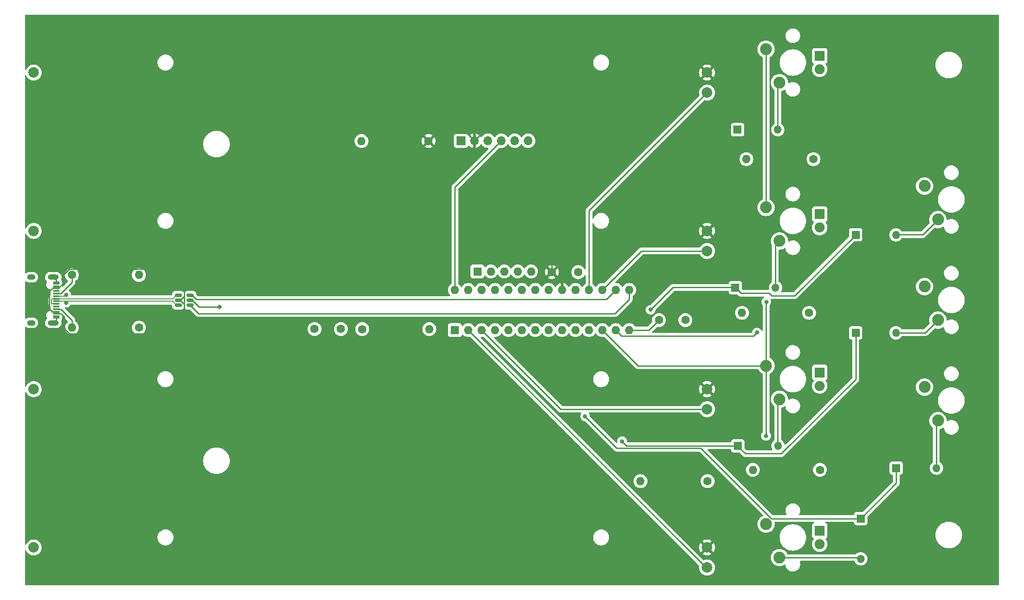
<source format=gbr>
%TF.GenerationSoftware,KiCad,Pcbnew,(6.0.0)*%
%TF.CreationDate,2023-05-21T00:13:47-05:00*%
%TF.ProjectId,micro-mixer-pcb,6d696372-6f2d-46d6-9978-65722d706362,rev?*%
%TF.SameCoordinates,Original*%
%TF.FileFunction,Copper,L1,Top*%
%TF.FilePolarity,Positive*%
%FSLAX46Y46*%
G04 Gerber Fmt 4.6, Leading zero omitted, Abs format (unit mm)*
G04 Created by KiCad (PCBNEW (6.0.0)) date 2023-05-21 00:13:47*
%MOMM*%
%LPD*%
G01*
G04 APERTURE LIST*
G04 Aperture macros list*
%AMRoundRect*
0 Rectangle with rounded corners*
0 $1 Rounding radius*
0 $2 $3 $4 $5 $6 $7 $8 $9 X,Y pos of 4 corners*
0 Add a 4 corners polygon primitive as box body*
4,1,4,$2,$3,$4,$5,$6,$7,$8,$9,$2,$3,0*
0 Add four circle primitives for the rounded corners*
1,1,$1+$1,$2,$3*
1,1,$1+$1,$4,$5*
1,1,$1+$1,$6,$7*
1,1,$1+$1,$8,$9*
0 Add four rect primitives between the rounded corners*
20,1,$1+$1,$2,$3,$4,$5,0*
20,1,$1+$1,$4,$5,$6,$7,0*
20,1,$1+$1,$6,$7,$8,$9,0*
20,1,$1+$1,$8,$9,$2,$3,0*%
G04 Aperture macros list end*
%TA.AperFunction,ComponentPad*%
%ADD10R,1.600000X1.600000*%
%TD*%
%TA.AperFunction,ComponentPad*%
%ADD11O,1.600000X1.600000*%
%TD*%
%TA.AperFunction,ComponentPad*%
%ADD12O,2.100000X1.000000*%
%TD*%
%TA.AperFunction,ComponentPad*%
%ADD13O,1.600000X1.000000*%
%TD*%
%TA.AperFunction,SMDPad,CuDef*%
%ADD14R,1.150000X0.300000*%
%TD*%
%TA.AperFunction,ComponentPad*%
%ADD15C,1.600000*%
%TD*%
%TA.AperFunction,ComponentPad*%
%ADD16R,1.500000X1.500000*%
%TD*%
%TA.AperFunction,ComponentPad*%
%ADD17O,1.500000X1.500000*%
%TD*%
%TA.AperFunction,ComponentPad*%
%ADD18C,2.250000*%
%TD*%
%TA.AperFunction,ComponentPad*%
%ADD19C,1.905000*%
%TD*%
%TA.AperFunction,ComponentPad*%
%ADD20R,1.905000X1.905000*%
%TD*%
%TA.AperFunction,ComponentPad*%
%ADD21C,2.000000*%
%TD*%
%TA.AperFunction,ComponentPad*%
%ADD22R,1.700000X1.700000*%
%TD*%
%TA.AperFunction,ComponentPad*%
%ADD23O,1.700000X1.700000*%
%TD*%
%TA.AperFunction,SMDPad,CuDef*%
%ADD24RoundRect,0.150000X0.512500X0.150000X-0.512500X0.150000X-0.512500X-0.150000X0.512500X-0.150000X0*%
%TD*%
%TA.AperFunction,ViaPad*%
%ADD25C,0.800000*%
%TD*%
%TA.AperFunction,Conductor*%
%ADD26C,0.250000*%
%TD*%
%TA.AperFunction,Conductor*%
%ADD27C,0.200000*%
%TD*%
G04 APERTURE END LIST*
D10*
%TO.P,RN1,1,common*%
%TO.N,GND*%
X169410000Y-76830000D03*
D11*
%TO.P,RN1,2,R1*%
%TO.N,COL0*%
X171950000Y-76830000D03*
%TO.P,RN1,3,R2*%
%TO.N,COL1*%
X174490000Y-76830000D03*
%TO.P,RN1,4,R3*%
%TO.N,COL2*%
X177030000Y-76830000D03*
%TO.P,RN1,5,R4*%
%TO.N,COL3*%
X179570000Y-76830000D03*
%TD*%
D12*
%TO.P,J1,S1,SHIELD*%
%TO.N,GND*%
X89095000Y-77921250D03*
X89095000Y-86561250D03*
D13*
X84915000Y-77921250D03*
X84915000Y-86561250D03*
D14*
%TO.P,J1,B1,GND*%
X89660000Y-85291250D03*
%TO.P,J1,B4,VBUS*%
%TO.N,VDD*%
X89660000Y-84491250D03*
%TO.P,J1,B5,CC2*%
%TO.N,Net-(J1-PadB5)*%
X89660000Y-83991250D03*
%TO.P,J1,A8,SBU1*%
%TO.N,unconnected-(J1-PadA8)*%
X89660000Y-83491250D03*
%TO.P,J1,B6,D+*%
%TO.N,D+*%
X89660000Y-82991250D03*
%TO.P,J1,A7,D-*%
%TO.N,D-*%
X89660000Y-82491250D03*
%TO.P,J1,A6,D+*%
%TO.N,D+*%
X89660000Y-81991250D03*
%TO.P,J1,B7,D-*%
%TO.N,D-*%
X89660000Y-81491250D03*
%TO.P,J1,A5,CC1*%
%TO.N,Net-(J1-PadA5)*%
X89660000Y-80991250D03*
%TO.P,J1,B8,SBU2*%
%TO.N,unconnected-(J1-PadB8)*%
X89660000Y-80491250D03*
%TO.P,J1,A4,VBUS*%
%TO.N,VDD*%
X89660000Y-79691250D03*
%TO.P,J1,A1,GND*%
%TO.N,GND*%
X89660000Y-78891250D03*
%TO.P,J1,B12,GND*%
X89660000Y-79191250D03*
%TO.P,J1,B9,VBUS*%
%TO.N,VDD*%
X89660000Y-79991250D03*
%TO.P,J1,A9,VBUS*%
X89660000Y-84791250D03*
%TO.P,J1,A12,GND*%
%TO.N,GND*%
X89660000Y-85591250D03*
%TD*%
D15*
%TO.P,R7,1*%
%TO.N,Net-(C3-Pad1)*%
X147600000Y-87750000D03*
D11*
%TO.P,R7,2*%
%TO.N,VPP*%
X160300000Y-87750000D03*
%TD*%
D16*
%TO.P,D3,1,K*%
%TO.N,COL1*%
X218715000Y-109880000D03*
D17*
%TO.P,D3,2,A*%
%TO.N,Net-(D3-Pad2)*%
X226335000Y-109880000D03*
%TD*%
D15*
%TO.P,C2,1*%
%TO.N,Net-(C2-Pad1)*%
X203781250Y-86051250D03*
%TO.P,C2,2*%
%TO.N,GND*%
X208781250Y-86051250D03*
%TD*%
D18*
%TO.P,MX5,1,COL*%
%TO.N,Net-(D5-Pad2)*%
X226605000Y-71051250D03*
%TO.P,MX5,2,ROW*%
%TO.N,ROW0*%
X224065000Y-64701250D03*
D19*
%TO.P,MX5,3,LED*%
%TO.N,Net-(MX5-Pad3)*%
X234225000Y-68511250D03*
D20*
%TO.P,MX5,4,LEDGND*%
%TO.N,GND*%
X234225000Y-65971250D03*
%TD*%
D18*
%TO.P,MX4,1,COL*%
%TO.N,Net-(D4-Pad2)*%
X256605000Y-86051250D03*
%TO.P,MX4,2,ROW*%
%TO.N,ROW1*%
X254065000Y-79701250D03*
%TD*%
D21*
%TO.P,RV2,1,1*%
%TO.N,VDD*%
X212895000Y-99141250D03*
%TO.P,RV2,2,2*%
%TO.N,AIN2*%
X212895000Y-102941250D03*
%TO.P,RV2,3,3*%
%TO.N,GND*%
X85395000Y-99141250D03*
%TD*%
D18*
%TO.P,MX3,1,COL*%
%TO.N,Net-(D3-Pad2)*%
X226605000Y-101051250D03*
%TO.P,MX3,2,ROW*%
%TO.N,ROW0*%
X224065000Y-94701250D03*
D19*
%TO.P,MX3,3,LED*%
%TO.N,Net-(MX3-Pad3)*%
X234225000Y-98511250D03*
D20*
%TO.P,MX3,4,LEDGND*%
%TO.N,GND*%
X234225000Y-95971250D03*
%TD*%
D15*
%TO.P,R1,1*%
%TO.N,Net-(J1-PadA5)*%
X92616250Y-77478750D03*
D11*
%TO.P,R1,2*%
%TO.N,GND*%
X105316250Y-77478750D03*
%TD*%
D21*
%TO.P,RV1,1,1*%
%TO.N,VDD*%
X212895000Y-129141250D03*
%TO.P,RV1,2,2*%
%TO.N,AIN1*%
X212895000Y-132941250D03*
%TO.P,RV1,3,3*%
%TO.N,GND*%
X85395000Y-129141250D03*
%TD*%
D15*
%TO.P,R4,1*%
%TO.N,Net-(MX3-Pad3)*%
X234260000Y-114420000D03*
D11*
%TO.P,R4,2*%
%TO.N,LED1*%
X221560000Y-114420000D03*
%TD*%
D10*
%TO.P,U2,1,RE3/Vpp/~{MCLR}*%
%TO.N,VPP*%
X165135000Y-87946250D03*
D11*
%TO.P,U2,2,RA0*%
%TO.N,AIN1*%
X167675000Y-87946250D03*
%TO.P,U2,3,RA1*%
%TO.N,AIN2*%
X170215000Y-87946250D03*
%TO.P,U2,4,RA2*%
%TO.N,unconnected-(U2-Pad4)*%
X172755000Y-87946250D03*
%TO.P,U2,5,RA3*%
%TO.N,unconnected-(U2-Pad5)*%
X175295000Y-87946250D03*
%TO.P,U2,6,RA4*%
%TO.N,LED0*%
X177835000Y-87946250D03*
%TO.P,U2,7,RA5*%
%TO.N,LED1*%
X180375000Y-87946250D03*
%TO.P,U2,8,VSS*%
%TO.N,GND*%
X182915000Y-87946250D03*
%TO.P,U2,9,RA7/OSC1/CLKI*%
%TO.N,LED3*%
X185455000Y-87946250D03*
%TO.P,U2,10,RA6/OSC2/CLKO*%
%TO.N,LED2*%
X187995000Y-87946250D03*
%TO.P,U2,11,RC0*%
%TO.N,unconnected-(U2-Pad11)*%
X190535000Y-87946250D03*
%TO.P,U2,12,RC1*%
%TO.N,ROW0*%
X193075000Y-87946250D03*
%TO.P,U2,13,RC2*%
%TO.N,ROW1*%
X195615000Y-87946250D03*
%TO.P,U2,14,VUSB3V3/VDDCORE*%
%TO.N,Net-(C2-Pad1)*%
X198155000Y-87946250D03*
%TO.P,U2,15,D-*%
%TO.N,D_NEG_MCU*%
X198155000Y-80326250D03*
%TO.P,U2,16,D+*%
%TO.N,D_POS_MCU*%
X195615000Y-80326250D03*
%TO.P,U2,17,RC6*%
%TO.N,AIN3*%
X193075000Y-80326250D03*
%TO.P,U2,18,RC7*%
%TO.N,AIN4*%
X190535000Y-80326250D03*
%TO.P,U2,19,VSS*%
%TO.N,GND*%
X187995000Y-80326250D03*
%TO.P,U2,20,VDD*%
%TO.N,VDD*%
X185455000Y-80326250D03*
%TO.P,U2,21,RB0*%
%TO.N,unconnected-(U2-Pad21)*%
X182915000Y-80326250D03*
%TO.P,U2,22,RB1*%
%TO.N,unconnected-(U2-Pad22)*%
X180375000Y-80326250D03*
%TO.P,U2,23,RB2*%
%TO.N,COL3*%
X177835000Y-80326250D03*
%TO.P,U2,24,RB3*%
%TO.N,COL2*%
X175295000Y-80326250D03*
%TO.P,U2,25,RB4*%
%TO.N,COL1*%
X172755000Y-80326250D03*
%TO.P,U2,26,RB5*%
%TO.N,COL0*%
X170215000Y-80326250D03*
%TO.P,U2,27,RB6/PGC*%
%TO.N,ICSPCLK*%
X167675000Y-80326250D03*
%TO.P,U2,28,RB7/PGD*%
%TO.N,ICSPDAT*%
X165135000Y-80326250D03*
%TD*%
D15*
%TO.P,R6,1*%
%TO.N,Net-(MX7-Pad3)*%
X233040000Y-55540000D03*
D11*
%TO.P,R6,2*%
%TO.N,LED3*%
X220340000Y-55540000D03*
%TD*%
D18*
%TO.P,MX2,1,COL*%
%TO.N,Net-(D2-Pad2)*%
X256605000Y-105101250D03*
%TO.P,MX2,2,ROW*%
%TO.N,ROW1*%
X254065000Y-98751250D03*
%TD*%
D15*
%TO.P,R3,1*%
%TO.N,Net-(MX1-Pad3)*%
X212990000Y-116570000D03*
D11*
%TO.P,R3,2*%
%TO.N,LED0*%
X200290000Y-116570000D03*
%TD*%
D22*
%TO.P,J2,1,~{MCLR}/VPP*%
%TO.N,VPP*%
X166320000Y-52060000D03*
D23*
%TO.P,J2,2,VDD*%
%TO.N,VDD*%
X168860000Y-52060000D03*
%TO.P,J2,3,VSS*%
%TO.N,GND*%
X171400000Y-52060000D03*
%TO.P,J2,4,PGD/ICSPDAT*%
%TO.N,ICSPDAT*%
X173940000Y-52060000D03*
%TO.P,J2,5,PGC/ICSPCLK*%
%TO.N,ICSPCLK*%
X176480000Y-52060000D03*
%TO.P,J2,6,PGM/LVP*%
%TO.N,unconnected-(J2-Pad6)*%
X179020000Y-52060000D03*
%TD*%
D15*
%TO.P,C1,1*%
%TO.N,VDD*%
X183500000Y-76950000D03*
%TO.P,C1,2*%
%TO.N,GND*%
X188500000Y-76950000D03*
%TD*%
%TO.P,R8,1*%
%TO.N,VDD*%
X160160000Y-52120000D03*
D11*
%TO.P,R8,2*%
%TO.N,Net-(C3-Pad1)*%
X147460000Y-52120000D03*
%TD*%
D21*
%TO.P,RV3,1,1*%
%TO.N,VDD*%
X212895000Y-69141250D03*
%TO.P,RV3,2,2*%
%TO.N,AIN3*%
X212895000Y-72941250D03*
%TO.P,RV3,3,3*%
%TO.N,GND*%
X85395000Y-69141250D03*
%TD*%
%TO.P,RV4,1,1*%
%TO.N,VDD*%
X212895000Y-39141250D03*
%TO.P,RV4,2,2*%
%TO.N,AIN4*%
X212895000Y-42941250D03*
%TO.P,RV4,3,3*%
%TO.N,GND*%
X85395000Y-39141250D03*
%TD*%
D15*
%TO.P,R2,1*%
%TO.N,GND*%
X105316250Y-87480000D03*
D11*
%TO.P,R2,2*%
%TO.N,Net-(J1-PadB5)*%
X92616250Y-87480000D03*
%TD*%
D16*
%TO.P,D2,1,K*%
%TO.N,COL0*%
X248715000Y-114090000D03*
D17*
%TO.P,D2,2,A*%
%TO.N,Net-(D2-Pad2)*%
X256335000Y-114090000D03*
%TD*%
D24*
%TO.P,U1,1,I/O1*%
%TO.N,D_NEG_MCU*%
X115037500Y-83250000D03*
%TO.P,U1,2,GND*%
%TO.N,GND*%
X115037500Y-82300000D03*
%TO.P,U1,3,I/O2*%
%TO.N,D_POS_MCU*%
X115037500Y-81350000D03*
%TO.P,U1,4,I/O2*%
%TO.N,D+*%
X112762500Y-81350000D03*
%TO.P,U1,5,VBUS*%
%TO.N,VDD*%
X112762500Y-82300000D03*
%TO.P,U1,6,I/O1*%
%TO.N,D-*%
X112762500Y-83250000D03*
%TD*%
D16*
%TO.P,D5,1,K*%
%TO.N,COL2*%
X218250000Y-79890000D03*
D17*
%TO.P,D5,2,A*%
%TO.N,Net-(D5-Pad2)*%
X225870000Y-79890000D03*
%TD*%
D16*
%TO.P,D6,1,K*%
%TO.N,COL2*%
X241030000Y-69890000D03*
D17*
%TO.P,D6,2,A*%
%TO.N,Net-(D6-Pad2)*%
X248650000Y-69890000D03*
%TD*%
D15*
%TO.P,C3,1*%
%TO.N,Net-(C3-Pad1)*%
X143560000Y-87740000D03*
%TO.P,C3,2*%
%TO.N,GND*%
X138560000Y-87740000D03*
%TD*%
D16*
%TO.P,D7,1,K*%
%TO.N,COL3*%
X218670000Y-49970000D03*
D17*
%TO.P,D7,2,A*%
%TO.N,Net-(D7-Pad2)*%
X226290000Y-49970000D03*
%TD*%
D16*
%TO.P,D4,1,K*%
%TO.N,COL1*%
X241030000Y-88450000D03*
D17*
%TO.P,D4,2,A*%
%TO.N,Net-(D4-Pad2)*%
X248650000Y-88450000D03*
%TD*%
D18*
%TO.P,MX6,1,COL*%
%TO.N,Net-(D6-Pad2)*%
X256605000Y-67001250D03*
%TO.P,MX6,2,ROW*%
%TO.N,ROW1*%
X254065000Y-60651250D03*
%TD*%
%TO.P,MX1,1,COL*%
%TO.N,Net-(D1-Pad2)*%
X226605000Y-131051250D03*
%TO.P,MX1,2,ROW*%
%TO.N,ROW0*%
X224065000Y-124701250D03*
D19*
%TO.P,MX1,3,LED*%
%TO.N,Net-(MX1-Pad3)*%
X234225000Y-128511250D03*
D20*
%TO.P,MX1,4,LEDGND*%
%TO.N,GND*%
X234225000Y-125971250D03*
%TD*%
D18*
%TO.P,MX7,1,COL*%
%TO.N,Net-(D7-Pad2)*%
X226605000Y-41051250D03*
%TO.P,MX7,2,ROW*%
%TO.N,ROW0*%
X224065000Y-34701250D03*
D19*
%TO.P,MX7,3,LED*%
%TO.N,Net-(MX7-Pad3)*%
X234225000Y-38511250D03*
D20*
%TO.P,MX7,4,LEDGND*%
%TO.N,GND*%
X234225000Y-35971250D03*
%TD*%
D15*
%TO.P,R5,1*%
%TO.N,Net-(MX5-Pad3)*%
X232200000Y-84670000D03*
D11*
%TO.P,R5,2*%
%TO.N,LED2*%
X219500000Y-84670000D03*
%TD*%
D16*
%TO.P,D1,1,K*%
%TO.N,COL0*%
X241990000Y-123655000D03*
D17*
%TO.P,D1,2,A*%
%TO.N,Net-(D1-Pad2)*%
X241990000Y-131275000D03*
%TD*%
D25*
%TO.N,D-*%
X91550000Y-81240000D03*
X91540000Y-82750000D03*
%TO.N,GND*%
X120600000Y-83550000D03*
%TO.N,COL0*%
X189800000Y-104300000D03*
%TO.N,COL1*%
X196800000Y-109000000D03*
%TO.N,COL2*%
X202200000Y-84100000D03*
%TO.N,ROW0*%
X224050000Y-108000000D03*
X224100000Y-82600000D03*
%TO.N,ROW1*%
X222350000Y-88400000D03*
%TD*%
D26*
%TO.N,VDD*%
X92150461Y-76354239D02*
X110254239Y-76354239D01*
X91080000Y-77424700D02*
X92150461Y-76354239D01*
X91080000Y-78996250D02*
X91080000Y-77424700D01*
X110254239Y-76354239D02*
X113900000Y-80000000D01*
X89660000Y-79991250D02*
X90085000Y-79991250D01*
X90085000Y-79991250D02*
X91080000Y-78996250D01*
X110345489Y-88604511D02*
X113900000Y-85050000D01*
X92150461Y-88604511D02*
X110345489Y-88604511D01*
X90534022Y-84791250D02*
X91170000Y-85427228D01*
X91170000Y-85427228D02*
X91170000Y-87624050D01*
X91170000Y-87624050D02*
X92150461Y-88604511D01*
X113900000Y-85050000D02*
X113900000Y-83053928D01*
X89660000Y-84791250D02*
X90534022Y-84791250D01*
X88975489Y-79991250D02*
X89660000Y-79991250D01*
X88360969Y-80605770D02*
X88975489Y-79991250D01*
X88360969Y-83907946D02*
X88360969Y-80605770D01*
X89660000Y-84491250D02*
X88944273Y-84491250D01*
X88944273Y-84491250D02*
X88360969Y-83907946D01*
X89660000Y-84791250D02*
X89660000Y-84491250D01*
%TO.N,GND*%
X89660000Y-78891250D02*
X89660000Y-78486250D01*
X89660000Y-78486250D02*
X89095000Y-77921250D01*
X89660000Y-85996250D02*
X89095000Y-86561250D01*
X89660000Y-85591250D02*
X89660000Y-85996250D01*
D27*
%TO.N,D-*%
X91540000Y-82750000D02*
X91281250Y-82491250D01*
X91281250Y-82491250D02*
X111655533Y-82491250D01*
X89660000Y-82491250D02*
X91281250Y-82491250D01*
X91298750Y-81491250D02*
X91550000Y-81240000D01*
X89660000Y-81491250D02*
X91298750Y-81491250D01*
X112414283Y-83250000D02*
X112762500Y-83250000D01*
X111655533Y-82491250D02*
X112414283Y-83250000D01*
%TO.N,D+*%
X89660000Y-81991250D02*
X111773033Y-81991250D01*
X111773033Y-81991250D02*
X112414283Y-81350000D01*
X112414283Y-81350000D02*
X112762500Y-81350000D01*
D26*
%TO.N,Net-(J1-PadB5)*%
X90534022Y-83991250D02*
X92616250Y-86073478D01*
X92616250Y-86073478D02*
X92616250Y-87480000D01*
X89660000Y-83991250D02*
X90534022Y-83991250D01*
%TO.N,Net-(J1-PadA5)*%
X92616250Y-78909022D02*
X92616250Y-77478750D01*
X90534022Y-80991250D02*
X92616250Y-78909022D01*
X89660000Y-80991250D02*
X90534022Y-80991250D01*
D27*
%TO.N,D+*%
X88785489Y-82945489D02*
X88831250Y-82991250D01*
X88831250Y-82991250D02*
X89660000Y-82991250D01*
X88785489Y-82041739D02*
X88785489Y-82945489D01*
X88835978Y-81991250D02*
X88785489Y-82041739D01*
X89660000Y-81991250D02*
X88835978Y-81991250D01*
D26*
%TO.N,VDD*%
X172300000Y-48620000D02*
X168860000Y-52060000D01*
X112762500Y-82300000D02*
X113146072Y-82300000D01*
X113900000Y-80000000D02*
X113900000Y-81546072D01*
X113146072Y-82300000D02*
X113900000Y-83053928D01*
X185455000Y-78905000D02*
X183500000Y-76950000D01*
X160160000Y-52120000D02*
X161670000Y-50610000D01*
X183500000Y-50170000D02*
X181950000Y-48620000D01*
X161670000Y-50610000D02*
X167410000Y-50610000D01*
X113900000Y-83053928D02*
X113900000Y-80000000D01*
X183500000Y-76950000D02*
X183500000Y-50170000D01*
X185455000Y-80326250D02*
X185455000Y-78905000D01*
X181950000Y-48620000D02*
X172300000Y-48620000D01*
X167410000Y-50610000D02*
X168860000Y-52060000D01*
X113900000Y-81546072D02*
X113146072Y-82300000D01*
%TO.N,GND*%
X115421072Y-82300000D02*
X116671072Y-83550000D01*
X116671072Y-83550000D02*
X120600000Y-83550000D01*
X115037500Y-82300000D02*
X115421072Y-82300000D01*
%TO.N,Net-(C2-Pad1)*%
X201886250Y-87946250D02*
X203781250Y-86051250D01*
X198155000Y-87946250D02*
X201886250Y-87946250D01*
%TO.N,Net-(D1-Pad2)*%
X241766250Y-131051250D02*
X241990000Y-131275000D01*
X226605000Y-131051250D02*
X241766250Y-131051250D01*
%TO.N,COL0*%
X211726939Y-110313270D02*
X195813270Y-110313270D01*
X241990000Y-123655000D02*
X225068669Y-123655000D01*
X248715000Y-114090000D02*
X248715000Y-116930000D01*
X225068669Y-123655000D02*
X211726939Y-110313270D01*
X195813270Y-110313270D02*
X189800000Y-104300000D01*
X248715000Y-116930000D02*
X241990000Y-123655000D01*
%TO.N,Net-(D2-Pad2)*%
X256292500Y-114150000D02*
X256292500Y-105413750D01*
X256292500Y-105413750D02*
X256605000Y-105101250D01*
%TO.N,Net-(D3-Pad2)*%
X226288750Y-101367500D02*
X226605000Y-101051250D01*
X226288750Y-109863750D02*
X226288750Y-101367500D01*
%TO.N,COL1*%
X241030000Y-97226522D02*
X241030000Y-88450000D01*
X241052500Y-97249022D02*
X241030000Y-97226522D01*
X220165000Y-111360000D02*
X226941522Y-111360000D01*
X196800000Y-109000000D02*
X197663750Y-109863750D01*
X197663750Y-109863750D02*
X218668750Y-109863750D01*
X218668750Y-109863750D02*
X220165000Y-111360000D01*
X226941522Y-111360000D02*
X241052500Y-97249022D01*
%TO.N,Net-(D4-Pad2)*%
X254223750Y-88432500D02*
X256605000Y-86051250D01*
X248672500Y-88432500D02*
X254223750Y-88432500D01*
%TO.N,Net-(D5-Pad2)*%
X225812500Y-79860000D02*
X225812500Y-71843750D01*
X225812500Y-71843750D02*
X226605000Y-71051250D01*
%TO.N,COL2*%
X202200000Y-84100000D02*
X206440000Y-79860000D01*
X206440000Y-79860000D02*
X218192500Y-79860000D01*
X218192500Y-79860000D02*
X219267011Y-80934511D01*
X229500000Y-81420000D02*
X241030000Y-69890000D01*
X219267011Y-80934511D02*
X224644511Y-80934511D01*
X225130000Y-81420000D02*
X229500000Y-81420000D01*
X224644511Y-80934511D02*
X225130000Y-81420000D01*
%TO.N,Net-(D6-Pad2)*%
X253747500Y-69858750D02*
X256605000Y-67001250D01*
X248667500Y-69858750D02*
X253747500Y-69858750D01*
%TO.N,Net-(D7-Pad2)*%
X226283750Y-49856250D02*
X226283750Y-41372500D01*
X226283750Y-41372500D02*
X226605000Y-41051250D01*
%TO.N,ICSPDAT*%
X165135000Y-60975000D02*
X165135000Y-80326250D01*
X165135000Y-60865000D02*
X165135000Y-60975000D01*
X173940000Y-52060000D02*
X165135000Y-60865000D01*
%TO.N,ROW0*%
X193075000Y-87946250D02*
X199830000Y-94701250D01*
X224065000Y-94701250D02*
X224065000Y-107985000D01*
X224100000Y-82600000D02*
X224065000Y-82635000D01*
X224065000Y-64701250D02*
X224065000Y-34701250D01*
X199830000Y-94701250D02*
X224065000Y-94701250D01*
X224065000Y-107985000D02*
X224050000Y-108000000D01*
X224065000Y-82635000D02*
X224065000Y-94701250D01*
%TO.N,ROW1*%
X196739511Y-89070761D02*
X221679239Y-89070761D01*
X195615000Y-87946250D02*
X196739511Y-89070761D01*
X221679239Y-89070761D02*
X222350000Y-88400000D01*
%TO.N,AIN1*%
X167675000Y-87946250D02*
X212670000Y-132941250D01*
X212670000Y-132941250D02*
X212895000Y-132941250D01*
%TO.N,AIN2*%
X170215000Y-87946250D02*
X185210000Y-102941250D01*
X185210000Y-102941250D02*
X212895000Y-102941250D01*
%TO.N,AIN3*%
X193075000Y-80326250D02*
X200460000Y-72941250D01*
X200460000Y-72941250D02*
X212895000Y-72941250D01*
%TO.N,D_NEG_MCU*%
X195450000Y-84800000D02*
X116587500Y-84800000D01*
X198155000Y-80326250D02*
X198155000Y-82095000D01*
X198155000Y-82095000D02*
X195450000Y-84800000D01*
X116587500Y-84800000D02*
X115037500Y-83250000D01*
%TO.N,D_POS_MCU*%
X116221072Y-82150000D02*
X193791250Y-82150000D01*
X193791250Y-82150000D02*
X195615000Y-80326250D01*
X115421072Y-81350000D02*
X116221072Y-82150000D01*
X115037500Y-81350000D02*
X115421072Y-81350000D01*
%TO.N,AIN4*%
X190535000Y-80326250D02*
X190535000Y-65301250D01*
X190535000Y-65301250D02*
X212895000Y-42941250D01*
%TD*%
%TA.AperFunction,Conductor*%
%TO.N,VDD*%
G36*
X268104121Y-28238002D02*
G01*
X268150614Y-28291658D01*
X268162000Y-28344000D01*
X268162000Y-136136000D01*
X268141998Y-136204121D01*
X268088342Y-136250614D01*
X268036000Y-136262000D01*
X83884000Y-136262000D01*
X83815879Y-136241998D01*
X83769386Y-136188342D01*
X83758000Y-136136000D01*
X83758000Y-129764529D01*
X83778002Y-129696408D01*
X83831658Y-129649915D01*
X83901932Y-129639811D01*
X83966512Y-129669305D01*
X84000409Y-129716311D01*
X84044772Y-129823413D01*
X84046760Y-129828213D01*
X84049346Y-129832433D01*
X84168241Y-130026452D01*
X84168245Y-130026458D01*
X84170824Y-130030666D01*
X84325031Y-130211219D01*
X84505584Y-130365426D01*
X84509792Y-130368005D01*
X84509798Y-130368009D01*
X84703084Y-130486455D01*
X84708037Y-130489490D01*
X84712607Y-130491383D01*
X84712611Y-130491385D01*
X84922833Y-130578461D01*
X84927406Y-130580355D01*
X85007609Y-130599610D01*
X85153476Y-130634630D01*
X85153482Y-130634631D01*
X85158289Y-130635785D01*
X85395000Y-130654415D01*
X85631711Y-130635785D01*
X85636518Y-130634631D01*
X85636524Y-130634630D01*
X85782391Y-130599610D01*
X85862594Y-130580355D01*
X85867167Y-130578461D01*
X86077389Y-130491385D01*
X86077393Y-130491383D01*
X86081963Y-130489490D01*
X86086916Y-130486455D01*
X86280202Y-130368009D01*
X86280208Y-130368005D01*
X86284416Y-130365426D01*
X86464969Y-130211219D01*
X86619176Y-130030666D01*
X86621755Y-130026458D01*
X86621759Y-130026452D01*
X86740654Y-129832433D01*
X86743240Y-129828213D01*
X86745229Y-129823413D01*
X86832211Y-129613417D01*
X86832212Y-129613415D01*
X86834105Y-129608844D01*
X86870512Y-129457198D01*
X86888380Y-129382774D01*
X86888381Y-129382768D01*
X86889535Y-129377961D01*
X86908165Y-129141250D01*
X86889535Y-128904539D01*
X86886468Y-128891761D01*
X86841934Y-128706268D01*
X86834105Y-128673656D01*
X86821776Y-128643891D01*
X86745135Y-128458861D01*
X86745133Y-128458857D01*
X86743240Y-128454287D01*
X86657316Y-128314072D01*
X86621759Y-128256048D01*
X86621755Y-128256042D01*
X86619176Y-128251834D01*
X86464969Y-128071281D01*
X86284416Y-127917074D01*
X86280208Y-127914495D01*
X86280202Y-127914491D01*
X86086183Y-127795596D01*
X86081963Y-127793010D01*
X86077393Y-127791117D01*
X86077389Y-127791115D01*
X85867167Y-127704039D01*
X85867165Y-127704038D01*
X85862594Y-127702145D01*
X85782391Y-127682890D01*
X85636524Y-127647870D01*
X85636518Y-127647869D01*
X85631711Y-127646715D01*
X85395000Y-127628085D01*
X85158289Y-127646715D01*
X85153482Y-127647869D01*
X85153476Y-127647870D01*
X85007609Y-127682890D01*
X84927406Y-127702145D01*
X84922835Y-127704038D01*
X84922833Y-127704039D01*
X84712611Y-127791115D01*
X84712607Y-127791117D01*
X84708037Y-127793010D01*
X84703817Y-127795596D01*
X84509798Y-127914491D01*
X84509792Y-127914495D01*
X84505584Y-127917074D01*
X84325031Y-128071281D01*
X84170824Y-128251834D01*
X84168245Y-128256042D01*
X84168241Y-128256048D01*
X84132684Y-128314072D01*
X84046760Y-128454287D01*
X84044867Y-128458857D01*
X84044865Y-128458861D01*
X84000409Y-128566189D01*
X83955861Y-128621470D01*
X83888498Y-128643891D01*
X83819706Y-128626333D01*
X83771328Y-128574371D01*
X83758000Y-128517971D01*
X83758000Y-127241250D01*
X108832337Y-127241250D01*
X108850960Y-127477883D01*
X108852114Y-127482690D01*
X108852115Y-127482696D01*
X108861127Y-127520231D01*
X108906372Y-127708689D01*
X108908265Y-127713260D01*
X108908266Y-127713262D01*
X108994018Y-127920285D01*
X108997207Y-127927985D01*
X109121230Y-128130371D01*
X109124443Y-128134133D01*
X109248289Y-128279137D01*
X109275386Y-128310864D01*
X109455879Y-128465020D01*
X109658265Y-128589043D01*
X109662835Y-128590936D01*
X109662837Y-128590937D01*
X109872988Y-128677984D01*
X109877561Y-128679878D01*
X109958660Y-128699348D01*
X110103554Y-128734135D01*
X110103560Y-128734136D01*
X110108367Y-128735290D01*
X110345000Y-128753913D01*
X110581633Y-128735290D01*
X110586440Y-128734136D01*
X110586446Y-128734135D01*
X110731340Y-128699348D01*
X110812439Y-128679878D01*
X110817012Y-128677984D01*
X111027163Y-128590937D01*
X111027165Y-128590936D01*
X111031735Y-128589043D01*
X111234121Y-128465020D01*
X111414614Y-128310864D01*
X111441712Y-128279137D01*
X111565557Y-128134133D01*
X111568770Y-128130371D01*
X111692793Y-127927985D01*
X111695983Y-127920285D01*
X111781734Y-127713262D01*
X111781735Y-127713260D01*
X111783628Y-127708689D01*
X111828873Y-127520231D01*
X111837885Y-127482696D01*
X111837886Y-127482690D01*
X111839040Y-127477883D01*
X111857663Y-127241250D01*
X191332337Y-127241250D01*
X191350960Y-127477883D01*
X191352114Y-127482690D01*
X191352115Y-127482696D01*
X191361127Y-127520231D01*
X191406372Y-127708689D01*
X191408265Y-127713260D01*
X191408266Y-127713262D01*
X191494018Y-127920285D01*
X191497207Y-127927985D01*
X191621230Y-128130371D01*
X191624443Y-128134133D01*
X191748289Y-128279137D01*
X191775386Y-128310864D01*
X191955879Y-128465020D01*
X192158265Y-128589043D01*
X192162835Y-128590936D01*
X192162837Y-128590937D01*
X192372988Y-128677984D01*
X192377561Y-128679878D01*
X192458660Y-128699348D01*
X192603554Y-128734135D01*
X192603560Y-128734136D01*
X192608367Y-128735290D01*
X192845000Y-128753913D01*
X193081633Y-128735290D01*
X193086440Y-128734136D01*
X193086446Y-128734135D01*
X193231340Y-128699348D01*
X193312439Y-128679878D01*
X193317012Y-128677984D01*
X193527163Y-128590937D01*
X193527165Y-128590936D01*
X193531735Y-128589043D01*
X193734121Y-128465020D01*
X193914614Y-128310864D01*
X193941712Y-128279137D01*
X194065557Y-128134133D01*
X194068770Y-128130371D01*
X194192793Y-127927985D01*
X194195983Y-127920285D01*
X194281734Y-127713262D01*
X194281735Y-127713260D01*
X194283628Y-127708689D01*
X194328873Y-127520231D01*
X194337885Y-127482696D01*
X194337886Y-127482690D01*
X194339040Y-127477883D01*
X194357663Y-127241250D01*
X194339040Y-127004617D01*
X194337886Y-126999810D01*
X194337885Y-126999804D01*
X194300211Y-126842884D01*
X194283628Y-126773811D01*
X194192793Y-126554515D01*
X194068770Y-126352129D01*
X194058241Y-126339801D01*
X193917822Y-126175392D01*
X193914614Y-126171636D01*
X193734121Y-126017480D01*
X193531735Y-125893457D01*
X193527165Y-125891564D01*
X193527163Y-125891563D01*
X193317012Y-125804516D01*
X193317010Y-125804515D01*
X193312439Y-125802622D01*
X193231340Y-125783152D01*
X193086446Y-125748365D01*
X193086440Y-125748364D01*
X193081633Y-125747210D01*
X192845000Y-125728587D01*
X192608367Y-125747210D01*
X192603560Y-125748364D01*
X192603554Y-125748365D01*
X192458660Y-125783152D01*
X192377561Y-125802622D01*
X192372990Y-125804515D01*
X192372988Y-125804516D01*
X192162837Y-125891563D01*
X192162835Y-125891564D01*
X192158265Y-125893457D01*
X191955879Y-126017480D01*
X191775386Y-126171636D01*
X191772178Y-126175392D01*
X191631759Y-126339801D01*
X191621230Y-126352129D01*
X191497207Y-126554515D01*
X191406372Y-126773811D01*
X191389789Y-126842884D01*
X191352115Y-126999804D01*
X191352114Y-126999810D01*
X191350960Y-127004617D01*
X191332810Y-127235239D01*
X191332337Y-127241250D01*
X111857663Y-127241250D01*
X111839040Y-127004617D01*
X111837886Y-126999810D01*
X111837885Y-126999804D01*
X111800211Y-126842884D01*
X111783628Y-126773811D01*
X111692793Y-126554515D01*
X111568770Y-126352129D01*
X111558241Y-126339801D01*
X111417822Y-126175392D01*
X111414614Y-126171636D01*
X111234121Y-126017480D01*
X111031735Y-125893457D01*
X111027165Y-125891564D01*
X111027163Y-125891563D01*
X110817012Y-125804516D01*
X110817010Y-125804515D01*
X110812439Y-125802622D01*
X110731340Y-125783152D01*
X110586446Y-125748365D01*
X110586440Y-125748364D01*
X110581633Y-125747210D01*
X110345000Y-125728587D01*
X110108367Y-125747210D01*
X110103560Y-125748364D01*
X110103554Y-125748365D01*
X109958660Y-125783152D01*
X109877561Y-125802622D01*
X109872990Y-125804515D01*
X109872988Y-125804516D01*
X109662837Y-125891563D01*
X109662835Y-125891564D01*
X109658265Y-125893457D01*
X109455879Y-126017480D01*
X109275386Y-126171636D01*
X109272178Y-126175392D01*
X109131759Y-126339801D01*
X109121230Y-126352129D01*
X108997207Y-126554515D01*
X108906372Y-126773811D01*
X108889789Y-126842884D01*
X108852115Y-126999804D01*
X108852114Y-126999810D01*
X108850960Y-127004617D01*
X108832810Y-127235239D01*
X108832337Y-127241250D01*
X83758000Y-127241250D01*
X83758000Y-112700000D01*
X117487041Y-112700000D01*
X117506856Y-113014957D01*
X117565990Y-113324947D01*
X117663510Y-113625082D01*
X117665197Y-113628668D01*
X117665199Y-113628672D01*
X117796189Y-113907041D01*
X117796193Y-113907048D01*
X117797877Y-113910627D01*
X117966973Y-114177080D01*
X118168132Y-114420239D01*
X118171022Y-114422953D01*
X118171023Y-114422954D01*
X118281886Y-114527061D01*
X118398180Y-114636268D01*
X118653489Y-114821761D01*
X118656958Y-114823668D01*
X118656961Y-114823670D01*
X118887330Y-114950316D01*
X118930034Y-114973793D01*
X119089638Y-115036985D01*
X119219770Y-115088508D01*
X119219773Y-115088509D01*
X119223453Y-115089966D01*
X119227292Y-115090952D01*
X119227296Y-115090953D01*
X119369384Y-115127435D01*
X119529118Y-115168448D01*
X119533046Y-115168944D01*
X119533050Y-115168945D01*
X119652670Y-115184056D01*
X119842210Y-115208000D01*
X120157790Y-115208000D01*
X120347330Y-115184056D01*
X120466950Y-115168945D01*
X120466954Y-115168944D01*
X120470882Y-115168448D01*
X120630616Y-115127435D01*
X120772704Y-115090953D01*
X120772708Y-115090952D01*
X120776547Y-115089966D01*
X120780227Y-115088509D01*
X120780230Y-115088508D01*
X120910362Y-115036985D01*
X121069966Y-114973793D01*
X121112671Y-114950316D01*
X121343039Y-114823670D01*
X121343042Y-114823668D01*
X121346511Y-114821761D01*
X121601820Y-114636268D01*
X121718114Y-114527061D01*
X121828977Y-114422954D01*
X121828978Y-114422953D01*
X121831868Y-114420239D01*
X122033027Y-114177080D01*
X122202123Y-113910627D01*
X122203807Y-113907048D01*
X122203811Y-113907041D01*
X122334801Y-113628672D01*
X122334803Y-113628668D01*
X122336490Y-113625082D01*
X122434010Y-113324947D01*
X122493144Y-113014957D01*
X122512959Y-112700000D01*
X122493144Y-112385043D01*
X122434010Y-112075053D01*
X122363788Y-111858931D01*
X122337716Y-111778691D01*
X122337716Y-111778690D01*
X122336490Y-111774918D01*
X122329956Y-111761032D01*
X122203811Y-111492959D01*
X122203807Y-111492952D01*
X122202123Y-111489373D01*
X122033027Y-111222920D01*
X121843036Y-110993261D01*
X121834393Y-110982813D01*
X121834392Y-110982812D01*
X121831868Y-110979761D01*
X121801763Y-110951490D01*
X121604707Y-110766443D01*
X121604706Y-110766442D01*
X121601820Y-110763732D01*
X121533786Y-110714302D01*
X121349719Y-110580570D01*
X121346511Y-110578239D01*
X121333176Y-110570908D01*
X121073428Y-110428110D01*
X121073425Y-110428109D01*
X121069966Y-110426207D01*
X120910362Y-110363015D01*
X120780230Y-110311492D01*
X120780227Y-110311491D01*
X120776547Y-110310034D01*
X120772708Y-110309048D01*
X120772704Y-110309047D01*
X120630616Y-110272565D01*
X120470882Y-110231552D01*
X120466954Y-110231056D01*
X120466950Y-110231055D01*
X120314336Y-110211776D01*
X120157790Y-110192000D01*
X119842210Y-110192000D01*
X119685664Y-110211776D01*
X119533050Y-110231055D01*
X119533046Y-110231056D01*
X119529118Y-110231552D01*
X119369384Y-110272565D01*
X119227296Y-110309047D01*
X119227292Y-110309048D01*
X119223453Y-110310034D01*
X119219773Y-110311491D01*
X119219770Y-110311492D01*
X119089638Y-110363015D01*
X118930034Y-110426207D01*
X118926575Y-110428109D01*
X118926572Y-110428110D01*
X118666824Y-110570908D01*
X118653489Y-110578239D01*
X118650281Y-110580570D01*
X118466215Y-110714302D01*
X118398180Y-110763732D01*
X118395294Y-110766442D01*
X118395293Y-110766443D01*
X118198238Y-110951490D01*
X118168132Y-110979761D01*
X118165608Y-110982812D01*
X118165607Y-110982813D01*
X118156964Y-110993261D01*
X117966973Y-111222920D01*
X117797877Y-111489373D01*
X117796193Y-111492952D01*
X117796189Y-111492959D01*
X117670044Y-111761032D01*
X117663510Y-111774918D01*
X117662284Y-111778690D01*
X117662284Y-111778691D01*
X117636212Y-111858931D01*
X117565990Y-112075053D01*
X117506856Y-112385043D01*
X117489334Y-112663547D01*
X117487041Y-112700000D01*
X83758000Y-112700000D01*
X83758000Y-99764529D01*
X83778002Y-99696408D01*
X83831658Y-99649915D01*
X83901932Y-99639811D01*
X83966512Y-99669305D01*
X84000409Y-99716311D01*
X84044772Y-99823413D01*
X84046760Y-99828213D01*
X84049346Y-99832433D01*
X84168241Y-100026452D01*
X84168245Y-100026458D01*
X84170824Y-100030666D01*
X84325031Y-100211219D01*
X84505584Y-100365426D01*
X84509792Y-100368005D01*
X84509798Y-100368009D01*
X84703084Y-100486455D01*
X84708037Y-100489490D01*
X84712607Y-100491383D01*
X84712611Y-100491385D01*
X84922833Y-100578461D01*
X84927406Y-100580355D01*
X85007609Y-100599610D01*
X85153476Y-100634630D01*
X85153482Y-100634631D01*
X85158289Y-100635785D01*
X85395000Y-100654415D01*
X85631711Y-100635785D01*
X85636518Y-100634631D01*
X85636524Y-100634630D01*
X85782391Y-100599610D01*
X85862594Y-100580355D01*
X85867167Y-100578461D01*
X86077389Y-100491385D01*
X86077393Y-100491383D01*
X86081963Y-100489490D01*
X86086916Y-100486455D01*
X86280202Y-100368009D01*
X86280208Y-100368005D01*
X86284416Y-100365426D01*
X86464969Y-100211219D01*
X86619176Y-100030666D01*
X86621755Y-100026458D01*
X86621759Y-100026452D01*
X86740654Y-99832433D01*
X86743240Y-99828213D01*
X86745229Y-99823413D01*
X86832211Y-99613417D01*
X86832212Y-99613415D01*
X86834105Y-99608844D01*
X86858878Y-99505658D01*
X86888380Y-99382774D01*
X86888381Y-99382768D01*
X86889535Y-99377961D01*
X86908165Y-99141250D01*
X86889535Y-98904539D01*
X86879485Y-98862675D01*
X86835260Y-98678468D01*
X86834105Y-98673656D01*
X86821776Y-98643891D01*
X86745135Y-98458861D01*
X86745133Y-98458857D01*
X86743240Y-98454287D01*
X86657316Y-98314072D01*
X86621759Y-98256048D01*
X86621755Y-98256042D01*
X86619176Y-98251834D01*
X86464969Y-98071281D01*
X86284416Y-97917074D01*
X86280208Y-97914495D01*
X86280202Y-97914491D01*
X86086183Y-97795596D01*
X86081963Y-97793010D01*
X86077393Y-97791117D01*
X86077389Y-97791115D01*
X85867167Y-97704039D01*
X85867165Y-97704038D01*
X85862594Y-97702145D01*
X85770678Y-97680078D01*
X85636524Y-97647870D01*
X85636518Y-97647869D01*
X85631711Y-97646715D01*
X85395000Y-97628085D01*
X85158289Y-97646715D01*
X85153482Y-97647869D01*
X85153476Y-97647870D01*
X85019322Y-97680078D01*
X84927406Y-97702145D01*
X84922835Y-97704038D01*
X84922833Y-97704039D01*
X84712611Y-97791115D01*
X84712607Y-97791117D01*
X84708037Y-97793010D01*
X84703817Y-97795596D01*
X84509798Y-97914491D01*
X84509792Y-97914495D01*
X84505584Y-97917074D01*
X84325031Y-98071281D01*
X84170824Y-98251834D01*
X84168245Y-98256042D01*
X84168241Y-98256048D01*
X84132684Y-98314072D01*
X84046760Y-98454287D01*
X84044867Y-98458857D01*
X84044865Y-98458861D01*
X84000409Y-98566189D01*
X83955861Y-98621470D01*
X83888498Y-98643891D01*
X83819706Y-98626333D01*
X83771328Y-98574371D01*
X83758000Y-98517971D01*
X83758000Y-97241250D01*
X108832337Y-97241250D01*
X108850960Y-97477883D01*
X108852114Y-97482690D01*
X108852115Y-97482696D01*
X108878581Y-97592934D01*
X108906372Y-97708689D01*
X108908265Y-97713260D01*
X108908266Y-97713262D01*
X108994018Y-97920285D01*
X108997207Y-97927985D01*
X109121230Y-98130371D01*
X109124443Y-98134133D01*
X109248289Y-98279137D01*
X109275386Y-98310864D01*
X109455879Y-98465020D01*
X109658265Y-98589043D01*
X109662835Y-98590936D01*
X109662837Y-98590937D01*
X109872988Y-98677984D01*
X109877561Y-98679878D01*
X109958660Y-98699348D01*
X110103554Y-98734135D01*
X110103560Y-98734136D01*
X110108367Y-98735290D01*
X110345000Y-98753913D01*
X110581633Y-98735290D01*
X110586440Y-98734136D01*
X110586446Y-98734135D01*
X110731340Y-98699348D01*
X110812439Y-98679878D01*
X110817012Y-98677984D01*
X111027163Y-98590937D01*
X111027165Y-98590936D01*
X111031735Y-98589043D01*
X111234121Y-98465020D01*
X111414614Y-98310864D01*
X111441712Y-98279137D01*
X111565557Y-98134133D01*
X111568770Y-98130371D01*
X111692793Y-97927985D01*
X111695983Y-97920285D01*
X111781734Y-97713262D01*
X111781735Y-97713260D01*
X111783628Y-97708689D01*
X111811419Y-97592934D01*
X111837885Y-97482696D01*
X111837886Y-97482690D01*
X111839040Y-97477883D01*
X111857663Y-97241250D01*
X111839040Y-97004617D01*
X111837886Y-96999810D01*
X111837885Y-96999804D01*
X111795595Y-96823658D01*
X111783628Y-96773811D01*
X111766988Y-96733638D01*
X111694687Y-96559087D01*
X111694686Y-96559085D01*
X111692793Y-96554515D01*
X111568770Y-96352129D01*
X111414614Y-96171636D01*
X111256761Y-96036816D01*
X111237883Y-96020693D01*
X111234121Y-96017480D01*
X111031735Y-95893457D01*
X111027165Y-95891564D01*
X111027163Y-95891563D01*
X110817012Y-95804516D01*
X110817010Y-95804515D01*
X110812439Y-95802622D01*
X110731340Y-95783152D01*
X110586446Y-95748365D01*
X110586440Y-95748364D01*
X110581633Y-95747210D01*
X110345000Y-95728587D01*
X110108367Y-95747210D01*
X110103560Y-95748364D01*
X110103554Y-95748365D01*
X109958660Y-95783152D01*
X109877561Y-95802622D01*
X109872990Y-95804515D01*
X109872988Y-95804516D01*
X109662837Y-95891563D01*
X109662835Y-95891564D01*
X109658265Y-95893457D01*
X109455879Y-96017480D01*
X109452117Y-96020693D01*
X109433240Y-96036816D01*
X109275386Y-96171636D01*
X109121230Y-96352129D01*
X108997207Y-96554515D01*
X108995314Y-96559085D01*
X108995313Y-96559087D01*
X108923012Y-96733638D01*
X108906372Y-96773811D01*
X108894405Y-96823658D01*
X108852115Y-96999804D01*
X108852114Y-96999810D01*
X108850960Y-97004617D01*
X108832810Y-97235239D01*
X108832337Y-97241250D01*
X83758000Y-97241250D01*
X83758000Y-87428909D01*
X83778002Y-87360788D01*
X83831658Y-87314295D01*
X83901932Y-87304191D01*
X83964989Y-87332386D01*
X84042474Y-87397404D01*
X84047872Y-87400371D01*
X84047877Y-87400375D01*
X84191065Y-87479092D01*
X84215787Y-87492683D01*
X84221654Y-87494544D01*
X84221656Y-87494545D01*
X84398436Y-87550623D01*
X84404306Y-87552485D01*
X84558227Y-87569750D01*
X85264769Y-87569750D01*
X85267825Y-87569450D01*
X85267832Y-87569450D01*
X85326340Y-87563713D01*
X85411833Y-87555330D01*
X85417734Y-87553548D01*
X85417736Y-87553548D01*
X85540119Y-87516598D01*
X85601169Y-87498166D01*
X85775796Y-87405316D01*
X85892823Y-87309871D01*
X85924287Y-87284210D01*
X85924290Y-87284207D01*
X85929062Y-87280315D01*
X85941562Y-87265205D01*
X86051201Y-87132675D01*
X86051203Y-87132671D01*
X86055130Y-87127925D01*
X86149198Y-86953951D01*
X86207682Y-86765018D01*
X86213258Y-86711966D01*
X86227711Y-86574454D01*
X86227711Y-86574452D01*
X86228355Y-86568325D01*
X86227067Y-86554175D01*
X87531645Y-86554175D01*
X87532204Y-86560315D01*
X87547420Y-86727509D01*
X87549570Y-86751138D01*
X87551308Y-86757044D01*
X87551309Y-86757048D01*
X87566519Y-86808727D01*
X87605410Y-86940869D01*
X87608263Y-86946327D01*
X87608265Y-86946331D01*
X87649798Y-87025775D01*
X87697040Y-87116140D01*
X87820968Y-87270275D01*
X87825692Y-87274239D01*
X87827607Y-87275846D01*
X87972474Y-87397404D01*
X87977872Y-87400371D01*
X87977877Y-87400375D01*
X88121065Y-87479092D01*
X88145787Y-87492683D01*
X88151654Y-87494544D01*
X88151656Y-87494545D01*
X88328436Y-87550623D01*
X88334306Y-87552485D01*
X88488227Y-87569750D01*
X89694769Y-87569750D01*
X89697825Y-87569450D01*
X89697832Y-87569450D01*
X89756340Y-87563713D01*
X89841833Y-87555330D01*
X89847734Y-87553548D01*
X89847736Y-87553548D01*
X89970119Y-87516598D01*
X90031169Y-87498166D01*
X90205796Y-87405316D01*
X90322823Y-87309871D01*
X90354287Y-87284210D01*
X90354290Y-87284207D01*
X90359062Y-87280315D01*
X90371562Y-87265205D01*
X90481201Y-87132675D01*
X90481203Y-87132671D01*
X90485130Y-87127925D01*
X90579198Y-86953951D01*
X90637682Y-86765018D01*
X90643258Y-86711966D01*
X90657711Y-86574454D01*
X90657711Y-86574452D01*
X90658355Y-86568325D01*
X90640430Y-86371362D01*
X90636243Y-86357133D01*
X90589981Y-86199949D01*
X90589936Y-86128952D01*
X90610029Y-86088809D01*
X90628982Y-86063520D01*
X90685615Y-85987955D01*
X90736745Y-85851566D01*
X90743500Y-85789384D01*
X90743500Y-85400822D01*
X90763502Y-85332701D01*
X90817158Y-85286208D01*
X90887432Y-85276104D01*
X90952012Y-85305598D01*
X90958595Y-85311727D01*
X91870874Y-86224006D01*
X91904900Y-86286318D01*
X91899835Y-86357133D01*
X91854050Y-86416314D01*
X91776461Y-86470643D01*
X91776458Y-86470645D01*
X91771950Y-86473802D01*
X91610052Y-86635700D01*
X91606895Y-86640208D01*
X91606893Y-86640211D01*
X91597146Y-86654131D01*
X91478727Y-86823251D01*
X91476404Y-86828233D01*
X91476401Y-86828238D01*
X91384289Y-87025775D01*
X91381966Y-87030757D01*
X91380544Y-87036065D01*
X91380543Y-87036067D01*
X91324229Y-87246233D01*
X91322707Y-87251913D01*
X91302752Y-87480000D01*
X91322707Y-87708087D01*
X91324131Y-87713400D01*
X91324131Y-87713402D01*
X91353588Y-87823334D01*
X91381966Y-87929243D01*
X91384289Y-87934224D01*
X91384289Y-87934225D01*
X91476401Y-88131762D01*
X91476404Y-88131767D01*
X91478727Y-88136749D01*
X91534664Y-88216635D01*
X91604718Y-88316682D01*
X91610052Y-88324300D01*
X91771950Y-88486198D01*
X91776458Y-88489355D01*
X91776461Y-88489357D01*
X91778875Y-88491047D01*
X91959501Y-88617523D01*
X91964483Y-88619846D01*
X91964488Y-88619849D01*
X92162025Y-88711961D01*
X92167007Y-88714284D01*
X92172315Y-88715706D01*
X92172317Y-88715707D01*
X92382848Y-88772119D01*
X92382850Y-88772119D01*
X92388163Y-88773543D01*
X92616250Y-88793498D01*
X92844337Y-88773543D01*
X92849650Y-88772119D01*
X92849652Y-88772119D01*
X93060183Y-88715707D01*
X93060185Y-88715706D01*
X93065493Y-88714284D01*
X93070475Y-88711961D01*
X93268012Y-88619849D01*
X93268017Y-88619846D01*
X93272999Y-88617523D01*
X93453625Y-88491047D01*
X93456039Y-88489357D01*
X93456042Y-88489355D01*
X93460550Y-88486198D01*
X93622448Y-88324300D01*
X93627783Y-88316682D01*
X93697836Y-88216635D01*
X93753773Y-88136749D01*
X93756096Y-88131767D01*
X93756099Y-88131762D01*
X93848211Y-87934225D01*
X93848211Y-87934224D01*
X93850534Y-87929243D01*
X93878913Y-87823334D01*
X93908369Y-87713402D01*
X93908369Y-87713400D01*
X93909793Y-87708087D01*
X93929748Y-87480000D01*
X104002752Y-87480000D01*
X104022707Y-87708087D01*
X104024131Y-87713400D01*
X104024131Y-87713402D01*
X104053588Y-87823334D01*
X104081966Y-87929243D01*
X104084289Y-87934224D01*
X104084289Y-87934225D01*
X104176401Y-88131762D01*
X104176404Y-88131767D01*
X104178727Y-88136749D01*
X104234664Y-88216635D01*
X104304718Y-88316682D01*
X104310052Y-88324300D01*
X104471950Y-88486198D01*
X104476458Y-88489355D01*
X104476461Y-88489357D01*
X104478875Y-88491047D01*
X104659501Y-88617523D01*
X104664483Y-88619846D01*
X104664488Y-88619849D01*
X104862025Y-88711961D01*
X104867007Y-88714284D01*
X104872315Y-88715706D01*
X104872317Y-88715707D01*
X105082848Y-88772119D01*
X105082850Y-88772119D01*
X105088163Y-88773543D01*
X105316250Y-88793498D01*
X105544337Y-88773543D01*
X105549650Y-88772119D01*
X105549652Y-88772119D01*
X105760183Y-88715707D01*
X105760185Y-88715706D01*
X105765493Y-88714284D01*
X105770475Y-88711961D01*
X105968012Y-88619849D01*
X105968017Y-88619846D01*
X105972999Y-88617523D01*
X106153625Y-88491047D01*
X106156039Y-88489357D01*
X106156042Y-88489355D01*
X106160550Y-88486198D01*
X106322448Y-88324300D01*
X106327783Y-88316682D01*
X106397836Y-88216635D01*
X106453773Y-88136749D01*
X106456096Y-88131767D01*
X106456099Y-88131762D01*
X106548211Y-87934225D01*
X106548211Y-87934224D01*
X106550534Y-87929243D01*
X106578913Y-87823334D01*
X106601242Y-87740000D01*
X137246502Y-87740000D01*
X137266457Y-87968087D01*
X137267881Y-87973400D01*
X137267881Y-87973402D01*
X137289191Y-88052929D01*
X137325716Y-88189243D01*
X137328039Y-88194224D01*
X137328039Y-88194225D01*
X137420151Y-88391762D01*
X137420154Y-88391767D01*
X137422477Y-88396749D01*
X137450844Y-88437261D01*
X137550132Y-88579058D01*
X137553802Y-88584300D01*
X137715700Y-88746198D01*
X137720208Y-88749355D01*
X137720211Y-88749357D01*
X137789368Y-88797781D01*
X137903251Y-88877523D01*
X137908233Y-88879846D01*
X137908238Y-88879849D01*
X138093129Y-88966064D01*
X138110757Y-88974284D01*
X138116065Y-88975706D01*
X138116067Y-88975707D01*
X138326598Y-89032119D01*
X138326600Y-89032119D01*
X138331913Y-89033543D01*
X138560000Y-89053498D01*
X138788087Y-89033543D01*
X138793400Y-89032119D01*
X138793402Y-89032119D01*
X139003933Y-88975707D01*
X139003935Y-88975706D01*
X139009243Y-88974284D01*
X139026871Y-88966064D01*
X139211762Y-88879849D01*
X139211767Y-88879846D01*
X139216749Y-88877523D01*
X139330632Y-88797781D01*
X139399789Y-88749357D01*
X139399792Y-88749355D01*
X139404300Y-88746198D01*
X139566198Y-88584300D01*
X139569869Y-88579058D01*
X139669156Y-88437261D01*
X139697523Y-88396749D01*
X139699846Y-88391767D01*
X139699849Y-88391762D01*
X139791961Y-88194225D01*
X139791961Y-88194224D01*
X139794284Y-88189243D01*
X139830810Y-88052929D01*
X139852119Y-87973402D01*
X139852119Y-87973400D01*
X139853543Y-87968087D01*
X139873498Y-87740000D01*
X142246502Y-87740000D01*
X142266457Y-87968087D01*
X142267881Y-87973400D01*
X142267881Y-87973402D01*
X142289191Y-88052929D01*
X142325716Y-88189243D01*
X142328039Y-88194224D01*
X142328039Y-88194225D01*
X142420151Y-88391762D01*
X142420154Y-88391767D01*
X142422477Y-88396749D01*
X142450844Y-88437261D01*
X142550132Y-88579058D01*
X142553802Y-88584300D01*
X142715700Y-88746198D01*
X142720208Y-88749355D01*
X142720211Y-88749357D01*
X142789368Y-88797781D01*
X142903251Y-88877523D01*
X142908233Y-88879846D01*
X142908238Y-88879849D01*
X143093129Y-88966064D01*
X143110757Y-88974284D01*
X143116065Y-88975706D01*
X143116067Y-88975707D01*
X143326598Y-89032119D01*
X143326600Y-89032119D01*
X143331913Y-89033543D01*
X143560000Y-89053498D01*
X143788087Y-89033543D01*
X143793400Y-89032119D01*
X143793402Y-89032119D01*
X144003933Y-88975707D01*
X144003935Y-88975706D01*
X144009243Y-88974284D01*
X144026871Y-88966064D01*
X144211762Y-88879849D01*
X144211767Y-88879846D01*
X144216749Y-88877523D01*
X144330632Y-88797781D01*
X144399789Y-88749357D01*
X144399792Y-88749355D01*
X144404300Y-88746198D01*
X144566198Y-88584300D01*
X144569869Y-88579058D01*
X144669156Y-88437261D01*
X144697523Y-88396749D01*
X144699846Y-88391767D01*
X144699849Y-88391762D01*
X144791961Y-88194225D01*
X144791961Y-88194224D01*
X144794284Y-88189243D01*
X144830810Y-88052929D01*
X144852119Y-87973402D01*
X144852119Y-87973400D01*
X144853543Y-87968087D01*
X144872623Y-87750000D01*
X146286502Y-87750000D01*
X146306457Y-87978087D01*
X146307881Y-87983400D01*
X146307881Y-87983402D01*
X146361614Y-88183933D01*
X146365716Y-88199243D01*
X146368039Y-88204224D01*
X146368039Y-88204225D01*
X146460151Y-88401762D01*
X146460154Y-88401767D01*
X146462477Y-88406749D01*
X146501281Y-88462167D01*
X146589529Y-88588197D01*
X146593802Y-88594300D01*
X146755700Y-88756198D01*
X146760208Y-88759355D01*
X146760211Y-88759357D01*
X146828228Y-88806983D01*
X146943251Y-88887523D01*
X146948233Y-88889846D01*
X146948238Y-88889849D01*
X147132363Y-88975707D01*
X147150757Y-88984284D01*
X147156065Y-88985706D01*
X147156067Y-88985707D01*
X147366598Y-89042119D01*
X147366600Y-89042119D01*
X147371913Y-89043543D01*
X147600000Y-89063498D01*
X147828087Y-89043543D01*
X147833400Y-89042119D01*
X147833402Y-89042119D01*
X148043933Y-88985707D01*
X148043935Y-88985706D01*
X148049243Y-88984284D01*
X148067637Y-88975707D01*
X148251762Y-88889849D01*
X148251767Y-88889846D01*
X148256749Y-88887523D01*
X148371772Y-88806983D01*
X148439789Y-88759357D01*
X148439792Y-88759355D01*
X148444300Y-88756198D01*
X148606198Y-88594300D01*
X148610472Y-88588197D01*
X148698719Y-88462167D01*
X148737523Y-88406749D01*
X148739846Y-88401767D01*
X148739849Y-88401762D01*
X148831961Y-88204225D01*
X148831961Y-88204224D01*
X148834284Y-88199243D01*
X148838387Y-88183933D01*
X148892119Y-87983402D01*
X148892119Y-87983400D01*
X148893543Y-87978087D01*
X148913498Y-87750000D01*
X158986502Y-87750000D01*
X159006457Y-87978087D01*
X159007881Y-87983400D01*
X159007881Y-87983402D01*
X159061614Y-88183933D01*
X159065716Y-88199243D01*
X159068039Y-88204224D01*
X159068039Y-88204225D01*
X159160151Y-88401762D01*
X159160154Y-88401767D01*
X159162477Y-88406749D01*
X159201281Y-88462167D01*
X159289529Y-88588197D01*
X159293802Y-88594300D01*
X159455700Y-88756198D01*
X159460208Y-88759355D01*
X159460211Y-88759357D01*
X159528228Y-88806983D01*
X159643251Y-88887523D01*
X159648233Y-88889846D01*
X159648238Y-88889849D01*
X159832363Y-88975707D01*
X159850757Y-88984284D01*
X159856065Y-88985706D01*
X159856067Y-88985707D01*
X160066598Y-89042119D01*
X160066600Y-89042119D01*
X160071913Y-89043543D01*
X160300000Y-89063498D01*
X160528087Y-89043543D01*
X160533400Y-89042119D01*
X160533402Y-89042119D01*
X160743933Y-88985707D01*
X160743935Y-88985706D01*
X160749243Y-88984284D01*
X160767637Y-88975707D01*
X160951762Y-88889849D01*
X160951767Y-88889846D01*
X160956749Y-88887523D01*
X161071772Y-88806983D01*
X161089765Y-88794384D01*
X163826500Y-88794384D01*
X163833255Y-88856566D01*
X163884385Y-88992955D01*
X163971739Y-89109511D01*
X164088295Y-89196865D01*
X164224684Y-89247995D01*
X164286866Y-89254750D01*
X165983134Y-89254750D01*
X166045316Y-89247995D01*
X166181705Y-89196865D01*
X166298261Y-89109511D01*
X166385615Y-88992955D01*
X166436745Y-88856566D01*
X166437917Y-88845776D01*
X166438803Y-88843644D01*
X166439425Y-88841028D01*
X166439848Y-88841129D01*
X166465155Y-88780215D01*
X166523517Y-88739787D01*
X166594471Y-88737328D01*
X166655490Y-88773621D01*
X166662489Y-88782281D01*
X166665643Y-88786039D01*
X166668802Y-88790550D01*
X166830700Y-88952448D01*
X166835208Y-88955605D01*
X166835211Y-88955607D01*
X166898812Y-89000141D01*
X167018251Y-89083773D01*
X167023233Y-89086096D01*
X167023238Y-89086099D01*
X167095359Y-89119729D01*
X167225757Y-89180534D01*
X167231065Y-89181956D01*
X167231067Y-89181957D01*
X167441598Y-89238369D01*
X167441600Y-89238369D01*
X167446913Y-89239793D01*
X167675000Y-89259748D01*
X167903087Y-89239793D01*
X167908398Y-89238370D01*
X167908409Y-89238368D01*
X167966541Y-89222791D01*
X168037517Y-89224480D01*
X168088248Y-89255402D01*
X211377076Y-132544230D01*
X211411102Y-132606542D01*
X211410500Y-132662739D01*
X211401620Y-132699727D01*
X211400465Y-132704539D01*
X211381835Y-132941250D01*
X211400465Y-133177961D01*
X211455895Y-133408844D01*
X211457788Y-133413415D01*
X211457789Y-133413417D01*
X211508844Y-133536674D01*
X211546760Y-133628213D01*
X211549346Y-133632433D01*
X211668241Y-133826452D01*
X211668245Y-133826458D01*
X211670824Y-133830666D01*
X211825031Y-134011219D01*
X212005584Y-134165426D01*
X212009792Y-134168005D01*
X212009798Y-134168009D01*
X212203817Y-134286904D01*
X212208037Y-134289490D01*
X212212607Y-134291383D01*
X212212611Y-134291385D01*
X212422833Y-134378461D01*
X212427406Y-134380355D01*
X212507609Y-134399610D01*
X212653476Y-134434630D01*
X212653482Y-134434631D01*
X212658289Y-134435785D01*
X212895000Y-134454415D01*
X213131711Y-134435785D01*
X213136518Y-134434631D01*
X213136524Y-134434630D01*
X213282391Y-134399610D01*
X213362594Y-134380355D01*
X213367167Y-134378461D01*
X213577389Y-134291385D01*
X213577393Y-134291383D01*
X213581963Y-134289490D01*
X213586183Y-134286904D01*
X213780202Y-134168009D01*
X213780208Y-134168005D01*
X213784416Y-134165426D01*
X213964969Y-134011219D01*
X214119176Y-133830666D01*
X214121755Y-133826458D01*
X214121759Y-133826452D01*
X214240654Y-133632433D01*
X214243240Y-133628213D01*
X214281157Y-133536674D01*
X214332211Y-133413417D01*
X214332212Y-133413415D01*
X214334105Y-133408844D01*
X214389535Y-133177961D01*
X214408165Y-132941250D01*
X214389535Y-132704539D01*
X214380877Y-132668473D01*
X214335260Y-132478468D01*
X214334105Y-132473656D01*
X214312228Y-132420839D01*
X214245135Y-132258861D01*
X214245133Y-132258857D01*
X214243240Y-132254287D01*
X214238105Y-132245908D01*
X214121759Y-132056048D01*
X214121755Y-132056042D01*
X214119176Y-132051834D01*
X213964969Y-131871281D01*
X213784416Y-131717074D01*
X213780208Y-131714495D01*
X213780202Y-131714491D01*
X213586183Y-131595596D01*
X213581963Y-131593010D01*
X213577393Y-131591117D01*
X213577389Y-131591115D01*
X213367167Y-131504039D01*
X213367165Y-131504038D01*
X213362594Y-131502145D01*
X213282391Y-131482890D01*
X213136524Y-131447870D01*
X213136518Y-131447869D01*
X213131711Y-131446715D01*
X212895000Y-131428085D01*
X212658289Y-131446715D01*
X212653482Y-131447869D01*
X212653476Y-131447870D01*
X212507609Y-131482890D01*
X212427406Y-131502145D01*
X212422839Y-131504037D01*
X212422832Y-131504039D01*
X212292626Y-131557972D01*
X212222036Y-131565561D01*
X212155313Y-131530658D01*
X211675905Y-131051250D01*
X224966449Y-131051250D01*
X224986622Y-131307576D01*
X224987776Y-131312383D01*
X224987777Y-131312389D01*
X225015647Y-131428473D01*
X225046645Y-131557590D01*
X225048538Y-131562161D01*
X225048539Y-131562163D01*
X225062388Y-131595596D01*
X225145040Y-131795137D01*
X225279384Y-132014366D01*
X225446369Y-132209881D01*
X225641884Y-132376866D01*
X225861113Y-132511210D01*
X225865683Y-132513103D01*
X225865687Y-132513105D01*
X226091265Y-132606542D01*
X226098660Y-132609605D01*
X226117471Y-132614121D01*
X226343861Y-132668473D01*
X226343867Y-132668474D01*
X226348674Y-132669628D01*
X226605000Y-132689801D01*
X226861326Y-132669628D01*
X226866133Y-132668474D01*
X226866139Y-132668473D01*
X227092529Y-132614121D01*
X227111340Y-132609605D01*
X227118735Y-132606542D01*
X227344313Y-132513105D01*
X227344317Y-132513103D01*
X227348887Y-132511210D01*
X227567347Y-132377338D01*
X227567348Y-132377337D01*
X227568116Y-132376866D01*
X227568215Y-132377027D01*
X227633151Y-132353853D01*
X227702304Y-132369929D01*
X227751787Y-132420839D01*
X227766264Y-132474917D01*
X227766484Y-132480779D01*
X227766848Y-132490466D01*
X227767943Y-132495684D01*
X227812801Y-132709473D01*
X227815062Y-132720251D01*
X227901302Y-132938627D01*
X228023104Y-133139350D01*
X228176985Y-133316682D01*
X228181117Y-133320070D01*
X228354416Y-133462167D01*
X228354422Y-133462171D01*
X228358544Y-133465551D01*
X228363180Y-133468190D01*
X228363183Y-133468192D01*
X228474408Y-133531505D01*
X228562590Y-133581701D01*
X228783289Y-133661811D01*
X228788538Y-133662760D01*
X228788541Y-133662761D01*
X228869615Y-133677421D01*
X229014330Y-133703590D01*
X229018469Y-133703785D01*
X229018476Y-133703786D01*
X229037440Y-133704680D01*
X229037449Y-133704680D01*
X229038929Y-133704750D01*
X229203950Y-133704750D01*
X229285299Y-133697847D01*
X229373637Y-133690352D01*
X229373641Y-133690351D01*
X229378948Y-133689901D01*
X229384103Y-133688563D01*
X229384109Y-133688562D01*
X229601035Y-133632259D01*
X229601034Y-133632259D01*
X229606206Y-133630917D01*
X229611072Y-133628725D01*
X229611075Y-133628724D01*
X229815417Y-133536674D01*
X229815420Y-133536673D01*
X229820278Y-133534484D01*
X230015041Y-133403362D01*
X230184927Y-133241299D01*
X230325078Y-133052929D01*
X230385719Y-132933658D01*
X230429069Y-132848394D01*
X230429069Y-132848393D01*
X230431487Y-132843638D01*
X230501111Y-132619410D01*
X230514341Y-132519594D01*
X230531261Y-132391940D01*
X230531261Y-132391937D01*
X230531961Y-132386657D01*
X230531691Y-132379452D01*
X230527163Y-132258861D01*
X230523152Y-132152034D01*
X230474938Y-131922249D01*
X230449182Y-131857029D01*
X230442764Y-131786326D01*
X230475591Y-131723374D01*
X230537242Y-131688164D01*
X230566374Y-131684750D01*
X240712198Y-131684750D01*
X240780319Y-131704752D01*
X240826393Y-131757500D01*
X240893618Y-131901666D01*
X240893621Y-131901671D01*
X240895944Y-131906653D01*
X240899100Y-131911160D01*
X240899101Y-131911162D01*
X241000552Y-132056048D01*
X241022251Y-132087038D01*
X241177962Y-132242749D01*
X241182471Y-132245906D01*
X241182473Y-132245908D01*
X241196662Y-132255843D01*
X241358346Y-132369056D01*
X241557924Y-132462120D01*
X241770629Y-132519115D01*
X241990000Y-132538307D01*
X242209371Y-132519115D01*
X242422076Y-132462120D01*
X242621654Y-132369056D01*
X242783338Y-132255843D01*
X242797527Y-132245908D01*
X242797529Y-132245906D01*
X242802038Y-132242749D01*
X242957749Y-132087038D01*
X242979449Y-132056048D01*
X243080899Y-131911162D01*
X243080900Y-131911160D01*
X243084056Y-131906653D01*
X243086379Y-131901671D01*
X243086382Y-131901666D01*
X243169520Y-131723374D01*
X243177120Y-131707076D01*
X243234115Y-131494371D01*
X243253307Y-131275000D01*
X243234115Y-131055629D01*
X243177120Y-130842924D01*
X243133585Y-130749562D01*
X243086382Y-130648334D01*
X243086379Y-130648329D01*
X243084056Y-130643347D01*
X243078686Y-130635678D01*
X242960908Y-130467473D01*
X242960906Y-130467470D01*
X242957749Y-130462962D01*
X242802038Y-130307251D01*
X242796172Y-130303143D01*
X242664891Y-130211219D01*
X242621654Y-130180944D01*
X242422076Y-130087880D01*
X242209371Y-130030885D01*
X241990000Y-130011693D01*
X241770629Y-130030885D01*
X241557924Y-130087880D01*
X241464562Y-130131415D01*
X241363334Y-130178618D01*
X241363329Y-130178621D01*
X241358347Y-130180944D01*
X241353840Y-130184100D01*
X241353838Y-130184101D01*
X241182473Y-130304092D01*
X241182470Y-130304094D01*
X241177962Y-130307251D01*
X241104368Y-130380845D01*
X241042056Y-130414871D01*
X241015273Y-130417750D01*
X228194874Y-130417750D01*
X228126753Y-130397748D01*
X228078465Y-130339967D01*
X228066857Y-130311941D01*
X228066853Y-130311933D01*
X228064960Y-130307363D01*
X227930616Y-130088134D01*
X227763631Y-129892619D01*
X227568116Y-129725634D01*
X227348887Y-129591290D01*
X227344317Y-129589397D01*
X227344313Y-129589395D01*
X227115913Y-129494789D01*
X227115911Y-129494788D01*
X227111340Y-129492895D01*
X227024498Y-129472046D01*
X226866139Y-129434027D01*
X226866133Y-129434026D01*
X226861326Y-129432872D01*
X226605000Y-129412699D01*
X226348674Y-129432872D01*
X226343867Y-129434026D01*
X226343861Y-129434027D01*
X226185502Y-129472046D01*
X226098660Y-129492895D01*
X226094089Y-129494788D01*
X226094087Y-129494789D01*
X225865687Y-129589395D01*
X225865683Y-129589397D01*
X225861113Y-129591290D01*
X225641884Y-129725634D01*
X225446369Y-129892619D01*
X225279384Y-130088134D01*
X225145040Y-130307363D01*
X225143147Y-130311933D01*
X225143145Y-130311937D01*
X225069001Y-130490937D01*
X225046645Y-130544910D01*
X224986622Y-130794924D01*
X224966449Y-131051250D01*
X211675905Y-131051250D01*
X210998575Y-130373920D01*
X212027160Y-130373920D01*
X212032887Y-130381570D01*
X212204042Y-130486455D01*
X212212837Y-130490937D01*
X212422988Y-130577984D01*
X212432373Y-130581033D01*
X212653554Y-130634135D01*
X212663301Y-130635678D01*
X212890070Y-130653525D01*
X212899930Y-130653525D01*
X213126699Y-130635678D01*
X213136446Y-130634135D01*
X213357627Y-130581033D01*
X213367012Y-130577984D01*
X213577163Y-130490937D01*
X213585958Y-130486455D01*
X213753445Y-130383818D01*
X213762907Y-130373360D01*
X213759124Y-130364584D01*
X212907812Y-129513272D01*
X212893868Y-129505658D01*
X212892035Y-129505789D01*
X212885420Y-129510040D01*
X212033920Y-130361540D01*
X212027160Y-130373920D01*
X210998575Y-130373920D01*
X209770835Y-129146180D01*
X211382725Y-129146180D01*
X211400572Y-129372949D01*
X211402115Y-129382696D01*
X211455217Y-129603877D01*
X211458266Y-129613262D01*
X211545313Y-129823413D01*
X211549795Y-129832208D01*
X211652432Y-129999695D01*
X211662890Y-130009157D01*
X211671666Y-130005374D01*
X212522978Y-129154062D01*
X212529356Y-129142382D01*
X213259408Y-129142382D01*
X213259539Y-129144215D01*
X213263790Y-129150830D01*
X214115290Y-130002330D01*
X214127670Y-130009090D01*
X214135320Y-130003363D01*
X214240205Y-129832208D01*
X214244687Y-129823413D01*
X214331734Y-129613262D01*
X214334783Y-129603877D01*
X214387885Y-129382696D01*
X214389428Y-129372949D01*
X214407275Y-129146180D01*
X214407275Y-129136320D01*
X214389428Y-128909551D01*
X214387885Y-128899804D01*
X214334783Y-128678623D01*
X214331734Y-128669238D01*
X214244687Y-128459087D01*
X214240205Y-128450292D01*
X214137568Y-128282805D01*
X214127110Y-128273343D01*
X214118334Y-128277126D01*
X213267022Y-129128438D01*
X213259408Y-129142382D01*
X212529356Y-129142382D01*
X212530592Y-129140118D01*
X212530461Y-129138285D01*
X212526210Y-129131670D01*
X211674710Y-128280170D01*
X211662330Y-128273410D01*
X211654680Y-128279137D01*
X211549795Y-128450292D01*
X211545313Y-128459087D01*
X211458266Y-128669238D01*
X211455217Y-128678623D01*
X211402115Y-128899804D01*
X211400572Y-128909551D01*
X211382725Y-129136320D01*
X211382725Y-129146180D01*
X209770835Y-129146180D01*
X208533795Y-127909140D01*
X212027093Y-127909140D01*
X212030876Y-127917916D01*
X212882188Y-128769228D01*
X212896132Y-128776842D01*
X212897965Y-128776711D01*
X212904580Y-128772460D01*
X213756080Y-127920960D01*
X213762840Y-127908580D01*
X213757113Y-127900930D01*
X213585958Y-127796045D01*
X213577163Y-127791563D01*
X213367012Y-127704516D01*
X213357627Y-127701467D01*
X213136446Y-127648365D01*
X213126699Y-127646822D01*
X212899930Y-127628975D01*
X212890070Y-127628975D01*
X212663301Y-127646822D01*
X212653554Y-127648365D01*
X212432373Y-127701467D01*
X212422988Y-127704516D01*
X212212837Y-127791563D01*
X212204042Y-127796045D01*
X212036555Y-127898682D01*
X212027093Y-127909140D01*
X208533795Y-127909140D01*
X208023343Y-127398688D01*
X226642600Y-127398688D01*
X226682064Y-127711080D01*
X226760370Y-128016063D01*
X226876284Y-128308827D01*
X226878186Y-128312286D01*
X226878187Y-128312289D01*
X226977509Y-128492954D01*
X227027976Y-128584754D01*
X227097927Y-128681033D01*
X227199658Y-128821054D01*
X227213055Y-128839494D01*
X227428602Y-129069028D01*
X227671218Y-129269737D01*
X227849335Y-129382774D01*
X227896490Y-129412699D01*
X227937076Y-129438456D01*
X227940655Y-129440140D01*
X227940662Y-129440144D01*
X228218394Y-129570834D01*
X228218398Y-129570836D01*
X228221984Y-129572523D01*
X228225756Y-129573749D01*
X228225757Y-129573749D01*
X228318481Y-129603877D01*
X228521448Y-129669825D01*
X228830746Y-129728827D01*
X228924300Y-129734713D01*
X229064358Y-129743525D01*
X229064374Y-129743526D01*
X229066353Y-129743650D01*
X229223647Y-129743650D01*
X229225626Y-129743526D01*
X229225642Y-129743525D01*
X229365700Y-129734713D01*
X229459254Y-129728827D01*
X229768552Y-129669825D01*
X229971519Y-129603877D01*
X230064243Y-129573749D01*
X230064244Y-129573749D01*
X230068016Y-129572523D01*
X230071602Y-129570836D01*
X230071606Y-129570834D01*
X230349338Y-129440144D01*
X230349345Y-129440140D01*
X230352924Y-129438456D01*
X230393511Y-129412699D01*
X230440665Y-129382774D01*
X230618782Y-129269737D01*
X230861398Y-129069028D01*
X231076945Y-128839494D01*
X231090343Y-128821054D01*
X231192073Y-128681033D01*
X231262024Y-128584754D01*
X231312492Y-128492954D01*
X231411813Y-128312289D01*
X231411814Y-128312286D01*
X231413716Y-128308827D01*
X231529630Y-128016063D01*
X231607936Y-127711080D01*
X231647400Y-127398688D01*
X231647400Y-127083812D01*
X231607936Y-126771420D01*
X231529630Y-126466437D01*
X231413716Y-126173673D01*
X231407906Y-126163105D01*
X231263933Y-125901218D01*
X231263931Y-125901215D01*
X231262024Y-125897746D01*
X231076945Y-125643006D01*
X230861398Y-125413472D01*
X230618782Y-125212763D01*
X230361933Y-125049761D01*
X230356271Y-125046168D01*
X230356270Y-125046168D01*
X230352924Y-125044044D01*
X230349345Y-125042360D01*
X230349338Y-125042356D01*
X230071606Y-124911666D01*
X230071602Y-124911664D01*
X230068016Y-124909977D01*
X230049532Y-124903971D01*
X229841702Y-124836443D01*
X229768552Y-124812675D01*
X229459254Y-124753673D01*
X229365700Y-124747787D01*
X229225642Y-124738975D01*
X229225626Y-124738974D01*
X229223647Y-124738850D01*
X229066353Y-124738850D01*
X229064374Y-124738974D01*
X229064358Y-124738975D01*
X228924300Y-124747787D01*
X228830746Y-124753673D01*
X228521448Y-124812675D01*
X228448298Y-124836443D01*
X228240469Y-124903971D01*
X228221984Y-124909977D01*
X228218398Y-124911664D01*
X228218394Y-124911666D01*
X227940662Y-125042356D01*
X227940655Y-125042360D01*
X227937076Y-125044044D01*
X227933730Y-125046168D01*
X227933729Y-125046168D01*
X227928067Y-125049761D01*
X227671218Y-125212763D01*
X227428602Y-125413472D01*
X227213055Y-125643006D01*
X227027976Y-125897746D01*
X227026069Y-125901215D01*
X227026067Y-125901218D01*
X226882094Y-126163105D01*
X226876284Y-126173673D01*
X226760370Y-126466437D01*
X226682064Y-126771420D01*
X226642600Y-127083812D01*
X226642600Y-127398688D01*
X208023343Y-127398688D01*
X197194655Y-116570000D01*
X198976502Y-116570000D01*
X198996457Y-116798087D01*
X198997881Y-116803400D01*
X198997881Y-116803402D01*
X199037178Y-116950057D01*
X199055716Y-117019243D01*
X199058039Y-117024224D01*
X199058039Y-117024225D01*
X199150151Y-117221762D01*
X199150154Y-117221767D01*
X199152477Y-117226749D01*
X199188978Y-117278878D01*
X199236385Y-117346581D01*
X199283802Y-117414300D01*
X199445700Y-117576198D01*
X199450208Y-117579355D01*
X199450211Y-117579357D01*
X199528389Y-117634098D01*
X199633251Y-117707523D01*
X199638233Y-117709846D01*
X199638238Y-117709849D01*
X199835775Y-117801961D01*
X199840757Y-117804284D01*
X199846065Y-117805706D01*
X199846067Y-117805707D01*
X200056598Y-117862119D01*
X200056600Y-117862119D01*
X200061913Y-117863543D01*
X200290000Y-117883498D01*
X200518087Y-117863543D01*
X200523400Y-117862119D01*
X200523402Y-117862119D01*
X200733933Y-117805707D01*
X200733935Y-117805706D01*
X200739243Y-117804284D01*
X200744225Y-117801961D01*
X200941762Y-117709849D01*
X200941767Y-117709846D01*
X200946749Y-117707523D01*
X201051611Y-117634098D01*
X201129789Y-117579357D01*
X201129792Y-117579355D01*
X201134300Y-117576198D01*
X201296198Y-117414300D01*
X201343616Y-117346581D01*
X201391022Y-117278878D01*
X201427523Y-117226749D01*
X201429846Y-117221767D01*
X201429849Y-117221762D01*
X201521961Y-117024225D01*
X201521961Y-117024224D01*
X201524284Y-117019243D01*
X201542823Y-116950057D01*
X201582119Y-116803402D01*
X201582119Y-116803400D01*
X201583543Y-116798087D01*
X201603498Y-116570000D01*
X211676502Y-116570000D01*
X211696457Y-116798087D01*
X211697881Y-116803400D01*
X211697881Y-116803402D01*
X211737178Y-116950057D01*
X211755716Y-117019243D01*
X211758039Y-117024224D01*
X211758039Y-117024225D01*
X211850151Y-117221762D01*
X211850154Y-117221767D01*
X211852477Y-117226749D01*
X211888978Y-117278878D01*
X211936385Y-117346581D01*
X211983802Y-117414300D01*
X212145700Y-117576198D01*
X212150208Y-117579355D01*
X212150211Y-117579357D01*
X212228389Y-117634098D01*
X212333251Y-117707523D01*
X212338233Y-117709846D01*
X212338238Y-117709849D01*
X212535775Y-117801961D01*
X212540757Y-117804284D01*
X212546065Y-117805706D01*
X212546067Y-117805707D01*
X212756598Y-117862119D01*
X212756600Y-117862119D01*
X212761913Y-117863543D01*
X212990000Y-117883498D01*
X213218087Y-117863543D01*
X213223400Y-117862119D01*
X213223402Y-117862119D01*
X213433933Y-117805707D01*
X213433935Y-117805706D01*
X213439243Y-117804284D01*
X213444225Y-117801961D01*
X213641762Y-117709849D01*
X213641767Y-117709846D01*
X213646749Y-117707523D01*
X213751611Y-117634098D01*
X213829789Y-117579357D01*
X213829792Y-117579355D01*
X213834300Y-117576198D01*
X213996198Y-117414300D01*
X214043616Y-117346581D01*
X214091022Y-117278878D01*
X214127523Y-117226749D01*
X214129846Y-117221767D01*
X214129849Y-117221762D01*
X214221961Y-117024225D01*
X214221961Y-117024224D01*
X214224284Y-117019243D01*
X214242823Y-116950057D01*
X214282119Y-116803402D01*
X214282119Y-116803400D01*
X214283543Y-116798087D01*
X214303498Y-116570000D01*
X214283543Y-116341913D01*
X214224284Y-116120757D01*
X214221961Y-116115775D01*
X214129849Y-115918238D01*
X214129846Y-115918233D01*
X214127523Y-115913251D01*
X214054098Y-115808389D01*
X213999357Y-115730211D01*
X213999355Y-115730208D01*
X213996198Y-115725700D01*
X213834300Y-115563802D01*
X213829792Y-115560645D01*
X213829789Y-115560643D01*
X213706764Y-115474500D01*
X213646749Y-115432477D01*
X213641767Y-115430154D01*
X213641762Y-115430151D01*
X213444225Y-115338039D01*
X213444224Y-115338039D01*
X213439243Y-115335716D01*
X213433935Y-115334294D01*
X213433933Y-115334293D01*
X213223402Y-115277881D01*
X213223400Y-115277881D01*
X213218087Y-115276457D01*
X212990000Y-115256502D01*
X212761913Y-115276457D01*
X212756600Y-115277881D01*
X212756598Y-115277881D01*
X212546067Y-115334293D01*
X212546065Y-115334294D01*
X212540757Y-115335716D01*
X212535776Y-115338039D01*
X212535775Y-115338039D01*
X212338238Y-115430151D01*
X212338233Y-115430154D01*
X212333251Y-115432477D01*
X212273236Y-115474500D01*
X212150211Y-115560643D01*
X212150208Y-115560645D01*
X212145700Y-115563802D01*
X211983802Y-115725700D01*
X211980645Y-115730208D01*
X211980643Y-115730211D01*
X211925902Y-115808389D01*
X211852477Y-115913251D01*
X211850154Y-115918233D01*
X211850151Y-115918238D01*
X211758039Y-116115775D01*
X211755716Y-116120757D01*
X211696457Y-116341913D01*
X211676502Y-116570000D01*
X201603498Y-116570000D01*
X201583543Y-116341913D01*
X201524284Y-116120757D01*
X201521961Y-116115775D01*
X201429849Y-115918238D01*
X201429846Y-115918233D01*
X201427523Y-115913251D01*
X201354098Y-115808389D01*
X201299357Y-115730211D01*
X201299355Y-115730208D01*
X201296198Y-115725700D01*
X201134300Y-115563802D01*
X201129792Y-115560645D01*
X201129789Y-115560643D01*
X201006764Y-115474500D01*
X200946749Y-115432477D01*
X200941767Y-115430154D01*
X200941762Y-115430151D01*
X200744225Y-115338039D01*
X200744224Y-115338039D01*
X200739243Y-115335716D01*
X200733935Y-115334294D01*
X200733933Y-115334293D01*
X200523402Y-115277881D01*
X200523400Y-115277881D01*
X200518087Y-115276457D01*
X200290000Y-115256502D01*
X200061913Y-115276457D01*
X200056600Y-115277881D01*
X200056598Y-115277881D01*
X199846067Y-115334293D01*
X199846065Y-115334294D01*
X199840757Y-115335716D01*
X199835776Y-115338039D01*
X199835775Y-115338039D01*
X199638238Y-115430151D01*
X199638233Y-115430154D01*
X199633251Y-115432477D01*
X199573236Y-115474500D01*
X199450211Y-115560643D01*
X199450208Y-115560645D01*
X199445700Y-115563802D01*
X199283802Y-115725700D01*
X199280645Y-115730208D01*
X199280643Y-115730211D01*
X199225902Y-115808389D01*
X199152477Y-115913251D01*
X199150154Y-115918233D01*
X199150151Y-115918238D01*
X199058039Y-116115775D01*
X199055716Y-116120757D01*
X198996457Y-116341913D01*
X198976502Y-116570000D01*
X197194655Y-116570000D01*
X170097494Y-89472839D01*
X170063468Y-89410527D01*
X170068533Y-89339712D01*
X170111080Y-89282876D01*
X170177600Y-89258065D01*
X170197572Y-89258224D01*
X170209515Y-89259269D01*
X170209525Y-89259269D01*
X170215000Y-89259748D01*
X170443087Y-89239793D01*
X170448398Y-89238370D01*
X170448409Y-89238368D01*
X170506541Y-89222791D01*
X170577517Y-89224480D01*
X170628248Y-89255402D01*
X184706343Y-103333497D01*
X184713887Y-103341787D01*
X184718000Y-103348268D01*
X184723777Y-103353693D01*
X184767667Y-103394908D01*
X184770509Y-103397663D01*
X184790230Y-103417384D01*
X184793425Y-103419862D01*
X184802447Y-103427568D01*
X184834679Y-103457836D01*
X184841628Y-103461656D01*
X184852432Y-103467596D01*
X184868956Y-103478449D01*
X184884959Y-103490863D01*
X184925543Y-103508426D01*
X184936173Y-103513633D01*
X184974940Y-103534945D01*
X184982617Y-103536916D01*
X184982622Y-103536918D01*
X184994558Y-103539982D01*
X185013266Y-103546387D01*
X185031855Y-103554431D01*
X185039680Y-103555670D01*
X185039682Y-103555671D01*
X185075519Y-103561347D01*
X185087140Y-103563754D01*
X185122289Y-103572778D01*
X185129970Y-103574750D01*
X185150231Y-103574750D01*
X185169940Y-103576301D01*
X185189943Y-103579469D01*
X185197835Y-103578723D01*
X185203062Y-103578229D01*
X185233954Y-103575309D01*
X185245811Y-103574750D01*
X188951440Y-103574750D01*
X189019561Y-103594752D01*
X189066054Y-103648408D01*
X189076158Y-103718682D01*
X189060559Y-103763750D01*
X189024358Y-103826452D01*
X188965473Y-103928444D01*
X188906458Y-104110072D01*
X188905768Y-104116633D01*
X188905768Y-104116635D01*
X188889093Y-104275292D01*
X188886496Y-104300000D01*
X188887186Y-104306565D01*
X188894942Y-104380355D01*
X188906458Y-104489928D01*
X188965473Y-104671556D01*
X189060960Y-104836944D01*
X189188747Y-104978866D01*
X189343248Y-105091118D01*
X189349276Y-105093802D01*
X189349278Y-105093803D01*
X189429413Y-105129481D01*
X189517712Y-105168794D01*
X189611113Y-105188647D01*
X189698056Y-105207128D01*
X189698061Y-105207128D01*
X189704513Y-105208500D01*
X189760406Y-105208500D01*
X189828527Y-105228502D01*
X189849501Y-105245405D01*
X195309618Y-110705523D01*
X195317158Y-110713809D01*
X195321270Y-110720288D01*
X195327047Y-110725713D01*
X195370921Y-110766913D01*
X195373763Y-110769668D01*
X195393500Y-110789405D01*
X195396697Y-110791885D01*
X195405717Y-110799588D01*
X195437949Y-110829856D01*
X195444895Y-110833675D01*
X195444898Y-110833677D01*
X195455704Y-110839618D01*
X195472223Y-110850469D01*
X195488229Y-110862884D01*
X195495498Y-110866029D01*
X195495502Y-110866032D01*
X195528807Y-110880444D01*
X195539457Y-110885661D01*
X195578210Y-110906965D01*
X195585885Y-110908936D01*
X195585886Y-110908936D01*
X195597832Y-110912003D01*
X195616537Y-110918407D01*
X195635125Y-110926451D01*
X195642948Y-110927690D01*
X195642958Y-110927693D01*
X195678794Y-110933369D01*
X195690414Y-110935775D01*
X195725559Y-110944798D01*
X195733240Y-110946770D01*
X195753494Y-110946770D01*
X195773204Y-110948321D01*
X195793213Y-110951490D01*
X195801105Y-110950744D01*
X195837231Y-110947329D01*
X195849089Y-110946770D01*
X211412345Y-110946770D01*
X211480466Y-110966772D01*
X211501440Y-110983675D01*
X223497444Y-122979679D01*
X223531470Y-123041991D01*
X223526405Y-123112806D01*
X223483858Y-123169642D01*
X223456567Y-123185183D01*
X223325687Y-123239395D01*
X223325683Y-123239397D01*
X223321113Y-123241290D01*
X223101884Y-123375634D01*
X222906369Y-123542619D01*
X222739384Y-123738134D01*
X222605040Y-123957363D01*
X222506645Y-124194910D01*
X222505490Y-124199722D01*
X222451819Y-124423279D01*
X222446622Y-124444924D01*
X222426449Y-124701250D01*
X222446622Y-124957576D01*
X222447776Y-124962383D01*
X222447777Y-124962389D01*
X222469486Y-125052813D01*
X222506645Y-125207590D01*
X222508538Y-125212161D01*
X222508539Y-125212163D01*
X222593120Y-125416359D01*
X222605040Y-125445137D01*
X222739384Y-125664366D01*
X222906369Y-125859881D01*
X223101884Y-126026866D01*
X223321113Y-126161210D01*
X223325683Y-126163103D01*
X223325687Y-126163105D01*
X223554087Y-126257711D01*
X223558660Y-126259605D01*
X223645502Y-126280454D01*
X223803861Y-126318473D01*
X223803867Y-126318474D01*
X223808674Y-126319628D01*
X224065000Y-126339801D01*
X224321326Y-126319628D01*
X224326133Y-126318474D01*
X224326139Y-126318473D01*
X224484498Y-126280454D01*
X224571340Y-126259605D01*
X224575913Y-126257711D01*
X224804313Y-126163105D01*
X224804317Y-126163103D01*
X224808887Y-126161210D01*
X225028116Y-126026866D01*
X225223631Y-125859881D01*
X225390616Y-125664366D01*
X225524960Y-125445137D01*
X225536881Y-125416359D01*
X225621461Y-125212163D01*
X225621462Y-125212161D01*
X225623355Y-125207590D01*
X225660514Y-125052813D01*
X225682223Y-124962389D01*
X225682224Y-124962383D01*
X225683378Y-124957576D01*
X225703551Y-124701250D01*
X225683378Y-124444924D01*
X225682222Y-124440110D01*
X225681448Y-124435221D01*
X225683576Y-124434884D01*
X225686702Y-124372953D01*
X225728047Y-124315237D01*
X225794033Y-124289037D01*
X225805655Y-124288500D01*
X233076669Y-124288500D01*
X233144790Y-124308502D01*
X233191283Y-124362158D01*
X233201387Y-124432432D01*
X233171893Y-124497012D01*
X233120899Y-124532482D01*
X233025795Y-124568135D01*
X232909239Y-124655489D01*
X232821885Y-124772045D01*
X232770755Y-124908434D01*
X232764000Y-124970616D01*
X232764000Y-126971884D01*
X232770755Y-127034066D01*
X232821885Y-127170455D01*
X232909239Y-127287011D01*
X233025795Y-127374365D01*
X233034202Y-127377516D01*
X233034208Y-127377520D01*
X233041917Y-127380410D01*
X233098680Y-127423053D01*
X233123377Y-127489615D01*
X233108168Y-127558964D01*
X233092257Y-127580689D01*
X233092525Y-127580906D01*
X233089272Y-127584923D01*
X233085699Y-127588662D01*
X232950314Y-127787128D01*
X232948140Y-127791811D01*
X232948138Y-127791815D01*
X232851342Y-128000345D01*
X232849163Y-128005040D01*
X232784960Y-128236548D01*
X232759431Y-128475432D01*
X232759728Y-128480585D01*
X232759728Y-128480588D01*
X232771219Y-128679878D01*
X232773260Y-128715279D01*
X232774397Y-128720325D01*
X232774398Y-128720331D01*
X232807822Y-128868643D01*
X232826077Y-128949646D01*
X232828019Y-128954428D01*
X232828020Y-128954432D01*
X232910887Y-129158508D01*
X232916463Y-129172240D01*
X233041991Y-129377082D01*
X233199289Y-129558672D01*
X233203264Y-129561972D01*
X233203267Y-129561975D01*
X233217449Y-129573749D01*
X233384133Y-129712133D01*
X233591559Y-129833343D01*
X233596379Y-129835183D01*
X233596384Y-129835186D01*
X233703749Y-129876184D01*
X233815997Y-129919047D01*
X233821063Y-129920078D01*
X233821064Y-129920078D01*
X233877391Y-129931538D01*
X234051419Y-129966944D01*
X234186427Y-129971895D01*
X234286338Y-129975559D01*
X234286342Y-129975559D01*
X234291502Y-129975748D01*
X234296622Y-129975092D01*
X234296624Y-129975092D01*
X234372189Y-129965412D01*
X234529800Y-129945221D01*
X234534751Y-129943736D01*
X234534754Y-129943735D01*
X234754962Y-129877669D01*
X234754961Y-129877669D01*
X234759912Y-129876184D01*
X234975658Y-129770491D01*
X234984017Y-129764529D01*
X235167042Y-129633978D01*
X235171245Y-129630980D01*
X235188870Y-129613417D01*
X235337760Y-129465045D01*
X235341420Y-129461398D01*
X235481613Y-129266299D01*
X235588059Y-129050923D01*
X235604051Y-128998286D01*
X235656395Y-128826006D01*
X235656396Y-128826000D01*
X235657899Y-128821054D01*
X235683534Y-128626333D01*
X235688820Y-128586185D01*
X235688820Y-128586181D01*
X235689257Y-128582864D01*
X235689465Y-128574371D01*
X235690925Y-128514615D01*
X235690925Y-128514611D01*
X235691007Y-128511250D01*
X235671322Y-128271813D01*
X235612794Y-128038806D01*
X235516997Y-127818487D01*
X235405942Y-127646822D01*
X235389310Y-127621113D01*
X235389308Y-127621110D01*
X235386502Y-127616773D01*
X235383028Y-127612955D01*
X235383021Y-127612946D01*
X235356752Y-127584077D01*
X235325700Y-127520231D01*
X235334096Y-127449733D01*
X235379273Y-127394965D01*
X235405718Y-127381296D01*
X235415793Y-127377519D01*
X235415796Y-127377517D01*
X235424205Y-127374365D01*
X235540761Y-127287011D01*
X235628115Y-127170455D01*
X235679245Y-127034066D01*
X235686000Y-126971884D01*
X235686000Y-126770000D01*
X256157041Y-126770000D01*
X256157290Y-126773958D01*
X256157923Y-126784027D01*
X256176856Y-127084957D01*
X256235990Y-127394947D01*
X256262938Y-127477883D01*
X256317669Y-127646327D01*
X256333510Y-127695082D01*
X256335197Y-127698668D01*
X256335199Y-127698672D01*
X256466189Y-127977041D01*
X256466193Y-127977048D01*
X256467877Y-127980627D01*
X256636973Y-128247080D01*
X256666527Y-128282805D01*
X256825883Y-128475432D01*
X256838132Y-128490239D01*
X256841022Y-128492953D01*
X256841023Y-128492954D01*
X257038576Y-128678468D01*
X257068180Y-128706268D01*
X257071382Y-128708595D01*
X257071384Y-128708596D01*
X257108125Y-128735290D01*
X257323489Y-128891761D01*
X257326958Y-128893668D01*
X257326961Y-128893670D01*
X257355849Y-128909551D01*
X257600034Y-129043793D01*
X257670145Y-129071552D01*
X257889770Y-129158508D01*
X257889773Y-129158509D01*
X257893453Y-129159966D01*
X257897292Y-129160952D01*
X257897296Y-129160953D01*
X258039384Y-129197435D01*
X258199118Y-129238448D01*
X258203046Y-129238944D01*
X258203050Y-129238945D01*
X258355664Y-129258224D01*
X258512210Y-129278000D01*
X258827790Y-129278000D01*
X258984336Y-129258224D01*
X259136950Y-129238945D01*
X259136954Y-129238944D01*
X259140882Y-129238448D01*
X259300616Y-129197435D01*
X259442704Y-129160953D01*
X259442708Y-129160952D01*
X259446547Y-129159966D01*
X259450227Y-129158509D01*
X259450230Y-129158508D01*
X259669855Y-129071552D01*
X259739966Y-129043793D01*
X259984152Y-128909551D01*
X260013039Y-128893670D01*
X260013042Y-128893668D01*
X260016511Y-128891761D01*
X260231875Y-128735290D01*
X260268616Y-128708596D01*
X260268618Y-128708595D01*
X260271820Y-128706268D01*
X260301424Y-128678468D01*
X260498977Y-128492954D01*
X260498978Y-128492953D01*
X260501868Y-128490239D01*
X260514118Y-128475432D01*
X260673473Y-128282805D01*
X260703027Y-128247080D01*
X260872123Y-127980627D01*
X260873807Y-127977048D01*
X260873811Y-127977041D01*
X261004801Y-127698672D01*
X261004803Y-127698668D01*
X261006490Y-127695082D01*
X261022332Y-127646327D01*
X261077062Y-127477883D01*
X261104010Y-127394947D01*
X261163144Y-127084957D01*
X261182077Y-126784027D01*
X261182710Y-126773958D01*
X261182959Y-126770000D01*
X261163144Y-126455043D01*
X261104010Y-126145053D01*
X261011281Y-125859663D01*
X261007716Y-125848691D01*
X261007716Y-125848690D01*
X261006490Y-125844918D01*
X260999966Y-125831054D01*
X260873811Y-125562959D01*
X260873807Y-125562952D01*
X260872123Y-125559373D01*
X260703027Y-125292920D01*
X260501868Y-125049761D01*
X260493983Y-125042356D01*
X260274707Y-124836443D01*
X260274706Y-124836442D01*
X260271820Y-124833732D01*
X260244527Y-124813902D01*
X260031172Y-124658891D01*
X260016511Y-124648239D01*
X259880600Y-124573521D01*
X259743428Y-124498110D01*
X259743425Y-124498109D01*
X259739966Y-124496207D01*
X259533598Y-124414500D01*
X259450230Y-124381492D01*
X259450227Y-124381491D01*
X259446547Y-124380034D01*
X259442708Y-124379048D01*
X259442704Y-124379047D01*
X259300616Y-124342565D01*
X259140882Y-124301552D01*
X259136954Y-124301056D01*
X259136950Y-124301055D01*
X258984336Y-124281776D01*
X258827790Y-124262000D01*
X258512210Y-124262000D01*
X258355664Y-124281776D01*
X258203050Y-124301055D01*
X258203046Y-124301056D01*
X258199118Y-124301552D01*
X258039384Y-124342565D01*
X257897296Y-124379047D01*
X257897292Y-124379048D01*
X257893453Y-124380034D01*
X257889773Y-124381491D01*
X257889770Y-124381492D01*
X257806402Y-124414500D01*
X257600034Y-124496207D01*
X257596575Y-124498109D01*
X257596572Y-124498110D01*
X257459400Y-124573521D01*
X257323489Y-124648239D01*
X257308828Y-124658891D01*
X257095474Y-124813902D01*
X257068180Y-124833732D01*
X257065294Y-124836442D01*
X257065293Y-124836443D01*
X256846018Y-125042356D01*
X256838132Y-125049761D01*
X256636973Y-125292920D01*
X256467877Y-125559373D01*
X256466193Y-125562952D01*
X256466189Y-125562959D01*
X256340034Y-125831054D01*
X256333510Y-125844918D01*
X256332284Y-125848690D01*
X256332284Y-125848691D01*
X256328719Y-125859663D01*
X256235990Y-126145053D01*
X256176856Y-126455043D01*
X256159334Y-126733547D01*
X256157041Y-126770000D01*
X235686000Y-126770000D01*
X235686000Y-124970616D01*
X235679245Y-124908434D01*
X235628115Y-124772045D01*
X235540761Y-124655489D01*
X235424205Y-124568135D01*
X235329101Y-124532482D01*
X235272337Y-124489840D01*
X235247637Y-124423279D01*
X235262844Y-124353930D01*
X235313130Y-124303812D01*
X235373331Y-124288500D01*
X240605500Y-124288500D01*
X240673621Y-124308502D01*
X240720114Y-124362158D01*
X240731500Y-124414500D01*
X240731500Y-124453134D01*
X240738255Y-124515316D01*
X240789385Y-124651705D01*
X240876739Y-124768261D01*
X240993295Y-124855615D01*
X241129684Y-124906745D01*
X241191866Y-124913500D01*
X242788134Y-124913500D01*
X242850316Y-124906745D01*
X242986705Y-124855615D01*
X243103261Y-124768261D01*
X243190615Y-124651705D01*
X243241745Y-124515316D01*
X243248500Y-124453134D01*
X243248500Y-123344594D01*
X243268502Y-123276473D01*
X243285405Y-123255499D01*
X249107247Y-117433657D01*
X249115537Y-117426113D01*
X249122018Y-117422000D01*
X249168659Y-117372332D01*
X249171413Y-117369491D01*
X249191134Y-117349770D01*
X249193612Y-117346575D01*
X249201318Y-117337553D01*
X249226158Y-117311101D01*
X249231586Y-117305321D01*
X249241346Y-117287568D01*
X249252199Y-117271045D01*
X249259753Y-117261306D01*
X249264613Y-117255041D01*
X249282176Y-117214457D01*
X249287383Y-117203827D01*
X249308695Y-117165060D01*
X249310666Y-117157383D01*
X249310668Y-117157378D01*
X249313732Y-117145442D01*
X249320138Y-117126730D01*
X249325033Y-117115419D01*
X249328181Y-117108145D01*
X249329421Y-117100317D01*
X249329423Y-117100310D01*
X249335099Y-117064476D01*
X249337505Y-117052856D01*
X249346528Y-117017711D01*
X249346528Y-117017710D01*
X249348500Y-117010030D01*
X249348500Y-116989776D01*
X249350051Y-116970065D01*
X249351980Y-116957886D01*
X249353220Y-116950057D01*
X249349059Y-116906038D01*
X249348500Y-116894181D01*
X249348500Y-115474500D01*
X249368502Y-115406379D01*
X249422158Y-115359886D01*
X249474500Y-115348500D01*
X249513134Y-115348500D01*
X249575316Y-115341745D01*
X249711705Y-115290615D01*
X249828261Y-115203261D01*
X249915615Y-115086705D01*
X249966745Y-114950316D01*
X249973500Y-114888134D01*
X249973500Y-113291866D01*
X249966745Y-113229684D01*
X249915615Y-113093295D01*
X249828261Y-112976739D01*
X249711705Y-112889385D01*
X249575316Y-112838255D01*
X249513134Y-112831500D01*
X247916866Y-112831500D01*
X247854684Y-112838255D01*
X247718295Y-112889385D01*
X247601739Y-112976739D01*
X247514385Y-113093295D01*
X247463255Y-113229684D01*
X247456500Y-113291866D01*
X247456500Y-114888134D01*
X247463255Y-114950316D01*
X247514385Y-115086705D01*
X247601739Y-115203261D01*
X247718295Y-115290615D01*
X247854684Y-115341745D01*
X247916866Y-115348500D01*
X247955500Y-115348500D01*
X248023621Y-115368502D01*
X248070114Y-115422158D01*
X248081500Y-115474500D01*
X248081500Y-116615405D01*
X248061498Y-116683526D01*
X248044595Y-116704500D01*
X242389500Y-122359595D01*
X242327188Y-122393621D01*
X242300405Y-122396500D01*
X241191866Y-122396500D01*
X241129684Y-122403255D01*
X240993295Y-122454385D01*
X240876739Y-122541739D01*
X240789385Y-122658295D01*
X240738255Y-122794684D01*
X240731500Y-122856866D01*
X240731500Y-122895500D01*
X240711498Y-122963621D01*
X240657842Y-123010114D01*
X240605500Y-123021500D01*
X230465122Y-123021500D01*
X230397001Y-123001498D01*
X230350508Y-122947842D01*
X230340404Y-122877568D01*
X230352805Y-122838396D01*
X230429067Y-122688399D01*
X230429069Y-122688393D01*
X230431487Y-122683638D01*
X230501111Y-122459410D01*
X230518202Y-122330466D01*
X230531261Y-122231940D01*
X230531261Y-122231937D01*
X230531961Y-122226657D01*
X230523152Y-121992034D01*
X230505358Y-121907228D01*
X230476035Y-121767476D01*
X230476034Y-121767473D01*
X230474938Y-121762249D01*
X230388698Y-121543873D01*
X230266896Y-121343150D01*
X230113015Y-121165818D01*
X230102938Y-121157556D01*
X229935584Y-121020333D01*
X229935578Y-121020329D01*
X229931456Y-121016949D01*
X229926820Y-121014310D01*
X229926817Y-121014308D01*
X229732053Y-120903442D01*
X229727410Y-120900799D01*
X229506711Y-120820689D01*
X229501462Y-120819740D01*
X229501459Y-120819739D01*
X229420385Y-120805079D01*
X229275670Y-120778910D01*
X229271531Y-120778715D01*
X229271524Y-120778714D01*
X229252560Y-120777820D01*
X229252551Y-120777820D01*
X229251071Y-120777750D01*
X229086050Y-120777750D01*
X229004701Y-120784653D01*
X228916363Y-120792148D01*
X228916359Y-120792149D01*
X228911052Y-120792599D01*
X228905897Y-120793937D01*
X228905891Y-120793938D01*
X228728177Y-120840064D01*
X228683794Y-120851583D01*
X228678928Y-120853775D01*
X228678925Y-120853776D01*
X228474583Y-120945826D01*
X228474580Y-120945827D01*
X228469722Y-120948016D01*
X228274959Y-121079138D01*
X228105073Y-121241201D01*
X227964922Y-121429571D01*
X227962506Y-121434322D01*
X227962504Y-121434326D01*
X227860931Y-121634106D01*
X227858513Y-121638862D01*
X227788889Y-121863090D01*
X227788188Y-121868379D01*
X227771092Y-121997366D01*
X227758039Y-122095843D01*
X227766848Y-122330466D01*
X227767943Y-122335684D01*
X227810049Y-122536358D01*
X227815062Y-122560251D01*
X227901302Y-122778627D01*
X227904072Y-122783191D01*
X227904074Y-122783196D01*
X227932557Y-122830135D01*
X227950796Y-122898749D01*
X227929044Y-122966331D01*
X227874208Y-123011425D01*
X227824838Y-123021500D01*
X225383263Y-123021500D01*
X225315142Y-123001498D01*
X225294168Y-122984595D01*
X216729574Y-114420000D01*
X220246502Y-114420000D01*
X220266457Y-114648087D01*
X220267881Y-114653400D01*
X220267881Y-114653402D01*
X220313505Y-114823670D01*
X220325716Y-114869243D01*
X220328039Y-114874224D01*
X220328039Y-114874225D01*
X220420151Y-115071762D01*
X220420154Y-115071767D01*
X220422477Y-115076749D01*
X220430711Y-115088508D01*
X220548342Y-115256502D01*
X220553802Y-115264300D01*
X220715700Y-115426198D01*
X220720208Y-115429355D01*
X220720211Y-115429357D01*
X220721345Y-115430151D01*
X220903251Y-115557523D01*
X220908233Y-115559846D01*
X220908238Y-115559849D01*
X221105775Y-115651961D01*
X221110757Y-115654284D01*
X221116065Y-115655706D01*
X221116067Y-115655707D01*
X221326598Y-115712119D01*
X221326600Y-115712119D01*
X221331913Y-115713543D01*
X221560000Y-115733498D01*
X221788087Y-115713543D01*
X221793400Y-115712119D01*
X221793402Y-115712119D01*
X222003933Y-115655707D01*
X222003935Y-115655706D01*
X222009243Y-115654284D01*
X222014225Y-115651961D01*
X222211762Y-115559849D01*
X222211767Y-115559846D01*
X222216749Y-115557523D01*
X222398655Y-115430151D01*
X222399789Y-115429357D01*
X222399792Y-115429355D01*
X222404300Y-115426198D01*
X222566198Y-115264300D01*
X222571659Y-115256502D01*
X222689289Y-115088508D01*
X222697523Y-115076749D01*
X222699846Y-115071767D01*
X222699849Y-115071762D01*
X222791961Y-114874225D01*
X222791961Y-114874224D01*
X222794284Y-114869243D01*
X222806496Y-114823670D01*
X222852119Y-114653402D01*
X222852119Y-114653400D01*
X222853543Y-114648087D01*
X222873498Y-114420000D01*
X232946502Y-114420000D01*
X232966457Y-114648087D01*
X232967881Y-114653400D01*
X232967881Y-114653402D01*
X233013505Y-114823670D01*
X233025716Y-114869243D01*
X233028039Y-114874224D01*
X233028039Y-114874225D01*
X233120151Y-115071762D01*
X233120154Y-115071767D01*
X233122477Y-115076749D01*
X233130711Y-115088508D01*
X233248342Y-115256502D01*
X233253802Y-115264300D01*
X233415700Y-115426198D01*
X233420208Y-115429355D01*
X233420211Y-115429357D01*
X233421345Y-115430151D01*
X233603251Y-115557523D01*
X233608233Y-115559846D01*
X233608238Y-115559849D01*
X233805775Y-115651961D01*
X233810757Y-115654284D01*
X233816065Y-115655706D01*
X233816067Y-115655707D01*
X234026598Y-115712119D01*
X234026600Y-115712119D01*
X234031913Y-115713543D01*
X234260000Y-115733498D01*
X234488087Y-115713543D01*
X234493400Y-115712119D01*
X234493402Y-115712119D01*
X234703933Y-115655707D01*
X234703935Y-115655706D01*
X234709243Y-115654284D01*
X234714225Y-115651961D01*
X234911762Y-115559849D01*
X234911767Y-115559846D01*
X234916749Y-115557523D01*
X235098655Y-115430151D01*
X235099789Y-115429357D01*
X235099792Y-115429355D01*
X235104300Y-115426198D01*
X235266198Y-115264300D01*
X235271659Y-115256502D01*
X235389289Y-115088508D01*
X235397523Y-115076749D01*
X235399846Y-115071767D01*
X235399849Y-115071762D01*
X235491961Y-114874225D01*
X235491961Y-114874224D01*
X235494284Y-114869243D01*
X235506496Y-114823670D01*
X235552119Y-114653402D01*
X235552119Y-114653400D01*
X235553543Y-114648087D01*
X235573498Y-114420000D01*
X235553543Y-114191913D01*
X235550386Y-114180132D01*
X235495707Y-113976067D01*
X235495706Y-113976065D01*
X235494284Y-113970757D01*
X235445118Y-113865319D01*
X235399849Y-113768238D01*
X235399846Y-113768233D01*
X235397523Y-113763251D01*
X235323772Y-113657924D01*
X235269357Y-113580211D01*
X235269355Y-113580208D01*
X235266198Y-113575700D01*
X235104300Y-113413802D01*
X235099792Y-113410645D01*
X235099789Y-113410643D01*
X234971831Y-113321046D01*
X234916749Y-113282477D01*
X234911767Y-113280154D01*
X234911762Y-113280151D01*
X234714225Y-113188039D01*
X234714224Y-113188039D01*
X234709243Y-113185716D01*
X234703935Y-113184294D01*
X234703933Y-113184293D01*
X234493402Y-113127881D01*
X234493400Y-113127881D01*
X234488087Y-113126457D01*
X234260000Y-113106502D01*
X234031913Y-113126457D01*
X234026600Y-113127881D01*
X234026598Y-113127881D01*
X233816067Y-113184293D01*
X233816065Y-113184294D01*
X233810757Y-113185716D01*
X233805776Y-113188039D01*
X233805775Y-113188039D01*
X233608238Y-113280151D01*
X233608233Y-113280154D01*
X233603251Y-113282477D01*
X233548169Y-113321046D01*
X233420211Y-113410643D01*
X233420208Y-113410645D01*
X233415700Y-113413802D01*
X233253802Y-113575700D01*
X233250645Y-113580208D01*
X233250643Y-113580211D01*
X233196228Y-113657924D01*
X233122477Y-113763251D01*
X233120154Y-113768233D01*
X233120151Y-113768238D01*
X233074882Y-113865319D01*
X233025716Y-113970757D01*
X233024294Y-113976065D01*
X233024293Y-113976067D01*
X232969614Y-114180132D01*
X232966457Y-114191913D01*
X232946502Y-114420000D01*
X222873498Y-114420000D01*
X222853543Y-114191913D01*
X222850386Y-114180132D01*
X222795707Y-113976067D01*
X222795706Y-113976065D01*
X222794284Y-113970757D01*
X222745118Y-113865319D01*
X222699849Y-113768238D01*
X222699846Y-113768233D01*
X222697523Y-113763251D01*
X222623772Y-113657924D01*
X222569357Y-113580211D01*
X222569355Y-113580208D01*
X222566198Y-113575700D01*
X222404300Y-113413802D01*
X222399792Y-113410645D01*
X222399789Y-113410643D01*
X222271831Y-113321046D01*
X222216749Y-113282477D01*
X222211767Y-113280154D01*
X222211762Y-113280151D01*
X222014225Y-113188039D01*
X222014224Y-113188039D01*
X222009243Y-113185716D01*
X222003935Y-113184294D01*
X222003933Y-113184293D01*
X221793402Y-113127881D01*
X221793400Y-113127881D01*
X221788087Y-113126457D01*
X221560000Y-113106502D01*
X221331913Y-113126457D01*
X221326600Y-113127881D01*
X221326598Y-113127881D01*
X221116067Y-113184293D01*
X221116065Y-113184294D01*
X221110757Y-113185716D01*
X221105776Y-113188039D01*
X221105775Y-113188039D01*
X220908238Y-113280151D01*
X220908233Y-113280154D01*
X220903251Y-113282477D01*
X220848169Y-113321046D01*
X220720211Y-113410643D01*
X220720208Y-113410645D01*
X220715700Y-113413802D01*
X220553802Y-113575700D01*
X220550645Y-113580208D01*
X220550643Y-113580211D01*
X220496228Y-113657924D01*
X220422477Y-113763251D01*
X220420154Y-113768233D01*
X220420151Y-113768238D01*
X220374882Y-113865319D01*
X220325716Y-113970757D01*
X220324294Y-113976065D01*
X220324293Y-113976067D01*
X220269614Y-114180132D01*
X220266457Y-114191913D01*
X220246502Y-114420000D01*
X216729574Y-114420000D01*
X213021919Y-110712345D01*
X212987893Y-110650033D01*
X212992958Y-110579218D01*
X213035505Y-110522382D01*
X213102025Y-110497571D01*
X213111014Y-110497250D01*
X217330500Y-110497250D01*
X217398621Y-110517252D01*
X217445114Y-110570908D01*
X217456500Y-110623250D01*
X217456500Y-110678134D01*
X217463255Y-110740316D01*
X217514385Y-110876705D01*
X217601739Y-110993261D01*
X217718295Y-111080615D01*
X217854684Y-111131745D01*
X217916866Y-111138500D01*
X218995405Y-111138500D01*
X219063526Y-111158502D01*
X219084500Y-111175405D01*
X219661348Y-111752253D01*
X219668888Y-111760539D01*
X219673000Y-111767018D01*
X219678777Y-111772443D01*
X219722651Y-111813643D01*
X219725493Y-111816398D01*
X219745230Y-111836135D01*
X219748427Y-111838615D01*
X219757447Y-111846318D01*
X219789679Y-111876586D01*
X219796625Y-111880405D01*
X219796628Y-111880407D01*
X219807434Y-111886348D01*
X219823953Y-111897199D01*
X219839959Y-111909614D01*
X219847228Y-111912759D01*
X219847232Y-111912762D01*
X219880537Y-111927174D01*
X219891187Y-111932391D01*
X219929940Y-111953695D01*
X219937615Y-111955666D01*
X219937616Y-111955666D01*
X219949562Y-111958733D01*
X219968267Y-111965137D01*
X219986855Y-111973181D01*
X219994678Y-111974420D01*
X219994688Y-111974423D01*
X220030524Y-111980099D01*
X220042144Y-111982505D01*
X220073959Y-111990673D01*
X220084970Y-111993500D01*
X220105224Y-111993500D01*
X220124934Y-111995051D01*
X220144943Y-111998220D01*
X220152835Y-111997474D01*
X220171580Y-111995702D01*
X220188962Y-111994059D01*
X220200819Y-111993500D01*
X226862755Y-111993500D01*
X226873938Y-111994027D01*
X226881431Y-111995702D01*
X226889357Y-111995453D01*
X226889358Y-111995453D01*
X226949508Y-111993562D01*
X226953467Y-111993500D01*
X226981378Y-111993500D01*
X226985313Y-111993003D01*
X226985378Y-111992995D01*
X226997215Y-111992062D01*
X227029473Y-111991048D01*
X227033492Y-111990922D01*
X227041411Y-111990673D01*
X227060865Y-111985021D01*
X227080222Y-111981013D01*
X227092452Y-111979468D01*
X227092453Y-111979468D01*
X227100319Y-111978474D01*
X227107690Y-111975555D01*
X227107692Y-111975555D01*
X227141434Y-111962196D01*
X227152664Y-111958351D01*
X227187505Y-111948229D01*
X227187506Y-111948229D01*
X227195115Y-111946018D01*
X227201934Y-111941985D01*
X227201939Y-111941983D01*
X227212550Y-111935707D01*
X227230298Y-111927012D01*
X227249139Y-111919552D01*
X227284909Y-111893564D01*
X227294829Y-111887048D01*
X227326057Y-111868580D01*
X227326060Y-111868578D01*
X227332884Y-111864542D01*
X227347205Y-111850221D01*
X227362239Y-111837380D01*
X227372216Y-111830131D01*
X227378629Y-111825472D01*
X227406820Y-111791395D01*
X227414810Y-111782616D01*
X234096176Y-105101250D01*
X254966449Y-105101250D01*
X254986622Y-105357576D01*
X254987776Y-105362383D01*
X254987777Y-105362389D01*
X254991971Y-105379856D01*
X255046645Y-105607590D01*
X255048538Y-105612161D01*
X255048539Y-105612163D01*
X255109296Y-105758842D01*
X255145040Y-105845137D01*
X255279384Y-106064366D01*
X255446369Y-106259881D01*
X255450131Y-106263094D01*
X255614830Y-106403760D01*
X255653640Y-106463210D01*
X255659000Y-106499571D01*
X255659000Y-112961405D01*
X255638998Y-113029526D01*
X255605270Y-113064618D01*
X255527478Y-113119088D01*
X255527472Y-113119093D01*
X255522962Y-113122251D01*
X255367251Y-113277962D01*
X255364094Y-113282470D01*
X255364092Y-113282473D01*
X255269406Y-113417699D01*
X255240944Y-113458347D01*
X255238621Y-113463329D01*
X255238618Y-113463334D01*
X255191415Y-113564562D01*
X255147880Y-113657924D01*
X255090885Y-113870629D01*
X255071693Y-114090000D01*
X255090885Y-114309371D01*
X255147880Y-114522076D01*
X255150205Y-114527061D01*
X255238618Y-114716666D01*
X255238621Y-114716671D01*
X255240944Y-114721653D01*
X255244100Y-114726160D01*
X255244101Y-114726162D01*
X255355123Y-114884717D01*
X255367251Y-114902038D01*
X255522962Y-115057749D01*
X255527471Y-115060906D01*
X255527473Y-115060908D01*
X255564315Y-115086705D01*
X255703346Y-115184056D01*
X255902924Y-115277120D01*
X256115629Y-115334115D01*
X256335000Y-115353307D01*
X256554371Y-115334115D01*
X256767076Y-115277120D01*
X256966654Y-115184056D01*
X257105685Y-115086705D01*
X257142527Y-115060908D01*
X257142529Y-115060906D01*
X257147038Y-115057749D01*
X257302749Y-114902038D01*
X257314878Y-114884717D01*
X257425899Y-114726162D01*
X257425900Y-114726160D01*
X257429056Y-114721653D01*
X257431379Y-114716671D01*
X257431382Y-114716666D01*
X257519795Y-114527061D01*
X257522120Y-114522076D01*
X257579115Y-114309371D01*
X257598307Y-114090000D01*
X257579115Y-113870629D01*
X257522120Y-113657924D01*
X257478585Y-113564562D01*
X257431382Y-113463334D01*
X257431379Y-113463329D01*
X257429056Y-113458347D01*
X257400594Y-113417699D01*
X257305908Y-113282473D01*
X257305906Y-113282470D01*
X257302749Y-113277962D01*
X257147038Y-113122251D01*
X257125231Y-113106981D01*
X256979729Y-113005099D01*
X256935401Y-112949642D01*
X256926000Y-112901886D01*
X256926000Y-106803432D01*
X256946002Y-106735311D01*
X256999658Y-106688818D01*
X257022586Y-106680913D01*
X257092529Y-106664121D01*
X257111340Y-106659605D01*
X257115913Y-106657711D01*
X257344313Y-106563105D01*
X257344317Y-106563103D01*
X257348887Y-106561210D01*
X257567347Y-106427338D01*
X257567348Y-106427337D01*
X257568116Y-106426866D01*
X257568215Y-106427027D01*
X257633151Y-106403853D01*
X257702304Y-106419929D01*
X257751787Y-106470839D01*
X257766264Y-106524917D01*
X257766848Y-106540466D01*
X257767943Y-106545684D01*
X257797976Y-106688818D01*
X257815062Y-106770251D01*
X257901302Y-106988627D01*
X258023104Y-107189350D01*
X258176985Y-107366682D01*
X258181117Y-107370070D01*
X258354416Y-107512167D01*
X258354422Y-107512171D01*
X258358544Y-107515551D01*
X258363180Y-107518190D01*
X258363183Y-107518192D01*
X258474408Y-107581505D01*
X258562590Y-107631701D01*
X258783289Y-107711811D01*
X258788538Y-107712760D01*
X258788541Y-107712761D01*
X258869615Y-107727421D01*
X259014330Y-107753590D01*
X259018469Y-107753785D01*
X259018476Y-107753786D01*
X259037440Y-107754680D01*
X259037449Y-107754680D01*
X259038929Y-107754750D01*
X259203950Y-107754750D01*
X259285299Y-107747847D01*
X259373637Y-107740352D01*
X259373641Y-107740351D01*
X259378948Y-107739901D01*
X259384103Y-107738563D01*
X259384109Y-107738562D01*
X259601035Y-107682259D01*
X259601034Y-107682259D01*
X259606206Y-107680917D01*
X259611072Y-107678725D01*
X259611075Y-107678724D01*
X259815417Y-107586674D01*
X259815420Y-107586673D01*
X259820278Y-107584484D01*
X260015041Y-107453362D01*
X260184927Y-107291299D01*
X260325078Y-107102929D01*
X260385719Y-106983658D01*
X260429069Y-106898394D01*
X260429069Y-106898393D01*
X260431487Y-106893638D01*
X260501111Y-106669410D01*
X260523622Y-106499571D01*
X260531261Y-106441940D01*
X260531261Y-106441937D01*
X260531961Y-106436657D01*
X260531691Y-106429452D01*
X260528580Y-106346612D01*
X260523152Y-106202034D01*
X260474938Y-105972249D01*
X260388698Y-105753873D01*
X260266896Y-105553150D01*
X260113015Y-105375818D01*
X260084750Y-105352642D01*
X259935584Y-105230333D01*
X259935578Y-105230329D01*
X259931456Y-105226949D01*
X259926820Y-105224310D01*
X259926817Y-105224308D01*
X259732053Y-105113442D01*
X259727410Y-105110799D01*
X259506711Y-105030689D01*
X259501462Y-105029740D01*
X259501459Y-105029739D01*
X259420385Y-105015079D01*
X259275670Y-104988910D01*
X259271531Y-104988715D01*
X259271524Y-104988714D01*
X259252560Y-104987820D01*
X259252551Y-104987820D01*
X259251071Y-104987750D01*
X259086050Y-104987750D01*
X259004701Y-104994653D01*
X258916363Y-105002148D01*
X258916359Y-105002149D01*
X258911052Y-105002599D01*
X258905897Y-105003937D01*
X258905891Y-105003938D01*
X258728177Y-105050064D01*
X258683794Y-105061583D01*
X258678928Y-105063775D01*
X258678925Y-105063776D01*
X258474583Y-105155826D01*
X258474580Y-105155827D01*
X258469722Y-105158016D01*
X258465298Y-105160995D01*
X258465297Y-105160995D01*
X258438219Y-105179225D01*
X258370541Y-105200676D01*
X258302009Y-105182132D01*
X258254381Y-105129481D01*
X258242240Y-105084591D01*
X258223766Y-104849858D01*
X258223378Y-104844924D01*
X258221463Y-104836944D01*
X258164510Y-104599722D01*
X258163355Y-104594910D01*
X258105160Y-104454415D01*
X258066855Y-104361937D01*
X258066853Y-104361933D01*
X258064960Y-104357363D01*
X257930616Y-104138134D01*
X257763631Y-103942619D01*
X257568116Y-103775634D01*
X257378031Y-103659149D01*
X257353107Y-103643876D01*
X257348887Y-103641290D01*
X257344317Y-103639397D01*
X257344313Y-103639395D01*
X257115913Y-103544789D01*
X257115911Y-103544788D01*
X257111340Y-103542895D01*
X257024498Y-103522046D01*
X256866139Y-103484027D01*
X256866133Y-103484026D01*
X256861326Y-103482872D01*
X256605000Y-103462699D01*
X256348674Y-103482872D01*
X256343867Y-103484026D01*
X256343861Y-103484027D01*
X256185502Y-103522046D01*
X256098660Y-103542895D01*
X256094089Y-103544788D01*
X256094087Y-103544789D01*
X255865687Y-103639395D01*
X255865683Y-103639397D01*
X255861113Y-103641290D01*
X255856893Y-103643876D01*
X255831969Y-103659149D01*
X255641884Y-103775634D01*
X255446369Y-103942619D01*
X255279384Y-104138134D01*
X255145040Y-104357363D01*
X255143147Y-104361933D01*
X255143145Y-104361937D01*
X255104840Y-104454415D01*
X255046645Y-104594910D01*
X255045490Y-104599722D01*
X254988538Y-104836944D01*
X254986622Y-104844924D01*
X254966449Y-105101250D01*
X234096176Y-105101250D01*
X237748738Y-101448688D01*
X256642600Y-101448688D01*
X256682064Y-101761080D01*
X256760370Y-102066063D01*
X256876284Y-102358827D01*
X256878186Y-102362286D01*
X256878187Y-102362289D01*
X257022342Y-102624505D01*
X257027976Y-102634754D01*
X257213055Y-102889494D01*
X257428602Y-103119028D01*
X257671218Y-103319737D01*
X257825085Y-103417384D01*
X257921308Y-103478449D01*
X257937076Y-103488456D01*
X257940655Y-103490140D01*
X257940662Y-103490144D01*
X258218394Y-103620834D01*
X258218398Y-103620836D01*
X258221984Y-103622523D01*
X258225756Y-103623749D01*
X258225757Y-103623749D01*
X258301650Y-103648408D01*
X258521448Y-103719825D01*
X258830746Y-103778827D01*
X258924300Y-103784713D01*
X259064358Y-103793525D01*
X259064374Y-103793526D01*
X259066353Y-103793650D01*
X259223647Y-103793650D01*
X259225626Y-103793526D01*
X259225642Y-103793525D01*
X259365700Y-103784713D01*
X259459254Y-103778827D01*
X259768552Y-103719825D01*
X259988350Y-103648408D01*
X260064243Y-103623749D01*
X260064244Y-103623749D01*
X260068016Y-103622523D01*
X260071602Y-103620836D01*
X260071606Y-103620834D01*
X260349338Y-103490144D01*
X260349345Y-103490140D01*
X260352924Y-103488456D01*
X260368693Y-103478449D01*
X260464915Y-103417384D01*
X260618782Y-103319737D01*
X260861398Y-103119028D01*
X261076945Y-102889494D01*
X261262024Y-102634754D01*
X261267659Y-102624505D01*
X261411813Y-102362289D01*
X261411814Y-102362286D01*
X261413716Y-102358827D01*
X261529630Y-102066063D01*
X261607936Y-101761080D01*
X261647400Y-101448688D01*
X261647400Y-101133812D01*
X261607936Y-100821420D01*
X261529630Y-100516437D01*
X261413716Y-100223673D01*
X261407906Y-100213105D01*
X261263933Y-99951218D01*
X261263931Y-99951215D01*
X261262024Y-99947746D01*
X261102987Y-99728850D01*
X261079273Y-99696210D01*
X261079272Y-99696208D01*
X261076945Y-99693006D01*
X260861398Y-99463472D01*
X260618782Y-99262763D01*
X260352924Y-99094044D01*
X260349345Y-99092360D01*
X260349338Y-99092356D01*
X260071606Y-98961666D01*
X260071602Y-98961664D01*
X260068016Y-98959977D01*
X259768552Y-98862675D01*
X259459254Y-98803673D01*
X259365700Y-98797787D01*
X259225642Y-98788975D01*
X259225626Y-98788974D01*
X259223647Y-98788850D01*
X259066353Y-98788850D01*
X259064374Y-98788974D01*
X259064358Y-98788975D01*
X258924300Y-98797787D01*
X258830746Y-98803673D01*
X258521448Y-98862675D01*
X258221984Y-98959977D01*
X258218398Y-98961664D01*
X258218394Y-98961666D01*
X257940662Y-99092356D01*
X257940655Y-99092360D01*
X257937076Y-99094044D01*
X257671218Y-99262763D01*
X257428602Y-99463472D01*
X257213055Y-99693006D01*
X257210728Y-99696208D01*
X257210727Y-99696210D01*
X257187013Y-99728850D01*
X257027976Y-99947746D01*
X257026069Y-99951215D01*
X257026067Y-99951218D01*
X256882094Y-100213105D01*
X256876284Y-100223673D01*
X256760370Y-100516437D01*
X256682064Y-100821420D01*
X256642600Y-101133812D01*
X256642600Y-101448688D01*
X237748738Y-101448688D01*
X240446176Y-98751250D01*
X252426449Y-98751250D01*
X252446622Y-99007576D01*
X252447776Y-99012383D01*
X252447777Y-99012389D01*
X252458143Y-99055564D01*
X252506645Y-99257590D01*
X252508538Y-99262161D01*
X252508539Y-99262163D01*
X252593120Y-99466359D01*
X252605040Y-99495137D01*
X252739384Y-99714366D01*
X252906369Y-99909881D01*
X253101884Y-100076866D01*
X253321113Y-100211210D01*
X253325683Y-100213103D01*
X253325687Y-100213105D01*
X253543059Y-100303143D01*
X253558660Y-100309605D01*
X253645502Y-100330454D01*
X253803861Y-100368473D01*
X253803867Y-100368474D01*
X253808674Y-100369628D01*
X254065000Y-100389801D01*
X254321326Y-100369628D01*
X254326133Y-100368474D01*
X254326139Y-100368473D01*
X254484498Y-100330454D01*
X254571340Y-100309605D01*
X254586941Y-100303143D01*
X254804313Y-100213105D01*
X254804317Y-100213103D01*
X254808887Y-100211210D01*
X255028116Y-100076866D01*
X255223631Y-99909881D01*
X255390616Y-99714366D01*
X255524960Y-99495137D01*
X255536881Y-99466359D01*
X255621461Y-99262163D01*
X255621462Y-99262161D01*
X255623355Y-99257590D01*
X255671857Y-99055564D01*
X255682223Y-99012389D01*
X255682224Y-99012383D01*
X255683378Y-99007576D01*
X255703551Y-98751250D01*
X255683378Y-98494924D01*
X255679937Y-98480588D01*
X255624510Y-98249722D01*
X255623355Y-98244910D01*
X255621461Y-98240337D01*
X255526855Y-98011937D01*
X255526853Y-98011933D01*
X255524960Y-98007363D01*
X255390616Y-97788134D01*
X255223631Y-97592619D01*
X255028116Y-97425634D01*
X254808887Y-97291290D01*
X254804317Y-97289397D01*
X254804313Y-97289395D01*
X254575913Y-97194789D01*
X254575911Y-97194788D01*
X254571340Y-97192895D01*
X254442849Y-97162047D01*
X254326139Y-97134027D01*
X254326133Y-97134026D01*
X254321326Y-97132872D01*
X254065000Y-97112699D01*
X253808674Y-97132872D01*
X253803867Y-97134026D01*
X253803861Y-97134027D01*
X253687151Y-97162047D01*
X253558660Y-97192895D01*
X253554089Y-97194788D01*
X253554087Y-97194789D01*
X253325687Y-97289395D01*
X253325683Y-97289397D01*
X253321113Y-97291290D01*
X253101884Y-97425634D01*
X252906369Y-97592619D01*
X252739384Y-97788134D01*
X252605040Y-98007363D01*
X252603147Y-98011933D01*
X252603145Y-98011937D01*
X252508539Y-98240337D01*
X252506645Y-98244910D01*
X252505490Y-98249722D01*
X252450064Y-98480588D01*
X252446622Y-98494924D01*
X252426449Y-98751250D01*
X240446176Y-98751250D01*
X241449682Y-97747744D01*
X241467953Y-97732628D01*
X241468215Y-97732450D01*
X241468217Y-97732448D01*
X241474771Y-97727994D01*
X241487760Y-97713262D01*
X241511929Y-97685847D01*
X241517348Y-97680078D01*
X241528634Y-97668792D01*
X241538430Y-97656164D01*
X241543456Y-97650087D01*
X241580621Y-97607932D01*
X241584220Y-97600869D01*
X241584222Y-97600866D01*
X241584368Y-97600579D01*
X241597067Y-97580568D01*
X241602113Y-97574063D01*
X241624413Y-97522533D01*
X241627781Y-97515375D01*
X241640906Y-97489615D01*
X241653286Y-97465318D01*
X241655084Y-97457276D01*
X241662411Y-97434723D01*
X241665681Y-97427167D01*
X241674463Y-97371716D01*
X241675947Y-97363943D01*
X241686473Y-97316855D01*
X241686474Y-97316843D01*
X241688202Y-97309113D01*
X241687943Y-97300872D01*
X241689432Y-97277204D01*
X241689479Y-97276907D01*
X241690719Y-97269079D01*
X241689225Y-97253271D01*
X241685436Y-97213184D01*
X241684939Y-97205286D01*
X241683423Y-97157054D01*
X241683423Y-97157053D01*
X241683174Y-97149133D01*
X241680876Y-97141222D01*
X241676432Y-97117926D01*
X241676403Y-97117621D01*
X241675657Y-97109730D01*
X241670949Y-97096653D01*
X241663500Y-97053972D01*
X241663500Y-96145843D01*
X257758039Y-96145843D01*
X257766848Y-96380466D01*
X257767943Y-96385684D01*
X257804327Y-96559087D01*
X257815062Y-96610251D01*
X257901302Y-96828627D01*
X257904071Y-96833190D01*
X258011090Y-97009551D01*
X258023104Y-97029350D01*
X258176985Y-97206682D01*
X258181117Y-97210070D01*
X258354416Y-97352167D01*
X258354422Y-97352171D01*
X258358544Y-97355551D01*
X258363180Y-97358190D01*
X258363183Y-97358192D01*
X258497130Y-97434439D01*
X258562590Y-97471701D01*
X258783289Y-97551811D01*
X258788538Y-97552760D01*
X258788541Y-97552761D01*
X258866135Y-97566792D01*
X259014330Y-97593590D01*
X259018469Y-97593785D01*
X259018476Y-97593786D01*
X259037440Y-97594680D01*
X259037449Y-97594680D01*
X259038929Y-97594750D01*
X259203950Y-97594750D01*
X259285299Y-97587847D01*
X259373637Y-97580352D01*
X259373641Y-97580351D01*
X259378948Y-97579901D01*
X259384103Y-97578563D01*
X259384109Y-97578562D01*
X259601035Y-97522259D01*
X259601034Y-97522259D01*
X259606206Y-97520917D01*
X259611072Y-97518725D01*
X259611075Y-97518724D01*
X259815417Y-97426674D01*
X259815420Y-97426673D01*
X259820278Y-97424484D01*
X260015041Y-97293362D01*
X260019200Y-97289395D01*
X260102354Y-97210070D01*
X260184927Y-97131299D01*
X260205862Y-97103162D01*
X260321892Y-96947211D01*
X260325078Y-96942929D01*
X260361905Y-96870497D01*
X260429069Y-96738394D01*
X260429069Y-96738393D01*
X260431487Y-96733638D01*
X260501111Y-96509410D01*
X260518202Y-96380466D01*
X260531261Y-96281940D01*
X260531261Y-96281937D01*
X260531961Y-96276657D01*
X260523152Y-96042034D01*
X260505358Y-95957228D01*
X260476035Y-95817476D01*
X260476034Y-95817473D01*
X260474938Y-95812249D01*
X260388698Y-95593873D01*
X260316739Y-95475289D01*
X260269664Y-95397711D01*
X260269662Y-95397708D01*
X260266896Y-95393150D01*
X260113015Y-95215818D01*
X260097112Y-95202778D01*
X259935584Y-95070333D01*
X259935578Y-95070329D01*
X259931456Y-95066949D01*
X259926820Y-95064310D01*
X259926817Y-95064308D01*
X259732053Y-94953442D01*
X259727410Y-94950799D01*
X259506711Y-94870689D01*
X259501462Y-94869740D01*
X259501459Y-94869739D01*
X259420385Y-94855079D01*
X259275670Y-94828910D01*
X259271531Y-94828715D01*
X259271524Y-94828714D01*
X259252560Y-94827820D01*
X259252551Y-94827820D01*
X259251071Y-94827750D01*
X259086050Y-94827750D01*
X259004701Y-94834653D01*
X258916363Y-94842148D01*
X258916359Y-94842149D01*
X258911052Y-94842599D01*
X258905897Y-94843937D01*
X258905891Y-94843938D01*
X258728177Y-94890064D01*
X258683794Y-94901583D01*
X258678928Y-94903775D01*
X258678925Y-94903776D01*
X258474583Y-94995826D01*
X258474580Y-94995827D01*
X258469722Y-94998016D01*
X258274959Y-95129138D01*
X258271102Y-95132817D01*
X258271100Y-95132819D01*
X258200845Y-95199840D01*
X258105073Y-95291201D01*
X257964922Y-95479571D01*
X257962506Y-95484322D01*
X257962504Y-95484326D01*
X257883295Y-95640120D01*
X257858513Y-95688862D01*
X257788889Y-95913090D01*
X257788188Y-95918379D01*
X257771092Y-96047366D01*
X257758039Y-96145843D01*
X241663500Y-96145843D01*
X241663500Y-89834500D01*
X241683502Y-89766379D01*
X241737158Y-89719886D01*
X241789500Y-89708500D01*
X241828134Y-89708500D01*
X241890316Y-89701745D01*
X242026705Y-89650615D01*
X242143261Y-89563261D01*
X242230615Y-89446705D01*
X242281745Y-89310316D01*
X242288500Y-89248134D01*
X242288500Y-88450000D01*
X247386693Y-88450000D01*
X247405885Y-88669371D01*
X247462880Y-88882076D01*
X247481833Y-88922721D01*
X247553618Y-89076666D01*
X247553621Y-89076671D01*
X247555944Y-89081653D01*
X247559100Y-89086160D01*
X247559101Y-89086162D01*
X247676890Y-89254381D01*
X247682251Y-89262038D01*
X247837962Y-89417749D01*
X248018346Y-89544056D01*
X248217924Y-89637120D01*
X248430629Y-89694115D01*
X248650000Y-89713307D01*
X248869371Y-89694115D01*
X249082076Y-89637120D01*
X249281654Y-89544056D01*
X249462038Y-89417749D01*
X249617749Y-89262038D01*
X249623111Y-89254381D01*
X249717395Y-89119729D01*
X249772852Y-89075401D01*
X249820608Y-89066000D01*
X254144983Y-89066000D01*
X254156166Y-89066527D01*
X254163659Y-89068202D01*
X254171585Y-89067953D01*
X254171586Y-89067953D01*
X254231736Y-89066062D01*
X254235695Y-89066000D01*
X254263606Y-89066000D01*
X254267541Y-89065503D01*
X254267606Y-89065495D01*
X254279443Y-89064562D01*
X254311701Y-89063548D01*
X254315720Y-89063422D01*
X254323639Y-89063173D01*
X254343093Y-89057521D01*
X254362450Y-89053513D01*
X254374680Y-89051968D01*
X254374681Y-89051968D01*
X254382547Y-89050974D01*
X254389918Y-89048055D01*
X254389920Y-89048055D01*
X254423662Y-89034696D01*
X254434892Y-89030851D01*
X254469733Y-89020729D01*
X254469734Y-89020729D01*
X254477343Y-89018518D01*
X254484162Y-89014485D01*
X254484167Y-89014483D01*
X254494778Y-89008207D01*
X254512526Y-88999512D01*
X254531367Y-88992052D01*
X254567137Y-88966064D01*
X254577057Y-88959548D01*
X254608285Y-88941080D01*
X254608288Y-88941078D01*
X254615112Y-88937042D01*
X254629433Y-88922721D01*
X254644467Y-88909880D01*
X254654444Y-88902631D01*
X254660857Y-88897972D01*
X254689048Y-88863895D01*
X254697038Y-88855116D01*
X255928741Y-87623413D01*
X255991053Y-87589387D01*
X256066053Y-87596099D01*
X256098660Y-87609605D01*
X256117471Y-87614121D01*
X256343861Y-87668473D01*
X256343867Y-87668474D01*
X256348674Y-87669628D01*
X256605000Y-87689801D01*
X256861326Y-87669628D01*
X256866133Y-87668474D01*
X256866139Y-87668473D01*
X257092529Y-87614121D01*
X257111340Y-87609605D01*
X257140468Y-87597540D01*
X257344313Y-87513105D01*
X257344317Y-87513103D01*
X257348887Y-87511210D01*
X257567347Y-87377338D01*
X257567348Y-87377337D01*
X257568116Y-87376866D01*
X257568215Y-87377027D01*
X257633151Y-87353853D01*
X257702304Y-87369929D01*
X257751787Y-87420839D01*
X257766264Y-87474917D01*
X257766848Y-87490466D01*
X257768464Y-87498166D01*
X257812510Y-87708087D01*
X257815062Y-87720251D01*
X257901302Y-87938627D01*
X257919179Y-87968087D01*
X258009988Y-88117735D01*
X258023104Y-88139350D01*
X258176985Y-88316682D01*
X258181117Y-88320070D01*
X258354416Y-88462167D01*
X258354422Y-88462171D01*
X258358544Y-88465551D01*
X258363180Y-88468190D01*
X258363183Y-88468192D01*
X258400365Y-88489357D01*
X258562590Y-88581701D01*
X258783289Y-88661811D01*
X258788538Y-88662760D01*
X258788541Y-88662761D01*
X258825096Y-88669371D01*
X259014330Y-88703590D01*
X259018469Y-88703785D01*
X259018476Y-88703786D01*
X259037440Y-88704680D01*
X259037449Y-88704680D01*
X259038929Y-88704750D01*
X259203950Y-88704750D01*
X259285299Y-88697847D01*
X259373637Y-88690352D01*
X259373641Y-88690351D01*
X259378948Y-88689901D01*
X259384103Y-88688563D01*
X259384109Y-88688562D01*
X259601035Y-88632259D01*
X259601034Y-88632259D01*
X259606206Y-88630917D01*
X259611072Y-88628725D01*
X259611075Y-88628724D01*
X259815417Y-88536674D01*
X259815420Y-88536673D01*
X259820278Y-88534484D01*
X260015041Y-88403362D01*
X260021974Y-88396749D01*
X260114945Y-88308058D01*
X260184927Y-88241299D01*
X260194265Y-88228749D01*
X260321892Y-88057211D01*
X260325078Y-88052929D01*
X260331661Y-88039983D01*
X260429069Y-87848394D01*
X260429069Y-87848393D01*
X260431487Y-87843638D01*
X260501111Y-87619410D01*
X260517510Y-87495684D01*
X260531261Y-87391940D01*
X260531261Y-87391937D01*
X260531961Y-87386657D01*
X260531691Y-87379452D01*
X260527108Y-87257393D01*
X260523152Y-87152034D01*
X260478845Y-86940869D01*
X260476035Y-86927476D01*
X260476034Y-86927473D01*
X260474938Y-86922249D01*
X260388698Y-86703873D01*
X260348797Y-86638119D01*
X260269664Y-86507711D01*
X260269662Y-86507708D01*
X260266896Y-86503150D01*
X260113015Y-86325818D01*
X260084750Y-86302642D01*
X259935584Y-86180333D01*
X259935578Y-86180329D01*
X259931456Y-86176949D01*
X259926820Y-86174310D01*
X259926817Y-86174308D01*
X259732053Y-86063442D01*
X259727410Y-86060799D01*
X259506711Y-85980689D01*
X259501462Y-85979740D01*
X259501459Y-85979739D01*
X259411892Y-85963543D01*
X259275670Y-85938910D01*
X259271531Y-85938715D01*
X259271524Y-85938714D01*
X259252560Y-85937820D01*
X259252551Y-85937820D01*
X259251071Y-85937750D01*
X259086050Y-85937750D01*
X259005121Y-85944617D01*
X258916363Y-85952148D01*
X258916359Y-85952149D01*
X258911052Y-85952599D01*
X258905897Y-85953937D01*
X258905891Y-85953938D01*
X258747143Y-85995141D01*
X258683794Y-86011583D01*
X258678928Y-86013775D01*
X258678925Y-86013776D01*
X258474583Y-86105826D01*
X258474580Y-86105827D01*
X258469722Y-86108016D01*
X258465298Y-86110995D01*
X258465297Y-86110995D01*
X258438219Y-86129225D01*
X258370541Y-86150676D01*
X258302009Y-86132132D01*
X258254381Y-86079481D01*
X258242240Y-86034591D01*
X258234618Y-85937750D01*
X258223378Y-85794924D01*
X258220922Y-85784691D01*
X258177854Y-85605303D01*
X258163355Y-85544910D01*
X258150676Y-85514300D01*
X258066855Y-85311937D01*
X258066853Y-85311933D01*
X258064960Y-85307363D01*
X257930616Y-85088134D01*
X257763631Y-84892619D01*
X257568116Y-84725634D01*
X257348887Y-84591290D01*
X257344317Y-84589397D01*
X257344313Y-84589395D01*
X257115913Y-84494789D01*
X257115911Y-84494788D01*
X257111340Y-84492895D01*
X256973952Y-84459911D01*
X256866139Y-84434027D01*
X256866133Y-84434026D01*
X256861326Y-84432872D01*
X256605000Y-84412699D01*
X256348674Y-84432872D01*
X256343867Y-84434026D01*
X256343861Y-84434027D01*
X256236048Y-84459911D01*
X256098660Y-84492895D01*
X256094089Y-84494788D01*
X256094087Y-84494789D01*
X255865687Y-84589395D01*
X255865683Y-84589397D01*
X255861113Y-84591290D01*
X255641884Y-84725634D01*
X255446369Y-84892619D01*
X255279384Y-85088134D01*
X255145040Y-85307363D01*
X255143147Y-85311933D01*
X255143145Y-85311937D01*
X255059324Y-85514300D01*
X255046645Y-85544910D01*
X255032146Y-85605303D01*
X254989079Y-85784691D01*
X254986622Y-85794924D01*
X254966449Y-86051250D01*
X254986622Y-86307576D01*
X254987776Y-86312383D01*
X254987777Y-86312389D01*
X255017574Y-86436502D01*
X255046645Y-86557590D01*
X255060151Y-86590197D01*
X255067740Y-86660785D01*
X255032837Y-86727509D01*
X253998250Y-87762095D01*
X253935938Y-87796121D01*
X253909155Y-87799000D01*
X249796101Y-87799000D01*
X249727980Y-87778998D01*
X249692888Y-87745271D01*
X249620908Y-87642473D01*
X249620906Y-87642470D01*
X249617749Y-87637962D01*
X249462038Y-87482251D01*
X249451005Y-87474525D01*
X249346600Y-87401420D01*
X249281654Y-87355944D01*
X249082076Y-87262880D01*
X248869371Y-87205885D01*
X248650000Y-87186693D01*
X248430629Y-87205885D01*
X248217924Y-87262880D01*
X248147380Y-87295775D01*
X248023334Y-87353618D01*
X248023329Y-87353621D01*
X248018347Y-87355944D01*
X248013840Y-87359100D01*
X248013838Y-87359101D01*
X247842473Y-87479092D01*
X247842470Y-87479094D01*
X247837962Y-87482251D01*
X247682251Y-87637962D01*
X247679094Y-87642470D01*
X247679092Y-87642473D01*
X247603801Y-87750000D01*
X247555944Y-87818347D01*
X247553621Y-87823329D01*
X247553618Y-87823334D01*
X247506709Y-87923933D01*
X247462880Y-88017924D01*
X247405885Y-88230629D01*
X247386693Y-88450000D01*
X242288500Y-88450000D01*
X242288500Y-87651866D01*
X242281745Y-87589684D01*
X242230615Y-87453295D01*
X242143261Y-87336739D01*
X242026705Y-87249385D01*
X241890316Y-87198255D01*
X241828134Y-87191500D01*
X240231866Y-87191500D01*
X240169684Y-87198255D01*
X240033295Y-87249385D01*
X239916739Y-87336739D01*
X239829385Y-87453295D01*
X239778255Y-87589684D01*
X239771500Y-87651866D01*
X239771500Y-89248134D01*
X239778255Y-89310316D01*
X239829385Y-89446705D01*
X239916739Y-89563261D01*
X240033295Y-89650615D01*
X240169684Y-89701745D01*
X240231866Y-89708500D01*
X240270500Y-89708500D01*
X240338621Y-89728502D01*
X240385114Y-89782158D01*
X240396500Y-89834500D01*
X240396500Y-96956927D01*
X240376498Y-97025048D01*
X240359595Y-97046022D01*
X227768486Y-109637131D01*
X227706174Y-109671157D01*
X227635359Y-109666092D01*
X227578523Y-109623545D01*
X227557685Y-109580648D01*
X227523547Y-109453246D01*
X227523543Y-109453235D01*
X227522120Y-109447924D01*
X227468923Y-109333842D01*
X227431382Y-109253334D01*
X227431379Y-109253329D01*
X227429056Y-109248347D01*
X227425899Y-109243838D01*
X227305908Y-109072473D01*
X227305906Y-109072470D01*
X227302749Y-109067962D01*
X227147038Y-108912251D01*
X227142527Y-108909092D01*
X226975979Y-108792473D01*
X226931651Y-108737015D01*
X226922250Y-108689260D01*
X226922250Y-102754332D01*
X226942252Y-102686211D01*
X226995908Y-102639718D01*
X227018836Y-102631813D01*
X227049276Y-102624505D01*
X227111340Y-102609605D01*
X227115913Y-102607711D01*
X227344313Y-102513105D01*
X227344317Y-102513103D01*
X227348887Y-102511210D01*
X227567347Y-102377338D01*
X227567348Y-102377337D01*
X227568116Y-102376866D01*
X227568215Y-102377027D01*
X227633151Y-102353853D01*
X227702304Y-102369929D01*
X227751787Y-102420839D01*
X227766264Y-102474917D01*
X227766484Y-102480779D01*
X227766848Y-102490466D01*
X227767943Y-102495684D01*
X227812801Y-102709473D01*
X227815062Y-102720251D01*
X227901302Y-102938627D01*
X228023104Y-103139350D01*
X228176985Y-103316682D01*
X228181117Y-103320070D01*
X228354416Y-103462167D01*
X228354422Y-103462171D01*
X228358544Y-103465551D01*
X228363180Y-103468190D01*
X228363183Y-103468192D01*
X228516862Y-103555671D01*
X228562590Y-103581701D01*
X228783289Y-103661811D01*
X228788538Y-103662760D01*
X228788541Y-103662761D01*
X228869615Y-103677421D01*
X229014330Y-103703590D01*
X229018469Y-103703785D01*
X229018476Y-103703786D01*
X229037440Y-103704680D01*
X229037449Y-103704680D01*
X229038929Y-103704750D01*
X229203950Y-103704750D01*
X229285299Y-103697847D01*
X229373637Y-103690352D01*
X229373641Y-103690351D01*
X229378948Y-103689901D01*
X229384103Y-103688563D01*
X229384109Y-103688562D01*
X229601035Y-103632259D01*
X229601034Y-103632259D01*
X229606206Y-103630917D01*
X229611072Y-103628725D01*
X229611075Y-103628724D01*
X229815417Y-103536674D01*
X229815420Y-103536673D01*
X229820278Y-103534484D01*
X230015041Y-103403362D01*
X230022498Y-103396249D01*
X230181070Y-103244978D01*
X230184927Y-103241299D01*
X230325078Y-103052929D01*
X230385719Y-102933658D01*
X230429069Y-102848394D01*
X230429069Y-102848393D01*
X230431487Y-102843638D01*
X230501111Y-102619410D01*
X230524047Y-102446368D01*
X230531261Y-102391940D01*
X230531261Y-102391937D01*
X230531961Y-102386657D01*
X230531691Y-102379452D01*
X230527163Y-102258861D01*
X230523152Y-102152034D01*
X230474938Y-101922249D01*
X230388698Y-101703873D01*
X230266896Y-101503150D01*
X230113015Y-101325818D01*
X230084750Y-101302642D01*
X229935584Y-101180333D01*
X229935578Y-101180329D01*
X229931456Y-101176949D01*
X229926820Y-101174310D01*
X229926817Y-101174308D01*
X229732053Y-101063442D01*
X229727410Y-101060799D01*
X229506711Y-100980689D01*
X229501462Y-100979740D01*
X229501459Y-100979739D01*
X229420385Y-100965079D01*
X229275670Y-100938910D01*
X229271531Y-100938715D01*
X229271524Y-100938714D01*
X229252560Y-100937820D01*
X229252551Y-100937820D01*
X229251071Y-100937750D01*
X229086050Y-100937750D01*
X229004701Y-100944653D01*
X228916363Y-100952148D01*
X228916359Y-100952149D01*
X228911052Y-100952599D01*
X228905897Y-100953937D01*
X228905891Y-100953938D01*
X228728177Y-101000064D01*
X228683794Y-101011583D01*
X228678928Y-101013775D01*
X228678925Y-101013776D01*
X228474583Y-101105826D01*
X228474580Y-101105827D01*
X228469722Y-101108016D01*
X228465298Y-101110995D01*
X228465297Y-101110995D01*
X228438219Y-101129225D01*
X228370541Y-101150676D01*
X228302009Y-101132132D01*
X228254381Y-101079481D01*
X228242240Y-101034591D01*
X228223766Y-100799858D01*
X228223378Y-100794924D01*
X228163355Y-100544910D01*
X228140999Y-100490937D01*
X228066855Y-100311937D01*
X228066853Y-100311933D01*
X228064960Y-100307363D01*
X227930616Y-100088134D01*
X227763631Y-99892619D01*
X227568116Y-99725634D01*
X227348887Y-99591290D01*
X227344317Y-99589397D01*
X227344313Y-99589395D01*
X227115913Y-99494789D01*
X227115911Y-99494788D01*
X227111340Y-99492895D01*
X227000810Y-99466359D01*
X226866139Y-99434027D01*
X226866133Y-99434026D01*
X226861326Y-99432872D01*
X226605000Y-99412699D01*
X226348674Y-99432872D01*
X226343867Y-99434026D01*
X226343861Y-99434027D01*
X226209190Y-99466359D01*
X226098660Y-99492895D01*
X226094089Y-99494788D01*
X226094087Y-99494789D01*
X225865687Y-99589395D01*
X225865683Y-99589397D01*
X225861113Y-99591290D01*
X225641884Y-99725634D01*
X225446369Y-99892619D01*
X225279384Y-100088134D01*
X225145040Y-100307363D01*
X225143147Y-100311933D01*
X225143145Y-100311937D01*
X225069001Y-100490937D01*
X225046645Y-100544910D01*
X224986622Y-100794924D01*
X224966449Y-101051250D01*
X224986622Y-101307576D01*
X224987776Y-101312383D01*
X224987777Y-101312389D01*
X225015647Y-101428473D01*
X225046645Y-101557590D01*
X225048538Y-101562161D01*
X225048539Y-101562163D01*
X225132522Y-101764915D01*
X225145040Y-101795137D01*
X225279384Y-102014366D01*
X225446369Y-102209881D01*
X225450131Y-102213094D01*
X225611080Y-102350557D01*
X225649890Y-102410007D01*
X225655250Y-102446368D01*
X225655250Y-108754030D01*
X225635248Y-108822151D01*
X225601521Y-108857243D01*
X225527473Y-108909092D01*
X225527470Y-108909094D01*
X225522962Y-108912251D01*
X225367251Y-109067962D01*
X225364094Y-109072470D01*
X225364092Y-109072473D01*
X225244101Y-109243838D01*
X225240944Y-109248347D01*
X225238621Y-109253329D01*
X225238618Y-109253334D01*
X225201077Y-109333842D01*
X225147880Y-109447924D01*
X225090885Y-109660629D01*
X225071693Y-109880000D01*
X225090885Y-110099371D01*
X225147880Y-110312076D01*
X225150205Y-110317061D01*
X225238618Y-110506666D01*
X225238621Y-110506671D01*
X225240944Y-110511653D01*
X225248457Y-110522382D01*
X225252550Y-110528228D01*
X225275239Y-110595501D01*
X225257955Y-110664362D01*
X225206186Y-110712947D01*
X225149338Y-110726500D01*
X220479594Y-110726500D01*
X220411473Y-110706498D01*
X220390499Y-110689595D01*
X220010405Y-110309501D01*
X219976379Y-110247189D01*
X219973500Y-110220406D01*
X219973500Y-109081866D01*
X219966745Y-109019684D01*
X219915615Y-108883295D01*
X219828261Y-108766739D01*
X219711705Y-108679385D01*
X219575316Y-108628255D01*
X219513134Y-108621500D01*
X217916866Y-108621500D01*
X217854684Y-108628255D01*
X217718295Y-108679385D01*
X217601739Y-108766739D01*
X217514385Y-108883295D01*
X217463255Y-109019684D01*
X217456500Y-109081866D01*
X217456500Y-109104250D01*
X217436498Y-109172371D01*
X217382842Y-109218864D01*
X217330500Y-109230250D01*
X197978344Y-109230250D01*
X197910223Y-109210248D01*
X197889249Y-109193345D01*
X197747122Y-109051218D01*
X197713096Y-108988906D01*
X197710907Y-108975293D01*
X197694232Y-108816635D01*
X197694232Y-108816633D01*
X197693542Y-108810072D01*
X197634527Y-108628444D01*
X197539040Y-108463056D01*
X197411253Y-108321134D01*
X197256752Y-108208882D01*
X197250724Y-108206198D01*
X197250722Y-108206197D01*
X197088319Y-108133891D01*
X197088318Y-108133891D01*
X197082288Y-108131206D01*
X196988888Y-108111353D01*
X196901944Y-108092872D01*
X196901939Y-108092872D01*
X196895487Y-108091500D01*
X196704513Y-108091500D01*
X196698061Y-108092872D01*
X196698056Y-108092872D01*
X196611112Y-108111353D01*
X196517712Y-108131206D01*
X196511682Y-108133891D01*
X196511681Y-108133891D01*
X196349278Y-108206197D01*
X196349276Y-108206198D01*
X196343248Y-108208882D01*
X196188747Y-108321134D01*
X196060960Y-108463056D01*
X195965473Y-108628444D01*
X195906458Y-108810072D01*
X195886496Y-109000000D01*
X195887186Y-109006565D01*
X195906458Y-109189928D01*
X195904838Y-109190098D01*
X195900062Y-109252713D01*
X195857246Y-109309347D01*
X195790609Y-109333842D01*
X195721307Y-109318422D01*
X195693121Y-109297217D01*
X193389095Y-106993190D01*
X190747122Y-104351217D01*
X190713096Y-104288905D01*
X190710907Y-104275292D01*
X190694232Y-104116635D01*
X190694232Y-104116633D01*
X190693542Y-104110072D01*
X190634527Y-103928444D01*
X190575642Y-103826452D01*
X190539441Y-103763750D01*
X190522703Y-103694755D01*
X190545923Y-103627663D01*
X190601731Y-103583776D01*
X190648560Y-103574750D01*
X211443434Y-103574750D01*
X211511555Y-103594752D01*
X211550867Y-103634915D01*
X211668241Y-103826452D01*
X211668245Y-103826458D01*
X211670824Y-103830666D01*
X211825031Y-104011219D01*
X212005584Y-104165426D01*
X212009792Y-104168005D01*
X212009798Y-104168009D01*
X212184868Y-104275292D01*
X212208037Y-104289490D01*
X212212607Y-104291383D01*
X212212611Y-104291385D01*
X212422833Y-104378461D01*
X212427406Y-104380355D01*
X212507609Y-104399610D01*
X212653476Y-104434630D01*
X212653482Y-104434631D01*
X212658289Y-104435785D01*
X212895000Y-104454415D01*
X213131711Y-104435785D01*
X213136518Y-104434631D01*
X213136524Y-104434630D01*
X213282391Y-104399610D01*
X213362594Y-104380355D01*
X213367167Y-104378461D01*
X213577389Y-104291385D01*
X213577393Y-104291383D01*
X213581963Y-104289490D01*
X213605132Y-104275292D01*
X213780202Y-104168009D01*
X213780208Y-104168005D01*
X213784416Y-104165426D01*
X213964969Y-104011219D01*
X214119176Y-103830666D01*
X214121755Y-103826458D01*
X214121759Y-103826452D01*
X214240654Y-103632433D01*
X214243240Y-103628213D01*
X214246173Y-103621134D01*
X214332211Y-103413417D01*
X214332212Y-103413415D01*
X214334105Y-103408844D01*
X214389535Y-103177961D01*
X214408165Y-102941250D01*
X214389535Y-102704539D01*
X214373552Y-102637962D01*
X214335260Y-102478468D01*
X214334105Y-102473656D01*
X214307741Y-102410007D01*
X214245135Y-102258861D01*
X214245133Y-102258857D01*
X214243240Y-102254287D01*
X214215603Y-102209188D01*
X214121759Y-102056048D01*
X214121755Y-102056042D01*
X214119176Y-102051834D01*
X213964969Y-101871281D01*
X213784416Y-101717074D01*
X213780208Y-101714495D01*
X213780202Y-101714491D01*
X213586183Y-101595596D01*
X213581963Y-101593010D01*
X213577393Y-101591117D01*
X213577389Y-101591115D01*
X213367167Y-101504039D01*
X213367165Y-101504038D01*
X213362594Y-101502145D01*
X213282391Y-101482890D01*
X213136524Y-101447870D01*
X213136518Y-101447869D01*
X213131711Y-101446715D01*
X212895000Y-101428085D01*
X212658289Y-101446715D01*
X212653482Y-101447869D01*
X212653476Y-101447870D01*
X212507609Y-101482890D01*
X212427406Y-101502145D01*
X212422835Y-101504038D01*
X212422833Y-101504039D01*
X212212611Y-101591115D01*
X212212607Y-101591117D01*
X212208037Y-101593010D01*
X212203817Y-101595596D01*
X212009798Y-101714491D01*
X212009792Y-101714495D01*
X212005584Y-101717074D01*
X211825031Y-101871281D01*
X211670824Y-102051834D01*
X211668245Y-102056042D01*
X211668241Y-102056048D01*
X211550867Y-102247585D01*
X211498219Y-102295216D01*
X211443434Y-102307750D01*
X185524595Y-102307750D01*
X185456474Y-102287748D01*
X185435500Y-102270845D01*
X183538575Y-100373920D01*
X212027160Y-100373920D01*
X212032887Y-100381570D01*
X212204042Y-100486455D01*
X212212837Y-100490937D01*
X212422988Y-100577984D01*
X212432373Y-100581033D01*
X212653554Y-100634135D01*
X212663301Y-100635678D01*
X212890070Y-100653525D01*
X212899930Y-100653525D01*
X213126699Y-100635678D01*
X213136446Y-100634135D01*
X213357627Y-100581033D01*
X213367012Y-100577984D01*
X213577163Y-100490937D01*
X213585958Y-100486455D01*
X213753445Y-100383818D01*
X213762907Y-100373360D01*
X213759124Y-100364584D01*
X212907812Y-99513272D01*
X212893868Y-99505658D01*
X212892035Y-99505789D01*
X212885420Y-99510040D01*
X212033920Y-100361540D01*
X212027160Y-100373920D01*
X183538575Y-100373920D01*
X182310835Y-99146180D01*
X211382725Y-99146180D01*
X211400572Y-99372949D01*
X211402115Y-99382696D01*
X211455217Y-99603877D01*
X211458266Y-99613262D01*
X211545313Y-99823413D01*
X211549795Y-99832208D01*
X211652432Y-99999695D01*
X211662890Y-100009157D01*
X211671666Y-100005374D01*
X212522978Y-99154062D01*
X212529356Y-99142382D01*
X213259408Y-99142382D01*
X213259539Y-99144215D01*
X213263790Y-99150830D01*
X214115290Y-100002330D01*
X214127670Y-100009090D01*
X214135320Y-100003363D01*
X214240205Y-99832208D01*
X214244687Y-99823413D01*
X214331734Y-99613262D01*
X214334783Y-99603877D01*
X214387885Y-99382696D01*
X214389428Y-99372949D01*
X214407275Y-99146180D01*
X214407275Y-99136320D01*
X214389428Y-98909551D01*
X214387885Y-98899804D01*
X214334783Y-98678623D01*
X214331734Y-98669238D01*
X214244687Y-98459087D01*
X214240205Y-98450292D01*
X214137568Y-98282805D01*
X214127110Y-98273343D01*
X214118334Y-98277126D01*
X213267022Y-99128438D01*
X213259408Y-99142382D01*
X212529356Y-99142382D01*
X212530592Y-99140118D01*
X212530461Y-99138285D01*
X212526210Y-99131670D01*
X211674710Y-98280170D01*
X211662330Y-98273410D01*
X211654680Y-98279137D01*
X211549795Y-98450292D01*
X211545313Y-98459087D01*
X211458266Y-98669238D01*
X211455217Y-98678623D01*
X211402115Y-98899804D01*
X211400572Y-98909551D01*
X211382725Y-99136320D01*
X211382725Y-99146180D01*
X182310835Y-99146180D01*
X180405905Y-97241250D01*
X191332337Y-97241250D01*
X191350960Y-97477883D01*
X191352114Y-97482690D01*
X191352115Y-97482696D01*
X191378581Y-97592934D01*
X191406372Y-97708689D01*
X191408265Y-97713260D01*
X191408266Y-97713262D01*
X191494018Y-97920285D01*
X191497207Y-97927985D01*
X191621230Y-98130371D01*
X191624443Y-98134133D01*
X191748289Y-98279137D01*
X191775386Y-98310864D01*
X191955879Y-98465020D01*
X192158265Y-98589043D01*
X192162835Y-98590936D01*
X192162837Y-98590937D01*
X192372988Y-98677984D01*
X192377561Y-98679878D01*
X192458660Y-98699348D01*
X192603554Y-98734135D01*
X192603560Y-98734136D01*
X192608367Y-98735290D01*
X192845000Y-98753913D01*
X193081633Y-98735290D01*
X193086440Y-98734136D01*
X193086446Y-98734135D01*
X193231340Y-98699348D01*
X193312439Y-98679878D01*
X193317012Y-98677984D01*
X193527163Y-98590937D01*
X193527165Y-98590936D01*
X193531735Y-98589043D01*
X193734121Y-98465020D01*
X193914614Y-98310864D01*
X193941712Y-98279137D01*
X194065557Y-98134133D01*
X194068770Y-98130371D01*
X194192793Y-97927985D01*
X194195983Y-97920285D01*
X194200599Y-97909140D01*
X212027093Y-97909140D01*
X212030876Y-97917916D01*
X212882188Y-98769228D01*
X212896132Y-98776842D01*
X212897965Y-98776711D01*
X212904580Y-98772460D01*
X213756080Y-97920960D01*
X213762840Y-97908580D01*
X213757113Y-97900930D01*
X213585958Y-97796045D01*
X213577163Y-97791563D01*
X213367012Y-97704516D01*
X213357627Y-97701467D01*
X213136446Y-97648365D01*
X213126699Y-97646822D01*
X212899930Y-97628975D01*
X212890070Y-97628975D01*
X212663301Y-97646822D01*
X212653554Y-97648365D01*
X212432373Y-97701467D01*
X212422988Y-97704516D01*
X212212837Y-97791563D01*
X212204042Y-97796045D01*
X212036555Y-97898682D01*
X212027093Y-97909140D01*
X194200599Y-97909140D01*
X194281734Y-97713262D01*
X194281735Y-97713260D01*
X194283628Y-97708689D01*
X194311419Y-97592934D01*
X194337885Y-97482696D01*
X194337886Y-97482690D01*
X194339040Y-97477883D01*
X194357663Y-97241250D01*
X194339040Y-97004617D01*
X194337886Y-96999810D01*
X194337885Y-96999804D01*
X194295595Y-96823658D01*
X194283628Y-96773811D01*
X194266988Y-96733638D01*
X194194687Y-96559087D01*
X194194686Y-96559085D01*
X194192793Y-96554515D01*
X194068770Y-96352129D01*
X193914614Y-96171636D01*
X193756761Y-96036816D01*
X193737883Y-96020693D01*
X193734121Y-96017480D01*
X193531735Y-95893457D01*
X193527165Y-95891564D01*
X193527163Y-95891563D01*
X193317012Y-95804516D01*
X193317010Y-95804515D01*
X193312439Y-95802622D01*
X193231340Y-95783152D01*
X193086446Y-95748365D01*
X193086440Y-95748364D01*
X193081633Y-95747210D01*
X192845000Y-95728587D01*
X192608367Y-95747210D01*
X192603560Y-95748364D01*
X192603554Y-95748365D01*
X192458660Y-95783152D01*
X192377561Y-95802622D01*
X192372990Y-95804515D01*
X192372988Y-95804516D01*
X192162837Y-95891563D01*
X192162835Y-95891564D01*
X192158265Y-95893457D01*
X191955879Y-96017480D01*
X191952117Y-96020693D01*
X191933240Y-96036816D01*
X191775386Y-96171636D01*
X191621230Y-96352129D01*
X191497207Y-96554515D01*
X191495314Y-96559085D01*
X191495313Y-96559087D01*
X191423012Y-96733638D01*
X191406372Y-96773811D01*
X191394405Y-96823658D01*
X191352115Y-96999804D01*
X191352114Y-96999810D01*
X191350960Y-97004617D01*
X191332810Y-97235239D01*
X191332337Y-97241250D01*
X180405905Y-97241250D01*
X172637494Y-89472839D01*
X172603468Y-89410527D01*
X172608533Y-89339712D01*
X172651080Y-89282876D01*
X172717600Y-89258065D01*
X172737572Y-89258224D01*
X172749515Y-89259269D01*
X172749525Y-89259269D01*
X172755000Y-89259748D01*
X172983087Y-89239793D01*
X172988400Y-89238369D01*
X172988402Y-89238369D01*
X173198933Y-89181957D01*
X173198935Y-89181956D01*
X173204243Y-89180534D01*
X173334641Y-89119729D01*
X173406762Y-89086099D01*
X173406767Y-89086096D01*
X173411749Y-89083773D01*
X173531188Y-89000141D01*
X173594789Y-88955607D01*
X173594792Y-88955605D01*
X173599300Y-88952448D01*
X173761198Y-88790550D01*
X173770491Y-88777279D01*
X173837342Y-88681805D01*
X173892523Y-88602999D01*
X173894846Y-88598017D01*
X173894849Y-88598012D01*
X173910805Y-88563793D01*
X173957722Y-88510508D01*
X174025999Y-88491047D01*
X174093959Y-88511589D01*
X174139195Y-88563793D01*
X174155151Y-88598012D01*
X174155154Y-88598017D01*
X174157477Y-88602999D01*
X174212658Y-88681805D01*
X174279510Y-88777279D01*
X174288802Y-88790550D01*
X174450700Y-88952448D01*
X174455208Y-88955605D01*
X174455211Y-88955607D01*
X174518812Y-89000141D01*
X174638251Y-89083773D01*
X174643233Y-89086096D01*
X174643238Y-89086099D01*
X174715359Y-89119729D01*
X174845757Y-89180534D01*
X174851065Y-89181956D01*
X174851067Y-89181957D01*
X175061598Y-89238369D01*
X175061600Y-89238369D01*
X175066913Y-89239793D01*
X175295000Y-89259748D01*
X175523087Y-89239793D01*
X175528400Y-89238369D01*
X175528402Y-89238369D01*
X175738933Y-89181957D01*
X175738935Y-89181956D01*
X175744243Y-89180534D01*
X175874641Y-89119729D01*
X175946762Y-89086099D01*
X175946767Y-89086096D01*
X175951749Y-89083773D01*
X176071188Y-89000141D01*
X176134789Y-88955607D01*
X176134792Y-88955605D01*
X176139300Y-88952448D01*
X176301198Y-88790550D01*
X176310491Y-88777279D01*
X176377342Y-88681805D01*
X176432523Y-88602999D01*
X176434846Y-88598017D01*
X176434849Y-88598012D01*
X176450805Y-88563793D01*
X176497722Y-88510508D01*
X176565999Y-88491047D01*
X176633959Y-88511589D01*
X176679195Y-88563793D01*
X176695151Y-88598012D01*
X176695154Y-88598017D01*
X176697477Y-88602999D01*
X176752658Y-88681805D01*
X176819510Y-88777279D01*
X176828802Y-88790550D01*
X176990700Y-88952448D01*
X176995208Y-88955605D01*
X176995211Y-88955607D01*
X177058812Y-89000141D01*
X177178251Y-89083773D01*
X177183233Y-89086096D01*
X177183238Y-89086099D01*
X177255359Y-89119729D01*
X177385757Y-89180534D01*
X177391065Y-89181956D01*
X177391067Y-89181957D01*
X177601598Y-89238369D01*
X177601600Y-89238369D01*
X177606913Y-89239793D01*
X177835000Y-89259748D01*
X178063087Y-89239793D01*
X178068400Y-89238369D01*
X178068402Y-89238369D01*
X178278933Y-89181957D01*
X178278935Y-89181956D01*
X178284243Y-89180534D01*
X178414641Y-89119729D01*
X178486762Y-89086099D01*
X178486767Y-89086096D01*
X178491749Y-89083773D01*
X178611188Y-89000141D01*
X178674789Y-88955607D01*
X178674792Y-88955605D01*
X178679300Y-88952448D01*
X178841198Y-88790550D01*
X178850491Y-88777279D01*
X178917342Y-88681805D01*
X178972523Y-88602999D01*
X178974846Y-88598017D01*
X178974849Y-88598012D01*
X178990805Y-88563793D01*
X179037722Y-88510508D01*
X179105999Y-88491047D01*
X179173959Y-88511589D01*
X179219195Y-88563793D01*
X179235151Y-88598012D01*
X179235154Y-88598017D01*
X179237477Y-88602999D01*
X179292658Y-88681805D01*
X179359510Y-88777279D01*
X179368802Y-88790550D01*
X179530700Y-88952448D01*
X179535208Y-88955605D01*
X179535211Y-88955607D01*
X179598812Y-89000141D01*
X179718251Y-89083773D01*
X179723233Y-89086096D01*
X179723238Y-89086099D01*
X179795359Y-89119729D01*
X179925757Y-89180534D01*
X179931065Y-89181956D01*
X179931067Y-89181957D01*
X180141598Y-89238369D01*
X180141600Y-89238369D01*
X180146913Y-89239793D01*
X180375000Y-89259748D01*
X180603087Y-89239793D01*
X180608400Y-89238369D01*
X180608402Y-89238369D01*
X180818933Y-89181957D01*
X180818935Y-89181956D01*
X180824243Y-89180534D01*
X180954641Y-89119729D01*
X181026762Y-89086099D01*
X181026767Y-89086096D01*
X181031749Y-89083773D01*
X181151188Y-89000141D01*
X181214789Y-88955607D01*
X181214792Y-88955605D01*
X181219300Y-88952448D01*
X181381198Y-88790550D01*
X181390491Y-88777279D01*
X181457342Y-88681805D01*
X181512523Y-88602999D01*
X181514846Y-88598017D01*
X181514849Y-88598012D01*
X181530805Y-88563793D01*
X181577722Y-88510508D01*
X181645999Y-88491047D01*
X181713959Y-88511589D01*
X181759195Y-88563793D01*
X181775151Y-88598012D01*
X181775154Y-88598017D01*
X181777477Y-88602999D01*
X181832658Y-88681805D01*
X181899510Y-88777279D01*
X181908802Y-88790550D01*
X182070700Y-88952448D01*
X182075208Y-88955605D01*
X182075211Y-88955607D01*
X182138812Y-89000141D01*
X182258251Y-89083773D01*
X182263233Y-89086096D01*
X182263238Y-89086099D01*
X182335359Y-89119729D01*
X182465757Y-89180534D01*
X182471065Y-89181956D01*
X182471067Y-89181957D01*
X182681598Y-89238369D01*
X182681600Y-89238369D01*
X182686913Y-89239793D01*
X182915000Y-89259748D01*
X183143087Y-89239793D01*
X183148400Y-89238369D01*
X183148402Y-89238369D01*
X183358933Y-89181957D01*
X183358935Y-89181956D01*
X183364243Y-89180534D01*
X183494641Y-89119729D01*
X183566762Y-89086099D01*
X183566767Y-89086096D01*
X183571749Y-89083773D01*
X183691188Y-89000141D01*
X183754789Y-88955607D01*
X183754792Y-88955605D01*
X183759300Y-88952448D01*
X183921198Y-88790550D01*
X183930491Y-88777279D01*
X183997342Y-88681805D01*
X184052523Y-88602999D01*
X184054846Y-88598017D01*
X184054849Y-88598012D01*
X184070805Y-88563793D01*
X184117722Y-88510508D01*
X184185999Y-88491047D01*
X184253959Y-88511589D01*
X184299195Y-88563793D01*
X184315151Y-88598012D01*
X184315154Y-88598017D01*
X184317477Y-88602999D01*
X184372658Y-88681805D01*
X184439510Y-88777279D01*
X184448802Y-88790550D01*
X184610700Y-88952448D01*
X184615208Y-88955605D01*
X184615211Y-88955607D01*
X184678812Y-89000141D01*
X184798251Y-89083773D01*
X184803233Y-89086096D01*
X184803238Y-89086099D01*
X184875359Y-89119729D01*
X185005757Y-89180534D01*
X185011065Y-89181956D01*
X185011067Y-89181957D01*
X185221598Y-89238369D01*
X185221600Y-89238369D01*
X185226913Y-89239793D01*
X185455000Y-89259748D01*
X185683087Y-89239793D01*
X185688400Y-89238369D01*
X185688402Y-89238369D01*
X185898933Y-89181957D01*
X185898935Y-89181956D01*
X185904243Y-89180534D01*
X186034641Y-89119729D01*
X186106762Y-89086099D01*
X186106767Y-89086096D01*
X186111749Y-89083773D01*
X186231188Y-89000141D01*
X186294789Y-88955607D01*
X186294792Y-88955605D01*
X186299300Y-88952448D01*
X186461198Y-88790550D01*
X186470491Y-88777279D01*
X186537342Y-88681805D01*
X186592523Y-88602999D01*
X186594846Y-88598017D01*
X186594849Y-88598012D01*
X186610805Y-88563793D01*
X186657722Y-88510508D01*
X186725999Y-88491047D01*
X186793959Y-88511589D01*
X186839195Y-88563793D01*
X186855151Y-88598012D01*
X186855154Y-88598017D01*
X186857477Y-88602999D01*
X186912658Y-88681805D01*
X186979510Y-88777279D01*
X186988802Y-88790550D01*
X187150700Y-88952448D01*
X187155208Y-88955605D01*
X187155211Y-88955607D01*
X187218812Y-89000141D01*
X187338251Y-89083773D01*
X187343233Y-89086096D01*
X187343238Y-89086099D01*
X187415359Y-89119729D01*
X187545757Y-89180534D01*
X187551065Y-89181956D01*
X187551067Y-89181957D01*
X187761598Y-89238369D01*
X187761600Y-89238369D01*
X187766913Y-89239793D01*
X187995000Y-89259748D01*
X188223087Y-89239793D01*
X188228400Y-89238369D01*
X188228402Y-89238369D01*
X188438933Y-89181957D01*
X188438935Y-89181956D01*
X188444243Y-89180534D01*
X188574641Y-89119729D01*
X188646762Y-89086099D01*
X188646767Y-89086096D01*
X188651749Y-89083773D01*
X188771188Y-89000141D01*
X188834789Y-88955607D01*
X188834792Y-88955605D01*
X188839300Y-88952448D01*
X189001198Y-88790550D01*
X189010491Y-88777279D01*
X189077342Y-88681805D01*
X189132523Y-88602999D01*
X189134846Y-88598017D01*
X189134849Y-88598012D01*
X189150805Y-88563793D01*
X189197722Y-88510508D01*
X189265999Y-88491047D01*
X189333959Y-88511589D01*
X189379195Y-88563793D01*
X189395151Y-88598012D01*
X189395154Y-88598017D01*
X189397477Y-88602999D01*
X189452658Y-88681805D01*
X189519510Y-88777279D01*
X189528802Y-88790550D01*
X189690700Y-88952448D01*
X189695208Y-88955605D01*
X189695211Y-88955607D01*
X189758812Y-89000141D01*
X189878251Y-89083773D01*
X189883233Y-89086096D01*
X189883238Y-89086099D01*
X189955359Y-89119729D01*
X190085757Y-89180534D01*
X190091065Y-89181956D01*
X190091067Y-89181957D01*
X190301598Y-89238369D01*
X190301600Y-89238369D01*
X190306913Y-89239793D01*
X190535000Y-89259748D01*
X190763087Y-89239793D01*
X190768400Y-89238369D01*
X190768402Y-89238369D01*
X190978933Y-89181957D01*
X190978935Y-89181956D01*
X190984243Y-89180534D01*
X191114641Y-89119729D01*
X191186762Y-89086099D01*
X191186767Y-89086096D01*
X191191749Y-89083773D01*
X191311188Y-89000141D01*
X191374789Y-88955607D01*
X191374792Y-88955605D01*
X191379300Y-88952448D01*
X191541198Y-88790550D01*
X191550491Y-88777279D01*
X191617342Y-88681805D01*
X191672523Y-88602999D01*
X191674846Y-88598017D01*
X191674849Y-88598012D01*
X191690805Y-88563793D01*
X191737722Y-88510508D01*
X191805999Y-88491047D01*
X191873959Y-88511589D01*
X191919195Y-88563793D01*
X191935151Y-88598012D01*
X191935154Y-88598017D01*
X191937477Y-88602999D01*
X191992658Y-88681805D01*
X192059510Y-88777279D01*
X192068802Y-88790550D01*
X192230700Y-88952448D01*
X192235208Y-88955605D01*
X192235211Y-88955607D01*
X192298812Y-89000141D01*
X192418251Y-89083773D01*
X192423233Y-89086096D01*
X192423238Y-89086099D01*
X192495359Y-89119729D01*
X192625757Y-89180534D01*
X192631065Y-89181956D01*
X192631067Y-89181957D01*
X192841598Y-89238369D01*
X192841600Y-89238369D01*
X192846913Y-89239793D01*
X193075000Y-89259748D01*
X193303087Y-89239793D01*
X193308398Y-89238370D01*
X193308409Y-89238368D01*
X193366541Y-89222791D01*
X193437517Y-89224480D01*
X193488248Y-89255402D01*
X199326343Y-95093497D01*
X199333887Y-95101787D01*
X199338000Y-95108268D01*
X199343777Y-95113693D01*
X199387667Y-95154908D01*
X199390509Y-95157663D01*
X199410231Y-95177385D01*
X199413355Y-95179808D01*
X199413359Y-95179812D01*
X199413424Y-95179862D01*
X199422445Y-95187567D01*
X199454679Y-95217836D01*
X199461627Y-95221655D01*
X199461629Y-95221657D01*
X199472432Y-95227596D01*
X199488959Y-95238452D01*
X199498698Y-95246007D01*
X199498700Y-95246008D01*
X199504960Y-95250864D01*
X199545540Y-95268424D01*
X199556188Y-95273641D01*
X199581438Y-95287522D01*
X199594940Y-95294945D01*
X199602616Y-95296916D01*
X199602619Y-95296917D01*
X199614562Y-95299983D01*
X199633267Y-95306387D01*
X199651855Y-95314431D01*
X199659678Y-95315670D01*
X199659688Y-95315673D01*
X199695524Y-95321349D01*
X199707144Y-95323755D01*
X199742289Y-95332778D01*
X199749970Y-95334750D01*
X199770224Y-95334750D01*
X199789934Y-95336301D01*
X199809943Y-95339470D01*
X199817835Y-95338724D01*
X199853961Y-95335309D01*
X199865819Y-95334750D01*
X222475126Y-95334750D01*
X222543247Y-95354752D01*
X222591535Y-95412533D01*
X222603143Y-95440559D01*
X222603145Y-95440563D01*
X222605040Y-95445137D01*
X222739384Y-95664366D01*
X222906369Y-95859881D01*
X223101884Y-96026866D01*
X223321113Y-96161210D01*
X223325683Y-96163103D01*
X223325691Y-96163107D01*
X223353717Y-96174715D01*
X223408998Y-96219262D01*
X223431500Y-96291124D01*
X223431500Y-107280816D01*
X223411498Y-107348937D01*
X223399136Y-107365127D01*
X223319689Y-107453362D01*
X223310960Y-107463056D01*
X223215473Y-107628444D01*
X223156458Y-107810072D01*
X223136496Y-108000000D01*
X223156458Y-108189928D01*
X223215473Y-108371556D01*
X223310960Y-108536944D01*
X223438747Y-108678866D01*
X223518782Y-108737015D01*
X223586127Y-108785944D01*
X223593248Y-108791118D01*
X223599276Y-108793802D01*
X223599278Y-108793803D01*
X223741768Y-108857243D01*
X223767712Y-108868794D01*
X223861113Y-108888647D01*
X223948056Y-108907128D01*
X223948061Y-108907128D01*
X223954513Y-108908500D01*
X224145487Y-108908500D01*
X224151939Y-108907128D01*
X224151944Y-108907128D01*
X224238887Y-108888647D01*
X224332288Y-108868794D01*
X224358232Y-108857243D01*
X224500722Y-108793803D01*
X224500724Y-108793802D01*
X224506752Y-108791118D01*
X224513874Y-108785944D01*
X224581218Y-108737015D01*
X224661253Y-108678866D01*
X224789040Y-108536944D01*
X224884527Y-108371556D01*
X224943542Y-108189928D01*
X224963504Y-108000000D01*
X224943542Y-107810072D01*
X224884527Y-107628444D01*
X224789040Y-107463056D01*
X224780312Y-107453362D01*
X224730864Y-107398445D01*
X224700147Y-107334438D01*
X224698500Y-107314135D01*
X224698500Y-97398688D01*
X226642600Y-97398688D01*
X226682064Y-97711080D01*
X226760370Y-98016063D01*
X226876284Y-98308827D01*
X226878186Y-98312286D01*
X226878187Y-98312289D01*
X226978592Y-98494924D01*
X227027976Y-98584754D01*
X227097927Y-98681033D01*
X227199658Y-98821054D01*
X227213055Y-98839494D01*
X227428602Y-99069028D01*
X227671218Y-99269737D01*
X227849335Y-99382774D01*
X227896490Y-99412699D01*
X227937076Y-99438456D01*
X227940655Y-99440140D01*
X227940662Y-99440144D01*
X228218394Y-99570834D01*
X228218398Y-99570836D01*
X228221984Y-99572523D01*
X228225756Y-99573749D01*
X228225757Y-99573749D01*
X228318481Y-99603877D01*
X228521448Y-99669825D01*
X228830746Y-99728827D01*
X228924300Y-99734713D01*
X229064358Y-99743525D01*
X229064374Y-99743526D01*
X229066353Y-99743650D01*
X229223647Y-99743650D01*
X229225626Y-99743526D01*
X229225642Y-99743525D01*
X229365700Y-99734713D01*
X229459254Y-99728827D01*
X229768552Y-99669825D01*
X229971519Y-99603877D01*
X230064243Y-99573749D01*
X230064244Y-99573749D01*
X230068016Y-99572523D01*
X230071602Y-99570836D01*
X230071606Y-99570834D01*
X230349338Y-99440144D01*
X230349345Y-99440140D01*
X230352924Y-99438456D01*
X230393511Y-99412699D01*
X230440665Y-99382774D01*
X230618782Y-99269737D01*
X230861398Y-99069028D01*
X231076945Y-98839494D01*
X231090343Y-98821054D01*
X231192073Y-98681033D01*
X231262024Y-98584754D01*
X231311409Y-98494924D01*
X231322125Y-98475432D01*
X232759431Y-98475432D01*
X232759728Y-98480585D01*
X232759728Y-98480588D01*
X232771219Y-98679878D01*
X232773260Y-98715279D01*
X232774397Y-98720325D01*
X232774398Y-98720331D01*
X232806310Y-98861931D01*
X232826077Y-98949646D01*
X232828019Y-98954428D01*
X232828020Y-98954432D01*
X232914519Y-99167453D01*
X232916463Y-99172240D01*
X233041991Y-99377082D01*
X233199289Y-99558672D01*
X233203264Y-99561972D01*
X233203267Y-99561975D01*
X233217449Y-99573749D01*
X233384133Y-99712133D01*
X233591559Y-99833343D01*
X233596379Y-99835183D01*
X233596384Y-99835186D01*
X233703749Y-99876184D01*
X233815997Y-99919047D01*
X233821063Y-99920078D01*
X233821064Y-99920078D01*
X233877391Y-99931538D01*
X234051419Y-99966944D01*
X234186427Y-99971895D01*
X234286338Y-99975559D01*
X234286342Y-99975559D01*
X234291502Y-99975748D01*
X234296622Y-99975092D01*
X234296624Y-99975092D01*
X234372189Y-99965412D01*
X234529800Y-99945221D01*
X234534751Y-99943736D01*
X234534754Y-99943735D01*
X234754962Y-99877669D01*
X234754961Y-99877669D01*
X234759912Y-99876184D01*
X234975658Y-99770491D01*
X234984017Y-99764529D01*
X235167042Y-99633978D01*
X235171245Y-99630980D01*
X235188870Y-99613417D01*
X235312153Y-99490563D01*
X235341420Y-99461398D01*
X235481613Y-99266299D01*
X235588059Y-99050923D01*
X235616063Y-98958751D01*
X235656395Y-98826006D01*
X235656396Y-98826000D01*
X235657899Y-98821054D01*
X235683534Y-98626333D01*
X235688820Y-98586185D01*
X235688820Y-98586181D01*
X235689257Y-98582864D01*
X235689465Y-98574371D01*
X235690925Y-98514615D01*
X235690925Y-98514611D01*
X235691007Y-98511250D01*
X235671322Y-98271813D01*
X235612794Y-98038806D01*
X235516997Y-97818487D01*
X235405942Y-97646822D01*
X235389310Y-97621113D01*
X235389308Y-97621110D01*
X235386502Y-97616773D01*
X235383028Y-97612955D01*
X235383021Y-97612946D01*
X235356752Y-97584077D01*
X235325700Y-97520231D01*
X235334096Y-97449733D01*
X235379273Y-97394965D01*
X235405718Y-97381296D01*
X235415793Y-97377519D01*
X235415796Y-97377517D01*
X235424205Y-97374365D01*
X235540761Y-97287011D01*
X235628115Y-97170455D01*
X235679245Y-97034066D01*
X235686000Y-96971884D01*
X235686000Y-94970616D01*
X235679245Y-94908434D01*
X235628115Y-94772045D01*
X235540761Y-94655489D01*
X235424205Y-94568135D01*
X235287816Y-94517005D01*
X235225634Y-94510250D01*
X233224366Y-94510250D01*
X233162184Y-94517005D01*
X233025795Y-94568135D01*
X232909239Y-94655489D01*
X232821885Y-94772045D01*
X232770755Y-94908434D01*
X232764000Y-94970616D01*
X232764000Y-96971884D01*
X232770755Y-97034066D01*
X232821885Y-97170455D01*
X232909239Y-97287011D01*
X233025795Y-97374365D01*
X233034202Y-97377516D01*
X233034208Y-97377520D01*
X233041917Y-97380410D01*
X233098680Y-97423053D01*
X233123377Y-97489615D01*
X233108168Y-97558964D01*
X233092257Y-97580689D01*
X233092525Y-97580906D01*
X233089272Y-97584923D01*
X233085699Y-97588662D01*
X232950314Y-97787128D01*
X232948140Y-97791811D01*
X232948138Y-97791815D01*
X232882970Y-97932208D01*
X232849163Y-98005040D01*
X232784960Y-98236548D01*
X232759431Y-98475432D01*
X231322125Y-98475432D01*
X231411813Y-98312289D01*
X231411814Y-98312286D01*
X231413716Y-98308827D01*
X231529630Y-98016063D01*
X231607936Y-97711080D01*
X231647400Y-97398688D01*
X231647400Y-97083812D01*
X231607936Y-96771420D01*
X231529630Y-96466437D01*
X231413716Y-96173673D01*
X231410833Y-96168428D01*
X231263933Y-95901218D01*
X231263931Y-95901215D01*
X231262024Y-95897746D01*
X231076945Y-95643006D01*
X230861398Y-95413472D01*
X230618782Y-95212763D01*
X230352924Y-95044044D01*
X230349345Y-95042360D01*
X230349338Y-95042356D01*
X230071606Y-94911666D01*
X230071602Y-94911664D01*
X230068016Y-94909977D01*
X230048932Y-94903776D01*
X229772328Y-94813902D01*
X229772329Y-94813902D01*
X229768552Y-94812675D01*
X229459254Y-94753673D01*
X229365700Y-94747787D01*
X229225642Y-94738975D01*
X229225626Y-94738974D01*
X229223647Y-94738850D01*
X229066353Y-94738850D01*
X229064374Y-94738974D01*
X229064358Y-94738975D01*
X228924300Y-94747787D01*
X228830746Y-94753673D01*
X228521448Y-94812675D01*
X228517671Y-94813902D01*
X228517672Y-94813902D01*
X228241069Y-94903776D01*
X228221984Y-94909977D01*
X228218398Y-94911664D01*
X228218394Y-94911666D01*
X227940662Y-95042356D01*
X227940655Y-95042360D01*
X227937076Y-95044044D01*
X227671218Y-95212763D01*
X227428602Y-95413472D01*
X227213055Y-95643006D01*
X227027976Y-95897746D01*
X227026069Y-95901215D01*
X227026067Y-95901218D01*
X226879167Y-96168428D01*
X226876284Y-96173673D01*
X226760370Y-96466437D01*
X226682064Y-96771420D01*
X226642600Y-97083812D01*
X226642600Y-97398688D01*
X224698500Y-97398688D01*
X224698500Y-96291124D01*
X224718502Y-96223003D01*
X224776283Y-96174715D01*
X224804309Y-96163107D01*
X224804317Y-96163103D01*
X224808887Y-96161210D01*
X225028116Y-96026866D01*
X225223631Y-95859881D01*
X225390616Y-95664366D01*
X225524960Y-95445137D01*
X225526857Y-95440559D01*
X225621461Y-95212163D01*
X225621462Y-95212161D01*
X225623355Y-95207590D01*
X225650746Y-95093497D01*
X225682223Y-94962389D01*
X225682224Y-94962383D01*
X225683378Y-94957576D01*
X225703551Y-94701250D01*
X225683378Y-94444924D01*
X225623355Y-94194910D01*
X225561363Y-94045248D01*
X225526855Y-93961937D01*
X225526853Y-93961933D01*
X225524960Y-93957363D01*
X225390616Y-93738134D01*
X225223631Y-93542619D01*
X225028116Y-93375634D01*
X224808887Y-93241290D01*
X224804317Y-93239397D01*
X224804309Y-93239393D01*
X224776283Y-93227785D01*
X224721002Y-93183238D01*
X224698500Y-93111376D01*
X224698500Y-92095843D01*
X227758039Y-92095843D01*
X227766848Y-92330466D01*
X227767943Y-92335684D01*
X227792794Y-92454121D01*
X227815062Y-92560251D01*
X227901302Y-92778627D01*
X228023104Y-92979350D01*
X228176985Y-93156682D01*
X228181117Y-93160070D01*
X228354416Y-93302167D01*
X228354422Y-93302171D01*
X228358544Y-93305551D01*
X228363180Y-93308190D01*
X228363183Y-93308192D01*
X228479642Y-93374484D01*
X228562590Y-93421701D01*
X228783289Y-93501811D01*
X228788538Y-93502760D01*
X228788541Y-93502761D01*
X228869615Y-93517421D01*
X229014330Y-93543590D01*
X229018469Y-93543785D01*
X229018476Y-93543786D01*
X229037440Y-93544680D01*
X229037449Y-93544680D01*
X229038929Y-93544750D01*
X229203950Y-93544750D01*
X229285299Y-93537847D01*
X229373637Y-93530352D01*
X229373641Y-93530351D01*
X229378948Y-93529901D01*
X229384103Y-93528563D01*
X229384109Y-93528562D01*
X229601035Y-93472259D01*
X229601034Y-93472259D01*
X229606206Y-93470917D01*
X229611072Y-93468725D01*
X229611075Y-93468724D01*
X229815417Y-93376674D01*
X229815420Y-93376673D01*
X229820278Y-93374484D01*
X230015041Y-93243362D01*
X230184927Y-93081299D01*
X230325078Y-92892929D01*
X230385719Y-92773658D01*
X230429069Y-92688394D01*
X230429069Y-92688393D01*
X230431487Y-92683638D01*
X230501111Y-92459410D01*
X230518202Y-92330466D01*
X230531261Y-92231940D01*
X230531261Y-92231937D01*
X230531961Y-92226657D01*
X230523152Y-91992034D01*
X230505358Y-91907228D01*
X230476035Y-91767476D01*
X230476034Y-91767473D01*
X230474938Y-91762249D01*
X230388698Y-91543873D01*
X230266896Y-91343150D01*
X230113015Y-91165818D01*
X230102938Y-91157556D01*
X229935584Y-91020333D01*
X229935578Y-91020329D01*
X229931456Y-91016949D01*
X229926820Y-91014310D01*
X229926817Y-91014308D01*
X229732053Y-90903442D01*
X229727410Y-90900799D01*
X229506711Y-90820689D01*
X229501462Y-90819740D01*
X229501459Y-90819739D01*
X229420385Y-90805079D01*
X229275670Y-90778910D01*
X229271531Y-90778715D01*
X229271524Y-90778714D01*
X229252560Y-90777820D01*
X229252551Y-90777820D01*
X229251071Y-90777750D01*
X229086050Y-90777750D01*
X229004701Y-90784653D01*
X228916363Y-90792148D01*
X228916359Y-90792149D01*
X228911052Y-90792599D01*
X228905897Y-90793937D01*
X228905891Y-90793938D01*
X228728177Y-90840064D01*
X228683794Y-90851583D01*
X228678928Y-90853775D01*
X228678925Y-90853776D01*
X228474583Y-90945826D01*
X228474580Y-90945827D01*
X228469722Y-90948016D01*
X228274959Y-91079138D01*
X228105073Y-91241201D01*
X227964922Y-91429571D01*
X227962506Y-91434322D01*
X227962504Y-91434326D01*
X227860931Y-91634106D01*
X227858513Y-91638862D01*
X227788889Y-91863090D01*
X227788188Y-91868379D01*
X227771092Y-91997366D01*
X227758039Y-92095843D01*
X224698500Y-92095843D01*
X224698500Y-84670000D01*
X230886502Y-84670000D01*
X230906457Y-84898087D01*
X230907881Y-84903400D01*
X230907881Y-84903402D01*
X230956393Y-85084448D01*
X230965716Y-85119243D01*
X230968039Y-85124224D01*
X230968039Y-85124225D01*
X231060151Y-85321762D01*
X231060154Y-85321767D01*
X231062477Y-85326749D01*
X231193802Y-85514300D01*
X231355700Y-85676198D01*
X231360208Y-85679355D01*
X231360211Y-85679357D01*
X231421290Y-85722125D01*
X231543251Y-85807523D01*
X231548233Y-85809846D01*
X231548238Y-85809849D01*
X231745775Y-85901961D01*
X231750757Y-85904284D01*
X231756065Y-85905706D01*
X231756067Y-85905707D01*
X231966598Y-85962119D01*
X231966600Y-85962119D01*
X231971913Y-85963543D01*
X232200000Y-85983498D01*
X232428087Y-85963543D01*
X232433400Y-85962119D01*
X232433402Y-85962119D01*
X232643933Y-85905707D01*
X232643935Y-85905706D01*
X232649243Y-85904284D01*
X232654225Y-85901961D01*
X232851762Y-85809849D01*
X232851767Y-85809846D01*
X232856749Y-85807523D01*
X232978710Y-85722125D01*
X233039789Y-85679357D01*
X233039792Y-85679355D01*
X233044300Y-85676198D01*
X233206198Y-85514300D01*
X233337523Y-85326749D01*
X233339846Y-85321767D01*
X233339849Y-85321762D01*
X233431961Y-85124225D01*
X233431961Y-85124224D01*
X233434284Y-85119243D01*
X233443608Y-85084448D01*
X233492119Y-84903402D01*
X233492119Y-84903400D01*
X233493543Y-84898087D01*
X233513498Y-84670000D01*
X233493543Y-84441913D01*
X233491430Y-84434027D01*
X233435707Y-84226067D01*
X233435706Y-84226065D01*
X233434284Y-84220757D01*
X233391775Y-84129595D01*
X233339849Y-84018238D01*
X233339846Y-84018233D01*
X233337523Y-84013251D01*
X233234083Y-83865524D01*
X233209357Y-83830211D01*
X233209355Y-83830208D01*
X233206198Y-83825700D01*
X233044300Y-83663802D01*
X233039792Y-83660645D01*
X233039789Y-83660643D01*
X232942830Y-83592752D01*
X232856749Y-83532477D01*
X232851767Y-83530154D01*
X232851762Y-83530151D01*
X232654225Y-83438039D01*
X232654224Y-83438039D01*
X232649243Y-83435716D01*
X232643935Y-83434294D01*
X232643933Y-83434293D01*
X232433402Y-83377881D01*
X232433400Y-83377881D01*
X232428087Y-83376457D01*
X232200000Y-83356502D01*
X231971913Y-83376457D01*
X231966600Y-83377881D01*
X231966598Y-83377881D01*
X231756067Y-83434293D01*
X231756065Y-83434294D01*
X231750757Y-83435716D01*
X231745776Y-83438039D01*
X231745775Y-83438039D01*
X231548238Y-83530151D01*
X231548233Y-83530154D01*
X231543251Y-83532477D01*
X231457170Y-83592752D01*
X231360211Y-83660643D01*
X231360208Y-83660645D01*
X231355700Y-83663802D01*
X231193802Y-83825700D01*
X231190645Y-83830208D01*
X231190643Y-83830211D01*
X231165917Y-83865524D01*
X231062477Y-84013251D01*
X231060154Y-84018233D01*
X231060151Y-84018238D01*
X231008225Y-84129595D01*
X230965716Y-84220757D01*
X230964294Y-84226065D01*
X230964293Y-84226067D01*
X230908570Y-84434027D01*
X230906457Y-84441913D01*
X230886502Y-84670000D01*
X224698500Y-84670000D01*
X224698500Y-83341396D01*
X224718502Y-83273275D01*
X224730864Y-83257086D01*
X224834621Y-83141852D01*
X224834622Y-83141851D01*
X224839040Y-83136944D01*
X224934527Y-82971556D01*
X224993542Y-82789928D01*
X224995400Y-82772256D01*
X225012814Y-82606565D01*
X225013504Y-82600000D01*
X225006619Y-82534491D01*
X224994232Y-82416635D01*
X224994232Y-82416633D01*
X224993542Y-82410072D01*
X224989843Y-82398688D01*
X256642600Y-82398688D01*
X256682064Y-82711080D01*
X256760370Y-83016063D01*
X256876284Y-83308827D01*
X256878186Y-83312286D01*
X256878187Y-83312289D01*
X257018016Y-83566636D01*
X257027976Y-83584754D01*
X257128215Y-83722721D01*
X257206311Y-83830211D01*
X257213055Y-83839494D01*
X257428602Y-84069028D01*
X257671218Y-84269737D01*
X257826021Y-84367978D01*
X257896490Y-84412699D01*
X257937076Y-84438456D01*
X257940655Y-84440140D01*
X257940662Y-84440144D01*
X258218394Y-84570834D01*
X258218398Y-84570836D01*
X258221984Y-84572523D01*
X258225756Y-84573749D01*
X258225757Y-84573749D01*
X258350660Y-84614332D01*
X258521448Y-84669825D01*
X258830746Y-84728827D01*
X258924300Y-84734713D01*
X259064358Y-84743525D01*
X259064374Y-84743526D01*
X259066353Y-84743650D01*
X259223647Y-84743650D01*
X259225626Y-84743526D01*
X259225642Y-84743525D01*
X259365700Y-84734713D01*
X259459254Y-84728827D01*
X259768552Y-84669825D01*
X259939340Y-84614332D01*
X260064243Y-84573749D01*
X260064244Y-84573749D01*
X260068016Y-84572523D01*
X260071602Y-84570836D01*
X260071606Y-84570834D01*
X260349338Y-84440144D01*
X260349345Y-84440140D01*
X260352924Y-84438456D01*
X260393511Y-84412699D01*
X260463979Y-84367978D01*
X260618782Y-84269737D01*
X260861398Y-84069028D01*
X261076945Y-83839494D01*
X261083690Y-83830211D01*
X261161785Y-83722721D01*
X261262024Y-83584754D01*
X261271985Y-83566636D01*
X261411813Y-83312289D01*
X261411814Y-83312286D01*
X261413716Y-83308827D01*
X261529630Y-83016063D01*
X261607936Y-82711080D01*
X261647400Y-82398688D01*
X261647400Y-82083812D01*
X261607936Y-81771420D01*
X261529630Y-81466437D01*
X261413716Y-81173673D01*
X261407906Y-81163105D01*
X261263933Y-80901218D01*
X261263931Y-80901215D01*
X261262024Y-80897746D01*
X261076945Y-80643006D01*
X260861398Y-80413472D01*
X260618782Y-80212763D01*
X260352924Y-80044044D01*
X260349345Y-80042360D01*
X260349338Y-80042356D01*
X260071606Y-79911666D01*
X260071602Y-79911664D01*
X260068016Y-79909977D01*
X259982888Y-79882317D01*
X259939340Y-79868168D01*
X259768552Y-79812675D01*
X259459254Y-79753673D01*
X259365700Y-79747787D01*
X259225642Y-79738975D01*
X259225626Y-79738974D01*
X259223647Y-79738850D01*
X259066353Y-79738850D01*
X259064374Y-79738974D01*
X259064358Y-79738975D01*
X258924300Y-79747787D01*
X258830746Y-79753673D01*
X258521448Y-79812675D01*
X258350660Y-79868168D01*
X258307113Y-79882317D01*
X258221984Y-79909977D01*
X258218398Y-79911664D01*
X258218394Y-79911666D01*
X257940662Y-80042356D01*
X257940655Y-80042360D01*
X257937076Y-80044044D01*
X257671218Y-80212763D01*
X257428602Y-80413472D01*
X257213055Y-80643006D01*
X257027976Y-80897746D01*
X257026069Y-80901215D01*
X257026067Y-80901218D01*
X256882094Y-81163105D01*
X256876284Y-81173673D01*
X256760370Y-81466437D01*
X256682064Y-81771420D01*
X256642600Y-82083812D01*
X256642600Y-82398688D01*
X224989843Y-82398688D01*
X224934527Y-82228444D01*
X224934474Y-82228352D01*
X224925359Y-82160374D01*
X224955464Y-82096077D01*
X225015553Y-82058263D01*
X225049970Y-82055708D01*
X225049970Y-82053500D01*
X225070224Y-82053500D01*
X225089934Y-82055051D01*
X225109943Y-82058220D01*
X225117835Y-82057474D01*
X225136580Y-82055702D01*
X225153962Y-82054059D01*
X225165819Y-82053500D01*
X229421233Y-82053500D01*
X229432416Y-82054027D01*
X229439909Y-82055702D01*
X229447835Y-82055453D01*
X229447836Y-82055453D01*
X229507986Y-82053562D01*
X229511945Y-82053500D01*
X229539856Y-82053500D01*
X229543791Y-82053003D01*
X229543856Y-82052995D01*
X229555693Y-82052062D01*
X229587951Y-82051048D01*
X229591970Y-82050922D01*
X229599889Y-82050673D01*
X229619343Y-82045021D01*
X229638700Y-82041013D01*
X229650930Y-82039468D01*
X229650931Y-82039468D01*
X229658797Y-82038474D01*
X229666168Y-82035555D01*
X229666170Y-82035555D01*
X229699912Y-82022196D01*
X229711142Y-82018351D01*
X229745983Y-82008229D01*
X229745984Y-82008229D01*
X229753593Y-82006018D01*
X229760412Y-82001985D01*
X229760417Y-82001983D01*
X229771028Y-81995707D01*
X229788776Y-81987012D01*
X229807617Y-81979552D01*
X229843387Y-81953564D01*
X229853307Y-81947048D01*
X229884535Y-81928580D01*
X229884538Y-81928578D01*
X229891362Y-81924542D01*
X229905683Y-81910221D01*
X229920717Y-81897380D01*
X229930694Y-81890131D01*
X229937107Y-81885472D01*
X229965298Y-81851395D01*
X229973288Y-81842616D01*
X232114654Y-79701250D01*
X252426449Y-79701250D01*
X252446622Y-79957576D01*
X252447776Y-79962383D01*
X252447777Y-79962389D01*
X252473228Y-80068400D01*
X252506645Y-80207590D01*
X252508538Y-80212161D01*
X252508539Y-80212163D01*
X252593120Y-80416359D01*
X252605040Y-80445137D01*
X252739384Y-80664366D01*
X252906369Y-80859881D01*
X253101884Y-81026866D01*
X253321113Y-81161210D01*
X253325683Y-81163103D01*
X253325687Y-81163105D01*
X253547197Y-81254857D01*
X253558660Y-81259605D01*
X253637059Y-81278427D01*
X253803861Y-81318473D01*
X253803867Y-81318474D01*
X253808674Y-81319628D01*
X254065000Y-81339801D01*
X254321326Y-81319628D01*
X254326133Y-81318474D01*
X254326139Y-81318473D01*
X254492941Y-81278427D01*
X254571340Y-81259605D01*
X254582803Y-81254857D01*
X254804313Y-81163105D01*
X254804317Y-81163103D01*
X254808887Y-81161210D01*
X255028116Y-81026866D01*
X255223631Y-80859881D01*
X255390616Y-80664366D01*
X255524960Y-80445137D01*
X255536881Y-80416359D01*
X255621461Y-80212163D01*
X255621462Y-80212161D01*
X255623355Y-80207590D01*
X255656772Y-80068400D01*
X255682223Y-79962389D01*
X255682224Y-79962383D01*
X255683378Y-79957576D01*
X255703551Y-79701250D01*
X255683378Y-79444924D01*
X255679461Y-79428605D01*
X255638479Y-79257905D01*
X255623355Y-79194910D01*
X255620794Y-79188727D01*
X255526855Y-78961937D01*
X255526853Y-78961933D01*
X255524960Y-78957363D01*
X255521671Y-78951995D01*
X255410391Y-78770404D01*
X255390616Y-78738134D01*
X255223631Y-78542619D01*
X255028116Y-78375634D01*
X254808887Y-78241290D01*
X254804317Y-78239397D01*
X254804313Y-78239395D01*
X254575913Y-78144789D01*
X254575911Y-78144788D01*
X254571340Y-78142895D01*
X254471360Y-78118892D01*
X254326139Y-78084027D01*
X254326133Y-78084026D01*
X254321326Y-78082872D01*
X254065000Y-78062699D01*
X253808674Y-78082872D01*
X253803867Y-78084026D01*
X253803861Y-78084027D01*
X253658640Y-78118892D01*
X253558660Y-78142895D01*
X253554089Y-78144788D01*
X253554087Y-78144789D01*
X253325687Y-78239395D01*
X253325683Y-78239397D01*
X253321113Y-78241290D01*
X253101884Y-78375634D01*
X252906369Y-78542619D01*
X252739384Y-78738134D01*
X252719609Y-78770404D01*
X252608330Y-78951995D01*
X252605040Y-78957363D01*
X252603147Y-78961933D01*
X252603145Y-78961937D01*
X252509206Y-79188727D01*
X252506645Y-79194910D01*
X252491521Y-79257905D01*
X252450540Y-79428605D01*
X252446622Y-79444924D01*
X252426449Y-79701250D01*
X232114654Y-79701250D01*
X234720061Y-77095843D01*
X257758039Y-77095843D01*
X257758239Y-77101172D01*
X257758239Y-77101173D01*
X257759920Y-77145950D01*
X257766848Y-77330466D01*
X257767943Y-77335684D01*
X257803164Y-77503544D01*
X257815062Y-77560251D01*
X257901302Y-77778627D01*
X257904071Y-77783190D01*
X258017339Y-77969849D01*
X258023104Y-77979350D01*
X258176985Y-78156682D01*
X258181117Y-78160070D01*
X258354416Y-78302167D01*
X258354422Y-78302171D01*
X258358544Y-78305551D01*
X258363180Y-78308190D01*
X258363183Y-78308192D01*
X258479642Y-78374484D01*
X258562590Y-78421701D01*
X258783289Y-78501811D01*
X258788538Y-78502760D01*
X258788541Y-78502761D01*
X258869615Y-78517421D01*
X259014330Y-78543590D01*
X259018469Y-78543785D01*
X259018476Y-78543786D01*
X259037440Y-78544680D01*
X259037449Y-78544680D01*
X259038929Y-78544750D01*
X259203950Y-78544750D01*
X259285299Y-78537847D01*
X259373637Y-78530352D01*
X259373641Y-78530351D01*
X259378948Y-78529901D01*
X259384103Y-78528563D01*
X259384109Y-78528562D01*
X259601035Y-78472259D01*
X259601034Y-78472259D01*
X259606206Y-78470917D01*
X259611072Y-78468725D01*
X259611075Y-78468724D01*
X259815417Y-78376674D01*
X259815420Y-78376673D01*
X259820278Y-78374484D01*
X260015041Y-78243362D01*
X260019200Y-78239395D01*
X260118372Y-78144789D01*
X260184927Y-78081299D01*
X260197587Y-78064284D01*
X260304702Y-77920315D01*
X260325078Y-77892929D01*
X260329674Y-77883891D01*
X260429069Y-77688394D01*
X260429069Y-77688393D01*
X260431487Y-77683638D01*
X260501111Y-77459410D01*
X260518202Y-77330466D01*
X260531261Y-77231940D01*
X260531261Y-77231937D01*
X260531961Y-77226657D01*
X260531221Y-77206934D01*
X260527250Y-77101173D01*
X260523152Y-76992034D01*
X260505358Y-76907228D01*
X260476035Y-76767476D01*
X260476034Y-76767473D01*
X260474938Y-76762249D01*
X260388698Y-76543873D01*
X260310933Y-76415720D01*
X260269664Y-76347711D01*
X260269662Y-76347708D01*
X260266896Y-76343150D01*
X260113015Y-76165818D01*
X260102938Y-76157556D01*
X259935584Y-76020333D01*
X259935578Y-76020329D01*
X259931456Y-76016949D01*
X259926820Y-76014310D01*
X259926817Y-76014308D01*
X259732053Y-75903442D01*
X259727410Y-75900799D01*
X259506711Y-75820689D01*
X259501462Y-75819740D01*
X259501459Y-75819739D01*
X259420385Y-75805079D01*
X259275670Y-75778910D01*
X259271531Y-75778715D01*
X259271524Y-75778714D01*
X259252560Y-75777820D01*
X259252551Y-75777820D01*
X259251071Y-75777750D01*
X259086050Y-75777750D01*
X259004701Y-75784653D01*
X258916363Y-75792148D01*
X258916359Y-75792149D01*
X258911052Y-75792599D01*
X258905897Y-75793937D01*
X258905891Y-75793938D01*
X258775816Y-75827699D01*
X258683794Y-75851583D01*
X258678928Y-75853775D01*
X258678925Y-75853776D01*
X258474583Y-75945826D01*
X258474580Y-75945827D01*
X258469722Y-75948016D01*
X258274959Y-76079138D01*
X258105073Y-76241201D01*
X257964922Y-76429571D01*
X257962506Y-76434322D01*
X257962504Y-76434326D01*
X257860931Y-76634106D01*
X257858513Y-76638862D01*
X257788889Y-76863090D01*
X257788188Y-76868379D01*
X257758938Y-77089063D01*
X257758039Y-77095843D01*
X234720061Y-77095843D01*
X240630499Y-71185405D01*
X240692811Y-71151379D01*
X240719594Y-71148500D01*
X241828134Y-71148500D01*
X241890316Y-71141745D01*
X242026705Y-71090615D01*
X242143261Y-71003261D01*
X242230615Y-70886705D01*
X242281745Y-70750316D01*
X242288500Y-70688134D01*
X242288500Y-69890000D01*
X247386693Y-69890000D01*
X247405885Y-70109371D01*
X247462880Y-70322076D01*
X247505577Y-70413640D01*
X247553618Y-70516666D01*
X247553621Y-70516671D01*
X247555944Y-70521653D01*
X247559100Y-70526160D01*
X247559101Y-70526162D01*
X247670123Y-70684717D01*
X247682251Y-70702038D01*
X247837962Y-70857749D01*
X248018346Y-70984056D01*
X248217924Y-71077120D01*
X248430629Y-71134115D01*
X248650000Y-71153307D01*
X248869371Y-71134115D01*
X249082076Y-71077120D01*
X249281654Y-70984056D01*
X249462038Y-70857749D01*
X249617749Y-70702038D01*
X249629878Y-70684717D01*
X249727023Y-70545979D01*
X249782480Y-70501651D01*
X249830236Y-70492250D01*
X253668733Y-70492250D01*
X253679916Y-70492777D01*
X253687409Y-70494452D01*
X253695335Y-70494203D01*
X253695336Y-70494203D01*
X253755486Y-70492312D01*
X253759445Y-70492250D01*
X253787356Y-70492250D01*
X253791291Y-70491753D01*
X253791356Y-70491745D01*
X253803193Y-70490812D01*
X253835451Y-70489798D01*
X253839470Y-70489672D01*
X253847389Y-70489423D01*
X253866843Y-70483771D01*
X253886200Y-70479763D01*
X253898430Y-70478218D01*
X253898431Y-70478218D01*
X253906297Y-70477224D01*
X253913668Y-70474305D01*
X253913670Y-70474305D01*
X253947412Y-70460946D01*
X253958642Y-70457101D01*
X253993483Y-70446979D01*
X253993484Y-70446979D01*
X254001093Y-70444768D01*
X254007912Y-70440735D01*
X254007917Y-70440733D01*
X254018528Y-70434457D01*
X254036276Y-70425762D01*
X254055117Y-70418302D01*
X254090887Y-70392314D01*
X254100807Y-70385798D01*
X254132035Y-70367330D01*
X254132038Y-70367328D01*
X254138862Y-70363292D01*
X254153183Y-70348971D01*
X254168217Y-70336130D01*
X254178194Y-70328881D01*
X254184607Y-70324222D01*
X254212798Y-70290145D01*
X254220788Y-70281366D01*
X255928741Y-68573413D01*
X255991053Y-68539387D01*
X256066053Y-68546099D01*
X256098660Y-68559605D01*
X256139501Y-68569410D01*
X256343861Y-68618473D01*
X256343867Y-68618474D01*
X256348674Y-68619628D01*
X256605000Y-68639801D01*
X256861326Y-68619628D01*
X256866133Y-68618474D01*
X256866139Y-68618473D01*
X257070499Y-68569410D01*
X257111340Y-68559605D01*
X257115913Y-68557711D01*
X257344313Y-68463105D01*
X257344317Y-68463103D01*
X257348887Y-68461210D01*
X257567347Y-68327338D01*
X257567348Y-68327337D01*
X257568116Y-68326866D01*
X257568215Y-68327027D01*
X257633151Y-68303853D01*
X257702304Y-68319929D01*
X257751787Y-68370839D01*
X257766264Y-68424917D01*
X257766848Y-68440466D01*
X257780996Y-68507896D01*
X257808931Y-68641029D01*
X257815062Y-68670251D01*
X257901302Y-68888627D01*
X257904071Y-68893190D01*
X258016194Y-69077962D01*
X258023104Y-69089350D01*
X258176985Y-69266682D01*
X258181117Y-69270070D01*
X258354416Y-69412167D01*
X258354422Y-69412171D01*
X258358544Y-69415551D01*
X258363180Y-69418190D01*
X258363183Y-69418192D01*
X258445492Y-69465045D01*
X258562590Y-69531701D01*
X258783289Y-69611811D01*
X258788538Y-69612760D01*
X258788541Y-69612761D01*
X258869132Y-69627334D01*
X259014330Y-69653590D01*
X259018469Y-69653785D01*
X259018476Y-69653786D01*
X259037440Y-69654680D01*
X259037449Y-69654680D01*
X259038929Y-69654750D01*
X259203950Y-69654750D01*
X259285299Y-69647847D01*
X259373637Y-69640352D01*
X259373641Y-69640351D01*
X259378948Y-69639901D01*
X259384103Y-69638563D01*
X259384109Y-69638562D01*
X259601035Y-69582259D01*
X259601034Y-69582259D01*
X259606206Y-69580917D01*
X259611072Y-69578725D01*
X259611075Y-69578724D01*
X259815417Y-69486674D01*
X259815420Y-69486673D01*
X259820278Y-69484484D01*
X260015041Y-69353362D01*
X260184927Y-69191299D01*
X260325078Y-69002929D01*
X260352169Y-68949646D01*
X260429069Y-68798394D01*
X260429069Y-68798393D01*
X260431487Y-68793638D01*
X260501111Y-68569410D01*
X260520263Y-68424917D01*
X260531261Y-68341940D01*
X260531261Y-68341937D01*
X260531961Y-68336657D01*
X260531691Y-68329452D01*
X260528015Y-68231565D01*
X260523152Y-68102034D01*
X260486633Y-67927985D01*
X260476035Y-67877476D01*
X260476034Y-67877473D01*
X260474938Y-67872249D01*
X260388698Y-67653873D01*
X260284825Y-67482696D01*
X260269664Y-67457711D01*
X260269662Y-67457708D01*
X260266896Y-67453150D01*
X260113015Y-67275818D01*
X260070856Y-67241250D01*
X259935584Y-67130333D01*
X259935578Y-67130329D01*
X259931456Y-67126949D01*
X259926820Y-67124310D01*
X259926817Y-67124308D01*
X259732053Y-67013442D01*
X259727410Y-67010799D01*
X259506711Y-66930689D01*
X259501462Y-66929740D01*
X259501459Y-66929739D01*
X259420385Y-66915079D01*
X259275670Y-66888910D01*
X259271531Y-66888715D01*
X259271524Y-66888714D01*
X259252560Y-66887820D01*
X259252551Y-66887820D01*
X259251071Y-66887750D01*
X259086050Y-66887750D01*
X259004701Y-66894653D01*
X258916363Y-66902148D01*
X258916359Y-66902149D01*
X258911052Y-66902599D01*
X258905897Y-66903937D01*
X258905891Y-66903938D01*
X258728177Y-66950064D01*
X258683794Y-66961583D01*
X258678928Y-66963775D01*
X258678925Y-66963776D01*
X258474583Y-67055826D01*
X258474580Y-67055827D01*
X258469722Y-67058016D01*
X258465298Y-67060995D01*
X258465297Y-67060995D01*
X258438219Y-67079225D01*
X258370541Y-67100676D01*
X258302009Y-67082132D01*
X258254381Y-67029481D01*
X258242240Y-66984591D01*
X258232952Y-66866573D01*
X258223378Y-66744924D01*
X258216108Y-66714640D01*
X258184204Y-66581752D01*
X258163355Y-66494910D01*
X258105962Y-66356351D01*
X258066855Y-66261937D01*
X258066853Y-66261933D01*
X258064960Y-66257363D01*
X257930616Y-66038134D01*
X257763631Y-65842619D01*
X257568116Y-65675634D01*
X257348887Y-65541290D01*
X257344317Y-65539397D01*
X257344313Y-65539395D01*
X257115913Y-65444789D01*
X257115911Y-65444788D01*
X257111340Y-65442895D01*
X257000810Y-65416359D01*
X256866139Y-65384027D01*
X256866133Y-65384026D01*
X256861326Y-65382872D01*
X256605000Y-65362699D01*
X256348674Y-65382872D01*
X256343867Y-65384026D01*
X256343861Y-65384027D01*
X256209190Y-65416359D01*
X256098660Y-65442895D01*
X256094089Y-65444788D01*
X256094087Y-65444789D01*
X255865687Y-65539395D01*
X255865683Y-65539397D01*
X255861113Y-65541290D01*
X255641884Y-65675634D01*
X255446369Y-65842619D01*
X255279384Y-66038134D01*
X255145040Y-66257363D01*
X255143147Y-66261933D01*
X255143145Y-66261937D01*
X255104038Y-66356351D01*
X255046645Y-66494910D01*
X255025796Y-66581752D01*
X254993893Y-66714640D01*
X254986622Y-66744924D01*
X254966449Y-67001250D01*
X254986622Y-67257576D01*
X254987776Y-67262383D01*
X254987777Y-67262389D01*
X255045121Y-67501242D01*
X255046645Y-67507590D01*
X255060151Y-67540198D01*
X255067740Y-67610784D01*
X255032837Y-67677508D01*
X253522000Y-69188345D01*
X253459688Y-69222371D01*
X253432905Y-69225250D01*
X249786473Y-69225250D01*
X249718352Y-69205248D01*
X249683260Y-69171521D01*
X249620908Y-69082473D01*
X249620906Y-69082470D01*
X249617749Y-69077962D01*
X249462038Y-68922251D01*
X249443790Y-68909473D01*
X249343849Y-68839494D01*
X249281654Y-68795944D01*
X249082076Y-68702880D01*
X248869371Y-68645885D01*
X248650000Y-68626693D01*
X248430629Y-68645885D01*
X248217924Y-68702880D01*
X248124562Y-68746415D01*
X248023334Y-68793618D01*
X248023329Y-68793621D01*
X248018347Y-68795944D01*
X248013840Y-68799100D01*
X248013838Y-68799101D01*
X247842473Y-68919092D01*
X247842470Y-68919094D01*
X247837962Y-68922251D01*
X247682251Y-69077962D01*
X247679094Y-69082470D01*
X247679092Y-69082473D01*
X247579119Y-69225250D01*
X247555944Y-69258347D01*
X247553621Y-69263329D01*
X247553618Y-69263334D01*
X247549643Y-69271859D01*
X247462880Y-69457924D01*
X247405885Y-69670629D01*
X247386693Y-69890000D01*
X242288500Y-69890000D01*
X242288500Y-69091866D01*
X242281745Y-69029684D01*
X242230615Y-68893295D01*
X242143261Y-68776739D01*
X242026705Y-68689385D01*
X241890316Y-68638255D01*
X241828134Y-68631500D01*
X240231866Y-68631500D01*
X240169684Y-68638255D01*
X240033295Y-68689385D01*
X239916739Y-68776739D01*
X239829385Y-68893295D01*
X239778255Y-69029684D01*
X239771500Y-69091866D01*
X239771500Y-70200405D01*
X239751498Y-70268526D01*
X239734595Y-70289500D01*
X229274500Y-80749595D01*
X229212188Y-80783621D01*
X229185405Y-80786500D01*
X227020652Y-80786500D01*
X226952531Y-80766498D01*
X226906038Y-80712842D01*
X226895934Y-80642568D01*
X226917439Y-80588229D01*
X226960899Y-80526162D01*
X226960900Y-80526160D01*
X226964056Y-80521653D01*
X226966379Y-80516671D01*
X226966382Y-80516666D01*
X227015678Y-80410948D01*
X227057120Y-80322076D01*
X227114115Y-80109371D01*
X227133307Y-79890000D01*
X227114115Y-79670629D01*
X227057120Y-79457924D01*
X227011955Y-79361067D01*
X226966382Y-79263334D01*
X226966379Y-79263329D01*
X226964056Y-79258347D01*
X226952278Y-79241526D01*
X226840908Y-79082473D01*
X226840906Y-79082470D01*
X226837749Y-79077962D01*
X226682038Y-78922251D01*
X226673013Y-78915931D01*
X226501654Y-78795944D01*
X226502831Y-78794263D01*
X226460016Y-78749374D01*
X226446000Y-78691620D01*
X226446000Y-72813594D01*
X226466002Y-72745473D01*
X226519658Y-72698980D01*
X226581885Y-72687982D01*
X226600069Y-72689413D01*
X226600070Y-72689413D01*
X226605000Y-72689801D01*
X226861326Y-72669628D01*
X226866133Y-72668474D01*
X226866139Y-72668473D01*
X227092529Y-72614121D01*
X227111340Y-72609605D01*
X227115913Y-72607711D01*
X227344313Y-72513105D01*
X227344317Y-72513103D01*
X227348887Y-72511210D01*
X227567347Y-72377338D01*
X227567348Y-72377337D01*
X227568116Y-72376866D01*
X227568215Y-72377027D01*
X227633151Y-72353853D01*
X227702304Y-72369929D01*
X227751787Y-72420839D01*
X227766264Y-72474917D01*
X227766484Y-72480779D01*
X227766848Y-72490466D01*
X227772756Y-72518623D01*
X227812801Y-72709473D01*
X227815062Y-72720251D01*
X227901302Y-72938627D01*
X228023104Y-73139350D01*
X228176985Y-73316682D01*
X228181117Y-73320070D01*
X228354416Y-73462167D01*
X228354422Y-73462171D01*
X228358544Y-73465551D01*
X228363180Y-73468190D01*
X228363183Y-73468192D01*
X228474408Y-73531505D01*
X228562590Y-73581701D01*
X228783289Y-73661811D01*
X228788538Y-73662760D01*
X228788541Y-73662761D01*
X228869615Y-73677421D01*
X229014330Y-73703590D01*
X229018469Y-73703785D01*
X229018476Y-73703786D01*
X229037440Y-73704680D01*
X229037449Y-73704680D01*
X229038929Y-73704750D01*
X229203950Y-73704750D01*
X229285299Y-73697847D01*
X229373637Y-73690352D01*
X229373641Y-73690351D01*
X229378948Y-73689901D01*
X229384103Y-73688563D01*
X229384109Y-73688562D01*
X229601035Y-73632259D01*
X229601034Y-73632259D01*
X229606206Y-73630917D01*
X229611072Y-73628725D01*
X229611075Y-73628724D01*
X229815417Y-73536674D01*
X229815420Y-73536673D01*
X229820278Y-73534484D01*
X230015041Y-73403362D01*
X230184927Y-73241299D01*
X230325078Y-73052929D01*
X230385719Y-72933658D01*
X230429069Y-72848394D01*
X230429069Y-72848393D01*
X230431487Y-72843638D01*
X230501111Y-72619410D01*
X230515452Y-72511210D01*
X230531261Y-72391940D01*
X230531261Y-72391937D01*
X230531961Y-72386657D01*
X230531691Y-72379452D01*
X230527163Y-72258861D01*
X230523152Y-72152034D01*
X230474938Y-71922249D01*
X230388698Y-71703873D01*
X230266896Y-71503150D01*
X230113015Y-71325818D01*
X230084750Y-71302642D01*
X229935584Y-71180333D01*
X229935578Y-71180329D01*
X229931456Y-71176949D01*
X229926820Y-71174310D01*
X229926817Y-71174308D01*
X229732053Y-71063442D01*
X229727410Y-71060799D01*
X229506711Y-70980689D01*
X229501462Y-70979740D01*
X229501459Y-70979739D01*
X229420385Y-70965079D01*
X229275670Y-70938910D01*
X229271531Y-70938715D01*
X229271524Y-70938714D01*
X229252560Y-70937820D01*
X229252551Y-70937820D01*
X229251071Y-70937750D01*
X229086050Y-70937750D01*
X229004701Y-70944653D01*
X228916363Y-70952148D01*
X228916359Y-70952149D01*
X228911052Y-70952599D01*
X228905897Y-70953937D01*
X228905891Y-70953938D01*
X228780894Y-70986381D01*
X228683794Y-71011583D01*
X228678928Y-71013775D01*
X228678925Y-71013776D01*
X228474583Y-71105826D01*
X228474580Y-71105827D01*
X228469722Y-71108016D01*
X228465298Y-71110995D01*
X228465297Y-71110995D01*
X228438219Y-71129225D01*
X228370541Y-71150676D01*
X228302009Y-71132132D01*
X228254381Y-71079481D01*
X228242240Y-71034591D01*
X228230601Y-70886705D01*
X228223378Y-70794924D01*
X228163355Y-70544910D01*
X228161461Y-70540337D01*
X228066855Y-70311937D01*
X228066853Y-70311933D01*
X228064960Y-70307363D01*
X227930616Y-70088134D01*
X227763631Y-69892619D01*
X227568116Y-69725634D01*
X227348887Y-69591290D01*
X227344317Y-69589397D01*
X227344313Y-69589395D01*
X227115913Y-69494789D01*
X227115911Y-69494788D01*
X227111340Y-69492895D01*
X227024498Y-69472046D01*
X226866139Y-69434027D01*
X226866133Y-69434026D01*
X226861326Y-69432872D01*
X226605000Y-69412699D01*
X226348674Y-69432872D01*
X226343867Y-69434026D01*
X226343861Y-69434027D01*
X226185502Y-69472046D01*
X226098660Y-69492895D01*
X226094089Y-69494788D01*
X226094087Y-69494789D01*
X225865687Y-69589395D01*
X225865683Y-69589397D01*
X225861113Y-69591290D01*
X225641884Y-69725634D01*
X225446369Y-69892619D01*
X225279384Y-70088134D01*
X225145040Y-70307363D01*
X225143147Y-70311933D01*
X225143145Y-70311937D01*
X225048539Y-70540337D01*
X225046645Y-70544910D01*
X224986622Y-70794924D01*
X224966449Y-71051250D01*
X224986622Y-71307576D01*
X224987776Y-71312383D01*
X224987777Y-71312389D01*
X225015647Y-71428473D01*
X225046645Y-71557590D01*
X225048538Y-71562161D01*
X225048539Y-71562163D01*
X225081389Y-71641471D01*
X225145040Y-71795137D01*
X225147624Y-71799353D01*
X225160434Y-71820258D01*
X225179000Y-71886091D01*
X225179000Y-78771908D01*
X225158998Y-78840029D01*
X225125270Y-78875121D01*
X225062478Y-78919088D01*
X225062472Y-78919093D01*
X225057962Y-78922251D01*
X224902251Y-79077962D01*
X224899094Y-79082470D01*
X224899092Y-79082473D01*
X224787722Y-79241526D01*
X224775944Y-79258347D01*
X224773621Y-79263329D01*
X224773618Y-79263334D01*
X224728045Y-79361067D01*
X224682880Y-79457924D01*
X224625885Y-79670629D01*
X224606693Y-79890000D01*
X224625885Y-80109371D01*
X224627308Y-80114681D01*
X224627310Y-80114692D01*
X224634734Y-80142399D01*
X224633045Y-80213376D01*
X224593251Y-80272172D01*
X224527987Y-80300120D01*
X224513028Y-80301011D01*
X219634500Y-80301011D01*
X219566379Y-80281009D01*
X219519886Y-80227353D01*
X219508500Y-80175011D01*
X219508500Y-79091866D01*
X219501745Y-79029684D01*
X219450615Y-78893295D01*
X219363261Y-78776739D01*
X219246705Y-78689385D01*
X219110316Y-78638255D01*
X219048134Y-78631500D01*
X217451866Y-78631500D01*
X217389684Y-78638255D01*
X217253295Y-78689385D01*
X217136739Y-78776739D01*
X217049385Y-78893295D01*
X216998255Y-79029684D01*
X216991500Y-79091866D01*
X216991500Y-79100500D01*
X216971498Y-79168621D01*
X216917842Y-79215114D01*
X216865500Y-79226500D01*
X206518768Y-79226500D01*
X206507585Y-79225973D01*
X206500092Y-79224298D01*
X206492166Y-79224547D01*
X206492165Y-79224547D01*
X206432002Y-79226438D01*
X206428044Y-79226500D01*
X206400144Y-79226500D01*
X206396154Y-79227004D01*
X206384320Y-79227936D01*
X206340111Y-79229326D01*
X206332495Y-79231539D01*
X206332493Y-79231539D01*
X206320652Y-79234979D01*
X206301293Y-79238988D01*
X206299983Y-79239154D01*
X206281203Y-79241526D01*
X206273837Y-79244442D01*
X206273831Y-79244444D01*
X206240098Y-79257800D01*
X206228868Y-79261645D01*
X206211854Y-79266588D01*
X206186407Y-79273981D01*
X206179584Y-79278016D01*
X206168966Y-79284295D01*
X206151213Y-79292992D01*
X206143568Y-79296019D01*
X206132383Y-79300448D01*
X206107875Y-79318254D01*
X206096612Y-79326437D01*
X206086695Y-79332951D01*
X206048638Y-79355458D01*
X206034317Y-79369779D01*
X206019284Y-79382619D01*
X206002893Y-79394528D01*
X205993048Y-79406429D01*
X205974702Y-79428605D01*
X205966712Y-79437384D01*
X202249500Y-83154595D01*
X202187188Y-83188621D01*
X202160405Y-83191500D01*
X202104513Y-83191500D01*
X202098061Y-83192872D01*
X202098056Y-83192872D01*
X202011113Y-83211353D01*
X201917712Y-83231206D01*
X201911682Y-83233891D01*
X201911681Y-83233891D01*
X201749278Y-83306197D01*
X201749276Y-83306198D01*
X201743248Y-83308882D01*
X201588747Y-83421134D01*
X201584326Y-83426044D01*
X201584325Y-83426045D01*
X201466805Y-83556565D01*
X201460960Y-83563056D01*
X201365473Y-83728444D01*
X201306458Y-83910072D01*
X201305768Y-83916633D01*
X201305768Y-83916635D01*
X201288170Y-84084074D01*
X201286496Y-84100000D01*
X201287186Y-84106565D01*
X201295891Y-84189384D01*
X201306458Y-84289928D01*
X201365473Y-84471556D01*
X201368776Y-84477278D01*
X201368777Y-84477279D01*
X201402686Y-84536010D01*
X201460960Y-84636944D01*
X201465378Y-84641851D01*
X201465379Y-84641852D01*
X201584325Y-84773955D01*
X201588747Y-84778866D01*
X201743248Y-84891118D01*
X201749276Y-84893802D01*
X201749278Y-84893803D01*
X201911681Y-84966109D01*
X201917712Y-84968794D01*
X202011113Y-84988647D01*
X202098056Y-85007128D01*
X202098061Y-85007128D01*
X202104513Y-85008500D01*
X202295487Y-85008500D01*
X202301939Y-85007128D01*
X202301944Y-85007128D01*
X202388888Y-84988647D01*
X202482288Y-84968794D01*
X202488319Y-84966109D01*
X202650722Y-84893803D01*
X202650724Y-84893802D01*
X202656752Y-84891118D01*
X202811253Y-84778866D01*
X202815675Y-84773955D01*
X202909276Y-84670000D01*
X218186502Y-84670000D01*
X218206457Y-84898087D01*
X218207881Y-84903400D01*
X218207881Y-84903402D01*
X218256393Y-85084448D01*
X218265716Y-85119243D01*
X218268039Y-85124224D01*
X218268039Y-85124225D01*
X218360151Y-85321762D01*
X218360154Y-85321767D01*
X218362477Y-85326749D01*
X218493802Y-85514300D01*
X218655700Y-85676198D01*
X218660208Y-85679355D01*
X218660211Y-85679357D01*
X218721290Y-85722125D01*
X218843251Y-85807523D01*
X218848233Y-85809846D01*
X218848238Y-85809849D01*
X219045775Y-85901961D01*
X219050757Y-85904284D01*
X219056065Y-85905706D01*
X219056067Y-85905707D01*
X219266598Y-85962119D01*
X219266600Y-85962119D01*
X219271913Y-85963543D01*
X219500000Y-85983498D01*
X219728087Y-85963543D01*
X219733400Y-85962119D01*
X219733402Y-85962119D01*
X219943933Y-85905707D01*
X219943935Y-85905706D01*
X219949243Y-85904284D01*
X219954225Y-85901961D01*
X220151762Y-85809849D01*
X220151767Y-85809846D01*
X220156749Y-85807523D01*
X220278710Y-85722125D01*
X220339789Y-85679357D01*
X220339792Y-85679355D01*
X220344300Y-85676198D01*
X220506198Y-85514300D01*
X220637523Y-85326749D01*
X220639846Y-85321767D01*
X220639849Y-85321762D01*
X220731961Y-85124225D01*
X220731961Y-85124224D01*
X220734284Y-85119243D01*
X220743608Y-85084448D01*
X220792119Y-84903402D01*
X220792119Y-84903400D01*
X220793543Y-84898087D01*
X220813498Y-84670000D01*
X220793543Y-84441913D01*
X220791430Y-84434027D01*
X220735707Y-84226067D01*
X220735706Y-84226065D01*
X220734284Y-84220757D01*
X220691775Y-84129595D01*
X220639849Y-84018238D01*
X220639846Y-84018233D01*
X220637523Y-84013251D01*
X220534083Y-83865524D01*
X220509357Y-83830211D01*
X220509355Y-83830208D01*
X220506198Y-83825700D01*
X220344300Y-83663802D01*
X220339792Y-83660645D01*
X220339789Y-83660643D01*
X220242830Y-83592752D01*
X220156749Y-83532477D01*
X220151767Y-83530154D01*
X220151762Y-83530151D01*
X219954225Y-83438039D01*
X219954224Y-83438039D01*
X219949243Y-83435716D01*
X219943935Y-83434294D01*
X219943933Y-83434293D01*
X219733402Y-83377881D01*
X219733400Y-83377881D01*
X219728087Y-83376457D01*
X219500000Y-83356502D01*
X219271913Y-83376457D01*
X219266600Y-83377881D01*
X219266598Y-83377881D01*
X219056067Y-83434293D01*
X219056065Y-83434294D01*
X219050757Y-83435716D01*
X219045776Y-83438039D01*
X219045775Y-83438039D01*
X218848238Y-83530151D01*
X218848233Y-83530154D01*
X218843251Y-83532477D01*
X218757170Y-83592752D01*
X218660211Y-83660643D01*
X218660208Y-83660645D01*
X218655700Y-83663802D01*
X218493802Y-83825700D01*
X218490645Y-83830208D01*
X218490643Y-83830211D01*
X218465917Y-83865524D01*
X218362477Y-84013251D01*
X218360154Y-84018233D01*
X218360151Y-84018238D01*
X218308225Y-84129595D01*
X218265716Y-84220757D01*
X218264294Y-84226065D01*
X218264293Y-84226067D01*
X218208570Y-84434027D01*
X218206457Y-84441913D01*
X218186502Y-84670000D01*
X202909276Y-84670000D01*
X202934621Y-84641852D01*
X202934622Y-84641851D01*
X202939040Y-84636944D01*
X202997314Y-84536010D01*
X203031223Y-84477279D01*
X203031224Y-84477278D01*
X203034527Y-84471556D01*
X203093542Y-84289928D01*
X203110907Y-84124706D01*
X203137920Y-84059050D01*
X203147122Y-84048782D01*
X206665499Y-80530405D01*
X206727811Y-80496379D01*
X206754594Y-80493500D01*
X216865500Y-80493500D01*
X216933621Y-80513502D01*
X216980114Y-80567158D01*
X216991500Y-80619500D01*
X216991500Y-80688134D01*
X216998255Y-80750316D01*
X217049385Y-80886705D01*
X217136739Y-81003261D01*
X217253295Y-81090615D01*
X217389684Y-81141745D01*
X217451866Y-81148500D01*
X218532905Y-81148500D01*
X218601026Y-81168502D01*
X218622000Y-81185405D01*
X218763359Y-81326764D01*
X218770899Y-81335050D01*
X218775011Y-81341529D01*
X218780788Y-81346954D01*
X218824662Y-81388154D01*
X218827504Y-81390909D01*
X218847241Y-81410646D01*
X218850438Y-81413126D01*
X218859458Y-81420829D01*
X218891690Y-81451097D01*
X218898636Y-81454916D01*
X218898639Y-81454918D01*
X218909445Y-81460859D01*
X218925964Y-81471710D01*
X218941970Y-81484125D01*
X218949239Y-81487270D01*
X218949243Y-81487273D01*
X218982548Y-81501685D01*
X218993198Y-81506902D01*
X219031951Y-81528206D01*
X219039626Y-81530177D01*
X219039627Y-81530177D01*
X219051573Y-81533244D01*
X219070278Y-81539648D01*
X219088866Y-81547692D01*
X219096689Y-81548931D01*
X219096699Y-81548934D01*
X219132535Y-81554610D01*
X219144155Y-81557016D01*
X219179300Y-81566039D01*
X219186981Y-81568011D01*
X219207235Y-81568011D01*
X219226945Y-81569562D01*
X219246954Y-81572731D01*
X219254846Y-81571985D01*
X219290972Y-81568570D01*
X219302830Y-81568011D01*
X223591590Y-81568011D01*
X223659711Y-81588013D01*
X223706204Y-81641669D01*
X223716308Y-81711943D01*
X223686814Y-81776523D01*
X223654592Y-81803129D01*
X223649278Y-81806197D01*
X223643248Y-81808882D01*
X223488747Y-81921134D01*
X223484326Y-81926044D01*
X223484325Y-81926045D01*
X223367582Y-82055702D01*
X223360960Y-82063056D01*
X223265473Y-82228444D01*
X223206458Y-82410072D01*
X223205768Y-82416633D01*
X223205768Y-82416635D01*
X223193381Y-82534491D01*
X223186496Y-82600000D01*
X223187186Y-82606565D01*
X223204601Y-82772256D01*
X223206458Y-82789928D01*
X223265473Y-82971556D01*
X223360960Y-83136944D01*
X223399138Y-83179345D01*
X223429854Y-83243350D01*
X223431500Y-83263653D01*
X223431500Y-87993017D01*
X223411498Y-88061138D01*
X223357842Y-88107631D01*
X223287568Y-88117735D01*
X223222988Y-88088241D01*
X223190992Y-88039983D01*
X223189253Y-88040757D01*
X223186569Y-88034728D01*
X223184527Y-88028444D01*
X223089040Y-87863056D01*
X223066969Y-87838543D01*
X222965675Y-87726045D01*
X222965674Y-87726044D01*
X222961253Y-87721134D01*
X222826752Y-87623413D01*
X222812094Y-87612763D01*
X222812093Y-87612762D01*
X222806752Y-87608882D01*
X222800724Y-87606198D01*
X222800722Y-87606197D01*
X222638319Y-87533891D01*
X222638318Y-87533891D01*
X222632288Y-87531206D01*
X222526049Y-87508624D01*
X222451944Y-87492872D01*
X222451939Y-87492872D01*
X222445487Y-87491500D01*
X222254513Y-87491500D01*
X222248061Y-87492872D01*
X222248056Y-87492872D01*
X222173951Y-87508624D01*
X222067712Y-87531206D01*
X222061682Y-87533891D01*
X222061681Y-87533891D01*
X221899278Y-87606197D01*
X221899276Y-87606198D01*
X221893248Y-87608882D01*
X221887907Y-87612762D01*
X221887906Y-87612763D01*
X221873248Y-87623413D01*
X221738747Y-87721134D01*
X221734326Y-87726044D01*
X221734325Y-87726045D01*
X221633032Y-87838543D01*
X221610960Y-87863056D01*
X221515473Y-88028444D01*
X221456458Y-88210072D01*
X221455768Y-88216633D01*
X221455768Y-88216635D01*
X221453176Y-88241299D01*
X221444453Y-88324300D01*
X221444439Y-88324431D01*
X221417426Y-88390088D01*
X221359205Y-88430718D01*
X221319129Y-88437261D01*
X202595333Y-88437261D01*
X202527212Y-88417259D01*
X202480719Y-88363603D01*
X202470615Y-88293329D01*
X202500109Y-88228749D01*
X202506238Y-88222166D01*
X203368002Y-87360402D01*
X203430314Y-87326376D01*
X203489709Y-87327791D01*
X203547841Y-87343368D01*
X203547852Y-87343370D01*
X203553163Y-87344793D01*
X203781250Y-87364748D01*
X204009337Y-87344793D01*
X204014650Y-87343369D01*
X204014652Y-87343369D01*
X204225183Y-87286957D01*
X204225185Y-87286956D01*
X204230493Y-87285534D01*
X204235475Y-87283211D01*
X204433012Y-87191099D01*
X204433017Y-87191096D01*
X204437999Y-87188773D01*
X204580856Y-87088743D01*
X204621039Y-87060607D01*
X204621042Y-87060605D01*
X204625550Y-87057448D01*
X204787448Y-86895550D01*
X204918773Y-86707999D01*
X204921096Y-86703017D01*
X204921099Y-86703012D01*
X205013211Y-86505475D01*
X205013211Y-86505474D01*
X205015534Y-86500493D01*
X205023533Y-86470643D01*
X205073369Y-86284652D01*
X205073369Y-86284650D01*
X205074793Y-86279337D01*
X205094748Y-86051250D01*
X207467752Y-86051250D01*
X207487707Y-86279337D01*
X207489131Y-86284650D01*
X207489131Y-86284652D01*
X207538968Y-86470643D01*
X207546966Y-86500493D01*
X207549289Y-86505474D01*
X207549289Y-86505475D01*
X207641401Y-86703012D01*
X207641404Y-86703017D01*
X207643727Y-86707999D01*
X207775052Y-86895550D01*
X207936950Y-87057448D01*
X207941458Y-87060605D01*
X207941461Y-87060607D01*
X207981644Y-87088743D01*
X208124501Y-87188773D01*
X208129483Y-87191096D01*
X208129488Y-87191099D01*
X208327025Y-87283211D01*
X208332007Y-87285534D01*
X208337315Y-87286956D01*
X208337317Y-87286957D01*
X208547848Y-87343369D01*
X208547850Y-87343369D01*
X208553163Y-87344793D01*
X208781250Y-87364748D01*
X209009337Y-87344793D01*
X209014650Y-87343369D01*
X209014652Y-87343369D01*
X209225183Y-87286957D01*
X209225185Y-87286956D01*
X209230493Y-87285534D01*
X209235475Y-87283211D01*
X209433012Y-87191099D01*
X209433017Y-87191096D01*
X209437999Y-87188773D01*
X209580856Y-87088743D01*
X209621039Y-87060607D01*
X209621042Y-87060605D01*
X209625550Y-87057448D01*
X209787448Y-86895550D01*
X209918773Y-86707999D01*
X209921096Y-86703017D01*
X209921099Y-86703012D01*
X210013211Y-86505475D01*
X210013211Y-86505474D01*
X210015534Y-86500493D01*
X210023533Y-86470643D01*
X210073369Y-86284652D01*
X210073369Y-86284650D01*
X210074793Y-86279337D01*
X210094748Y-86051250D01*
X210074793Y-85823163D01*
X210072086Y-85813061D01*
X210016957Y-85607317D01*
X210016956Y-85607315D01*
X210015534Y-85602007D01*
X210000120Y-85568952D01*
X209921099Y-85399488D01*
X209921096Y-85399483D01*
X209918773Y-85394501D01*
X209801366Y-85226827D01*
X209790607Y-85211461D01*
X209790605Y-85211458D01*
X209787448Y-85206950D01*
X209625550Y-85045052D01*
X209621042Y-85041895D01*
X209621039Y-85041893D01*
X209518602Y-84970166D01*
X209437999Y-84913727D01*
X209433017Y-84911404D01*
X209433012Y-84911401D01*
X209235475Y-84819289D01*
X209235474Y-84819289D01*
X209230493Y-84816966D01*
X209225185Y-84815544D01*
X209225183Y-84815543D01*
X209014652Y-84759131D01*
X209014650Y-84759131D01*
X209009337Y-84757707D01*
X208781250Y-84737752D01*
X208553163Y-84757707D01*
X208547850Y-84759131D01*
X208547848Y-84759131D01*
X208337317Y-84815543D01*
X208337315Y-84815544D01*
X208332007Y-84816966D01*
X208327026Y-84819289D01*
X208327025Y-84819289D01*
X208129488Y-84911401D01*
X208129483Y-84911404D01*
X208124501Y-84913727D01*
X208043898Y-84970166D01*
X207941461Y-85041893D01*
X207941458Y-85041895D01*
X207936950Y-85045052D01*
X207775052Y-85206950D01*
X207771895Y-85211458D01*
X207771893Y-85211461D01*
X207761134Y-85226827D01*
X207643727Y-85394501D01*
X207641404Y-85399483D01*
X207641401Y-85399488D01*
X207562380Y-85568952D01*
X207546966Y-85602007D01*
X207545544Y-85607315D01*
X207545543Y-85607317D01*
X207490414Y-85813061D01*
X207487707Y-85823163D01*
X207467752Y-86051250D01*
X205094748Y-86051250D01*
X205074793Y-85823163D01*
X205072086Y-85813061D01*
X205016957Y-85607317D01*
X205016956Y-85607315D01*
X205015534Y-85602007D01*
X205000120Y-85568952D01*
X204921099Y-85399488D01*
X204921096Y-85399483D01*
X204918773Y-85394501D01*
X204801366Y-85226827D01*
X204790607Y-85211461D01*
X204790605Y-85211458D01*
X204787448Y-85206950D01*
X204625550Y-85045052D01*
X204621042Y-85041895D01*
X204621039Y-85041893D01*
X204518602Y-84970166D01*
X204437999Y-84913727D01*
X204433017Y-84911404D01*
X204433012Y-84911401D01*
X204235475Y-84819289D01*
X204235474Y-84819289D01*
X204230493Y-84816966D01*
X204225185Y-84815544D01*
X204225183Y-84815543D01*
X204014652Y-84759131D01*
X204014650Y-84759131D01*
X204009337Y-84757707D01*
X203781250Y-84737752D01*
X203553163Y-84757707D01*
X203547850Y-84759131D01*
X203547848Y-84759131D01*
X203337317Y-84815543D01*
X203337315Y-84815544D01*
X203332007Y-84816966D01*
X203327026Y-84819289D01*
X203327025Y-84819289D01*
X203129488Y-84911401D01*
X203129483Y-84911404D01*
X203124501Y-84913727D01*
X203043898Y-84970166D01*
X202941461Y-85041893D01*
X202941458Y-85041895D01*
X202936950Y-85045052D01*
X202775052Y-85206950D01*
X202771895Y-85211458D01*
X202771893Y-85211461D01*
X202761134Y-85226827D01*
X202643727Y-85394501D01*
X202641404Y-85399483D01*
X202641401Y-85399488D01*
X202562380Y-85568952D01*
X202546966Y-85602007D01*
X202545544Y-85607315D01*
X202545543Y-85607317D01*
X202490414Y-85813061D01*
X202487707Y-85823163D01*
X202467752Y-86051250D01*
X202487707Y-86279337D01*
X202489129Y-86284642D01*
X202489131Y-86284656D01*
X202504709Y-86342789D01*
X202503021Y-86413766D01*
X202472098Y-86464498D01*
X201660749Y-87275846D01*
X201598437Y-87309871D01*
X201571654Y-87312750D01*
X199374394Y-87312750D01*
X199306273Y-87292748D01*
X199271181Y-87259021D01*
X199164357Y-87106461D01*
X199164355Y-87106458D01*
X199161198Y-87101950D01*
X198999300Y-86940052D01*
X198994792Y-86936895D01*
X198994789Y-86936893D01*
X198916611Y-86882152D01*
X198811749Y-86808727D01*
X198806767Y-86806404D01*
X198806762Y-86806401D01*
X198609225Y-86714289D01*
X198609224Y-86714289D01*
X198604243Y-86711966D01*
X198598935Y-86710544D01*
X198598933Y-86710543D01*
X198388402Y-86654131D01*
X198388400Y-86654131D01*
X198383087Y-86652707D01*
X198155000Y-86632752D01*
X197926913Y-86652707D01*
X197921600Y-86654131D01*
X197921598Y-86654131D01*
X197711067Y-86710543D01*
X197711065Y-86710544D01*
X197705757Y-86711966D01*
X197700776Y-86714289D01*
X197700775Y-86714289D01*
X197503238Y-86806401D01*
X197503233Y-86806404D01*
X197498251Y-86808727D01*
X197393389Y-86882152D01*
X197315211Y-86936893D01*
X197315208Y-86936895D01*
X197310700Y-86940052D01*
X197148802Y-87101950D01*
X197145645Y-87106458D01*
X197145643Y-87106461D01*
X197138866Y-87116140D01*
X197017477Y-87289501D01*
X197015154Y-87294483D01*
X197015151Y-87294488D01*
X196999195Y-87328707D01*
X196952278Y-87381992D01*
X196884001Y-87401453D01*
X196816041Y-87380911D01*
X196770805Y-87328707D01*
X196754849Y-87294488D01*
X196754846Y-87294483D01*
X196752523Y-87289501D01*
X196631134Y-87116140D01*
X196624357Y-87106461D01*
X196624355Y-87106458D01*
X196621198Y-87101950D01*
X196459300Y-86940052D01*
X196454792Y-86936895D01*
X196454789Y-86936893D01*
X196376611Y-86882152D01*
X196271749Y-86808727D01*
X196266767Y-86806404D01*
X196266762Y-86806401D01*
X196069225Y-86714289D01*
X196069224Y-86714289D01*
X196064243Y-86711966D01*
X196058935Y-86710544D01*
X196058933Y-86710543D01*
X195848402Y-86654131D01*
X195848400Y-86654131D01*
X195843087Y-86652707D01*
X195615000Y-86632752D01*
X195386913Y-86652707D01*
X195381600Y-86654131D01*
X195381598Y-86654131D01*
X195171067Y-86710543D01*
X195171065Y-86710544D01*
X195165757Y-86711966D01*
X195160776Y-86714289D01*
X195160775Y-86714289D01*
X194963238Y-86806401D01*
X194963233Y-86806404D01*
X194958251Y-86808727D01*
X194853389Y-86882152D01*
X194775211Y-86936893D01*
X194775208Y-86936895D01*
X194770700Y-86940052D01*
X194608802Y-87101950D01*
X194605645Y-87106458D01*
X194605643Y-87106461D01*
X194598866Y-87116140D01*
X194477477Y-87289501D01*
X194475154Y-87294483D01*
X194475151Y-87294488D01*
X194459195Y-87328707D01*
X194412278Y-87381992D01*
X194344001Y-87401453D01*
X194276041Y-87380911D01*
X194230805Y-87328707D01*
X194214849Y-87294488D01*
X194214846Y-87294483D01*
X194212523Y-87289501D01*
X194091134Y-87116140D01*
X194084357Y-87106461D01*
X194084355Y-87106458D01*
X194081198Y-87101950D01*
X193919300Y-86940052D01*
X193914792Y-86936895D01*
X193914789Y-86936893D01*
X193836611Y-86882152D01*
X193731749Y-86808727D01*
X193726767Y-86806404D01*
X193726762Y-86806401D01*
X193529225Y-86714289D01*
X193529224Y-86714289D01*
X193524243Y-86711966D01*
X193518935Y-86710544D01*
X193518933Y-86710543D01*
X193308402Y-86654131D01*
X193308400Y-86654131D01*
X193303087Y-86652707D01*
X193075000Y-86632752D01*
X192846913Y-86652707D01*
X192841600Y-86654131D01*
X192841598Y-86654131D01*
X192631067Y-86710543D01*
X192631065Y-86710544D01*
X192625757Y-86711966D01*
X192620776Y-86714289D01*
X192620775Y-86714289D01*
X192423238Y-86806401D01*
X192423233Y-86806404D01*
X192418251Y-86808727D01*
X192313389Y-86882152D01*
X192235211Y-86936893D01*
X192235208Y-86936895D01*
X192230700Y-86940052D01*
X192068802Y-87101950D01*
X192065645Y-87106458D01*
X192065643Y-87106461D01*
X192058866Y-87116140D01*
X191937477Y-87289501D01*
X191935154Y-87294483D01*
X191935151Y-87294488D01*
X191919195Y-87328707D01*
X191872278Y-87381992D01*
X191804001Y-87401453D01*
X191736041Y-87380911D01*
X191690805Y-87328707D01*
X191674849Y-87294488D01*
X191674846Y-87294483D01*
X191672523Y-87289501D01*
X191551134Y-87116140D01*
X191544357Y-87106461D01*
X191544355Y-87106458D01*
X191541198Y-87101950D01*
X191379300Y-86940052D01*
X191374792Y-86936895D01*
X191374789Y-86936893D01*
X191296611Y-86882152D01*
X191191749Y-86808727D01*
X191186767Y-86806404D01*
X191186762Y-86806401D01*
X190989225Y-86714289D01*
X190989224Y-86714289D01*
X190984243Y-86711966D01*
X190978935Y-86710544D01*
X190978933Y-86710543D01*
X190768402Y-86654131D01*
X190768400Y-86654131D01*
X190763087Y-86652707D01*
X190535000Y-86632752D01*
X190306913Y-86652707D01*
X190301600Y-86654131D01*
X190301598Y-86654131D01*
X190091067Y-86710543D01*
X190091065Y-86710544D01*
X190085757Y-86711966D01*
X190080776Y-86714289D01*
X190080775Y-86714289D01*
X189883238Y-86806401D01*
X189883233Y-86806404D01*
X189878251Y-86808727D01*
X189773389Y-86882152D01*
X189695211Y-86936893D01*
X189695208Y-86936895D01*
X189690700Y-86940052D01*
X189528802Y-87101950D01*
X189525645Y-87106458D01*
X189525643Y-87106461D01*
X189518866Y-87116140D01*
X189397477Y-87289501D01*
X189395154Y-87294483D01*
X189395151Y-87294488D01*
X189379195Y-87328707D01*
X189332278Y-87381992D01*
X189264001Y-87401453D01*
X189196041Y-87380911D01*
X18915080
... [167540 chars truncated]
</source>
